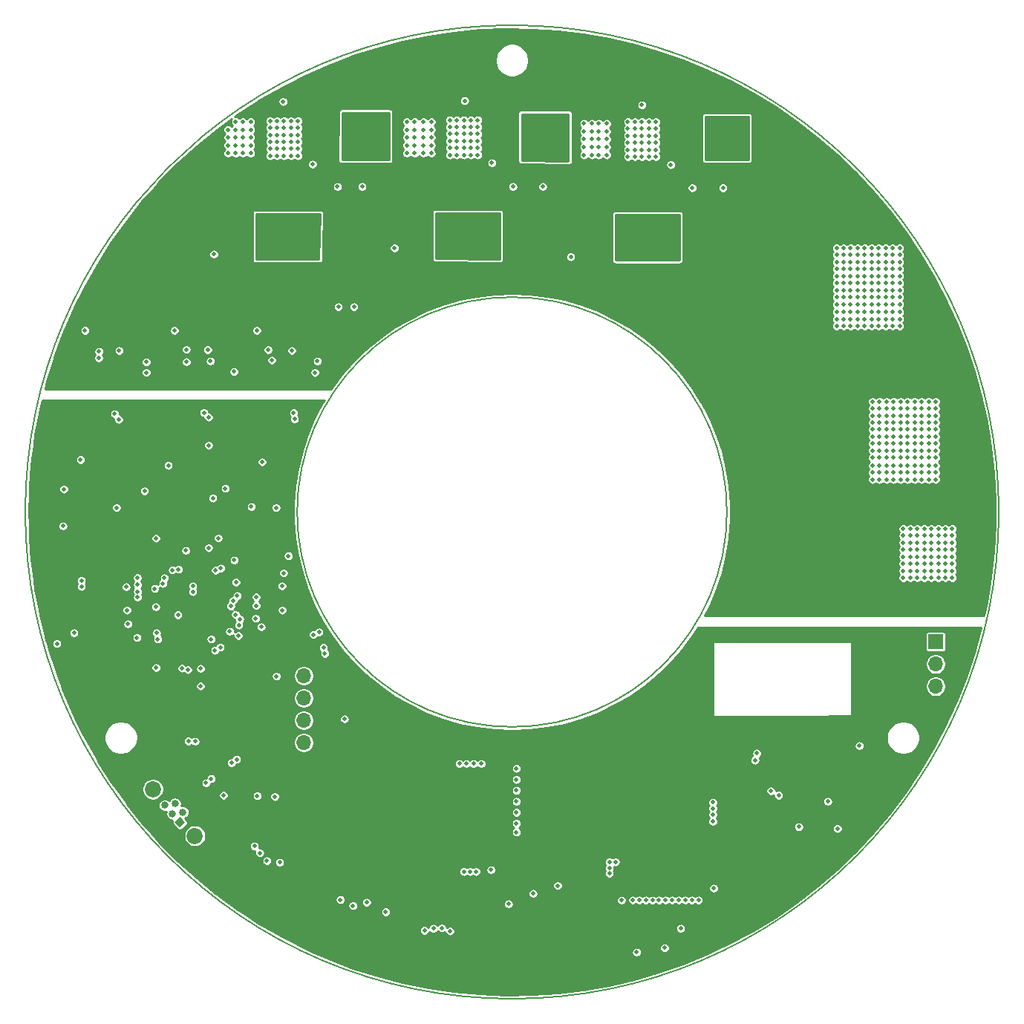
<source format=gbr>
%TF.GenerationSoftware,KiCad,Pcbnew,5.1.6+dfsg1-1*%
%TF.CreationDate,2021-01-25T10:09:04+01:00*%
%TF.ProjectId,gesc,67657363-2e6b-4696-9361-645f70636258,rev?*%
%TF.SameCoordinates,Original*%
%TF.FileFunction,Copper,L4,Bot*%
%TF.FilePolarity,Positive*%
%FSLAX46Y46*%
G04 Gerber Fmt 4.6, Leading zero omitted, Abs format (unit mm)*
G04 Created by KiCad (PCBNEW 5.1.6+dfsg1-1) date 2021-01-25 10:09:04*
%MOMM*%
%LPD*%
G01*
G04 APERTURE LIST*
%TA.AperFunction,Profile*%
%ADD10C,0.200000*%
%TD*%
%TA.AperFunction,ComponentPad*%
%ADD11R,1.700000X1.700000*%
%TD*%
%TA.AperFunction,ComponentPad*%
%ADD12O,1.700000X1.700000*%
%TD*%
%TA.AperFunction,ComponentPad*%
%ADD13C,1.850000*%
%TD*%
%TA.AperFunction,ComponentPad*%
%ADD14C,0.840000*%
%TD*%
%TA.AperFunction,ComponentPad*%
%ADD15C,0.100000*%
%TD*%
%TA.AperFunction,ViaPad*%
%ADD16C,0.500000*%
%TD*%
%TA.AperFunction,Conductor*%
%ADD17C,0.254000*%
%TD*%
G04 APERTURE END LIST*
D10*
X155499800Y-99999800D02*
G75*
G03*
X155499800Y-99999800I-55500000J0D01*
G01*
X124500000Y-100000000D02*
G75*
G03*
X124500000Y-100000000I-24500000J0D01*
G01*
D11*
X148299800Y-114799800D03*
D12*
X148299800Y-117339800D03*
X148299800Y-119879800D03*
X76249800Y-126284800D03*
X76249800Y-123744800D03*
X76249800Y-121204800D03*
X76249800Y-118664800D03*
D11*
X76249800Y-116124800D03*
D13*
X59051280Y-131604760D03*
X63835564Y-136918246D03*
D14*
X60410060Y-133442623D03*
X61588140Y-133256537D03*
X61279930Y-134408712D03*
X62458010Y-134222625D03*
%TA.AperFunction,ComponentPad*%
D15*
G36*
X62742956Y-135405886D02*
G01*
X62118714Y-135967956D01*
X61556644Y-135343714D01*
X62180886Y-134781644D01*
X62742956Y-135405886D01*
G37*
%TD.AperFunction*%
D16*
X74489800Y-104999800D03*
X99599800Y-144689800D03*
X62799800Y-104399800D03*
X96499800Y-128699800D03*
X95599800Y-128699800D03*
X94799800Y-128699800D03*
X93999800Y-128699800D03*
X117399800Y-149699778D03*
X110299800Y-66799800D03*
X110299800Y-65899800D03*
X111099800Y-65899800D03*
X110299800Y-68599800D03*
X111099800Y-68599800D03*
X111099800Y-66799800D03*
X110299800Y-67699800D03*
X111099800Y-67699800D03*
X89899800Y-67599800D03*
X89899800Y-66699800D03*
X89899800Y-68499800D03*
X90699800Y-67599800D03*
X90699800Y-65799800D03*
X89899800Y-65799800D03*
X90699800Y-68499800D03*
X90699800Y-66699800D03*
X70199800Y-68399800D03*
X70199800Y-67499800D03*
X70199800Y-65699800D03*
X70199800Y-66599800D03*
X131399800Y-102099800D03*
X132199800Y-102099800D03*
X132999800Y-102099800D03*
X133799800Y-102099800D03*
X134599800Y-102099800D03*
X135399800Y-102099800D03*
X136199800Y-102099800D03*
X136999800Y-102099800D03*
X131399800Y-102899800D03*
X132199800Y-102899800D03*
X132999800Y-102899800D03*
X133799800Y-102899800D03*
X134599800Y-102899800D03*
X135399800Y-102899800D03*
X136199800Y-102899800D03*
X136999800Y-102899800D03*
X131399800Y-103699800D03*
X132199800Y-103699800D03*
X132999800Y-103699800D03*
X133799800Y-103699800D03*
X134599800Y-103699800D03*
X135399800Y-103699800D03*
X136199800Y-103699800D03*
X136999800Y-103699800D03*
X131399800Y-104499800D03*
X132199800Y-104499800D03*
X132999800Y-104499800D03*
X133799800Y-104499800D03*
X134599800Y-104499800D03*
X135399800Y-104499800D03*
X136199800Y-104499800D03*
X136999800Y-104499800D03*
X131399800Y-105299800D03*
X132199800Y-105299800D03*
X132999800Y-105299800D03*
X133799800Y-105299800D03*
X134599800Y-105299800D03*
X135399800Y-105299800D03*
X136199800Y-105299800D03*
X136999800Y-105299800D03*
X131399800Y-106099800D03*
X132199800Y-106099800D03*
X132999800Y-106099800D03*
X133799800Y-106099800D03*
X134599800Y-106099800D03*
X135399800Y-106099800D03*
X136199800Y-106099800D03*
X136999800Y-106099800D03*
X131399800Y-106899800D03*
X132199800Y-106899800D03*
X132999800Y-106899800D03*
X133799800Y-106899800D03*
X134599800Y-106899800D03*
X135399800Y-106899800D03*
X136199800Y-106899800D03*
X136999800Y-106899800D03*
X131399800Y-107699800D03*
X132199800Y-107699800D03*
X132999800Y-107699800D03*
X133799800Y-107699800D03*
X134599800Y-107699800D03*
X135399800Y-107699800D03*
X136199800Y-107699800D03*
X136999800Y-107699800D03*
X131799800Y-87499800D03*
X128599800Y-88299800D03*
X128599800Y-89099800D03*
X132599800Y-89099800D03*
X132599800Y-88299800D03*
X130999800Y-88299800D03*
X130999800Y-87499800D03*
X131799800Y-88299800D03*
X130199800Y-89099800D03*
X130199800Y-88299800D03*
X129399800Y-89099800D03*
X132599800Y-87499800D03*
X130999800Y-89099800D03*
X129399800Y-87499800D03*
X129399800Y-88299800D03*
X130199800Y-87499800D03*
X128599800Y-87499800D03*
X131799800Y-89099800D03*
X130199800Y-89899800D03*
X131799800Y-91499800D03*
X130999800Y-89899800D03*
X130199800Y-90699800D03*
X129399800Y-91499800D03*
X132599800Y-89899800D03*
X128599800Y-91499800D03*
X131799800Y-89899800D03*
X128599800Y-90699800D03*
X132599800Y-90699800D03*
X132599800Y-91499800D03*
X129399800Y-89899800D03*
X130199800Y-91499800D03*
X128599800Y-89899800D03*
X129399800Y-90699800D03*
X131799800Y-90699800D03*
X130999800Y-90699800D03*
X130999800Y-91499800D03*
X69449800Y-68399800D03*
X69449800Y-67499800D03*
X69449800Y-65699800D03*
X69449800Y-66599800D03*
X68699800Y-68399800D03*
X68699800Y-67499800D03*
X68699800Y-65699800D03*
X68699800Y-66599800D03*
X67949800Y-67499800D03*
X67949800Y-65699800D03*
X67949800Y-68399800D03*
X67949800Y-66599800D03*
X70199800Y-69149800D03*
X68699800Y-69149800D03*
X69449800Y-69149800D03*
X67949800Y-69149800D03*
X89899800Y-69299800D03*
X90699800Y-69299800D03*
X88299800Y-67599800D03*
X88299800Y-66699800D03*
X88299800Y-68499800D03*
X89099800Y-67599800D03*
X89099800Y-65799800D03*
X88299800Y-65799800D03*
X89099800Y-68499800D03*
X89099800Y-66699800D03*
X88299800Y-69299800D03*
X89099800Y-69299800D03*
X108699800Y-66799800D03*
X108699800Y-65899800D03*
X109499800Y-65899800D03*
X108699800Y-68599800D03*
X109499800Y-68599800D03*
X109499800Y-66799800D03*
X108699800Y-67699800D03*
X109499800Y-67699800D03*
X110299800Y-69399800D03*
X111099800Y-69399800D03*
X108699800Y-69399800D03*
X109499800Y-69399800D03*
X50199800Y-84099800D03*
X131799800Y-92299800D03*
X132599800Y-93899800D03*
X132599800Y-93099800D03*
X130999800Y-93099800D03*
X130999800Y-92299800D03*
X131799800Y-93099800D03*
X130199800Y-93899800D03*
X130199800Y-93099800D03*
X129399800Y-93899800D03*
X132599800Y-92299800D03*
X130999800Y-93899800D03*
X130199800Y-92299800D03*
X131799800Y-93899800D03*
X128599800Y-93099800D03*
X128599800Y-93899800D03*
X129399800Y-92299800D03*
X129399800Y-93099800D03*
X128599800Y-92299800D03*
X130199800Y-94699800D03*
X131799800Y-96299800D03*
X130999800Y-94699800D03*
X130199800Y-95499800D03*
X129399800Y-96299800D03*
X132599800Y-94699800D03*
X128599800Y-96299800D03*
X131799800Y-94699800D03*
X128599800Y-95499800D03*
X132599800Y-95499800D03*
X132599800Y-96299800D03*
X129399800Y-94699800D03*
X130199800Y-96299800D03*
X128599800Y-94699800D03*
X129399800Y-95499800D03*
X131799800Y-95499800D03*
X130999800Y-95499800D03*
X130999800Y-96299800D03*
X134099800Y-87499800D03*
X134899800Y-89099800D03*
X134899800Y-88299800D03*
X133299800Y-88299800D03*
X133299800Y-87499800D03*
X134099800Y-88299800D03*
X133299800Y-89099800D03*
X134099800Y-89099800D03*
X134099800Y-91499800D03*
X133299800Y-89899800D03*
X134899800Y-89899800D03*
X134099800Y-89899800D03*
X134899800Y-90699800D03*
X134899800Y-91499800D03*
X134099800Y-90699800D03*
X133299800Y-90699800D03*
X133299800Y-91499800D03*
X134099800Y-93899800D03*
X134099800Y-94699800D03*
X133299800Y-93099800D03*
X133299800Y-92299800D03*
X134099800Y-95499800D03*
X134899800Y-93099800D03*
X134899800Y-96299800D03*
X134099800Y-96299800D03*
X134099800Y-93099800D03*
X133299800Y-93899800D03*
X133299800Y-96299800D03*
X134899800Y-94699800D03*
X133299800Y-94699800D03*
X133299800Y-95499800D03*
X134899800Y-95499800D03*
X134899800Y-92299800D03*
X134899800Y-93899800D03*
X134099800Y-92299800D03*
X135699800Y-89899800D03*
X135699800Y-95499800D03*
X135699800Y-93099800D03*
X135699800Y-91499800D03*
X135699800Y-92299800D03*
X135699800Y-93899800D03*
X135699800Y-90699800D03*
X135699800Y-96299800D03*
X135699800Y-94699800D03*
X135699800Y-88299800D03*
X135699800Y-89099800D03*
X135699800Y-87499800D03*
X134899800Y-87499800D03*
X122899800Y-133099800D03*
X122899800Y-133799800D03*
X122899800Y-134499800D03*
X122899800Y-135299800D03*
X95899800Y-140999800D03*
X95199800Y-140999800D03*
X94499800Y-140999800D03*
X124499800Y-77899800D03*
X128499800Y-77899800D03*
X128499800Y-78699800D03*
X125299800Y-77099800D03*
X126099800Y-78699800D03*
X124499800Y-77099800D03*
X125299800Y-77899800D03*
X127699800Y-77899800D03*
X126899800Y-77899800D03*
X126899800Y-78699800D03*
X129999800Y-69899800D03*
X130799800Y-71499800D03*
X130799800Y-70699800D03*
X129199800Y-70699800D03*
X129199800Y-69899800D03*
X129999800Y-70699800D03*
X129199800Y-71499800D03*
X129999800Y-71499800D03*
X129999800Y-73899800D03*
X129199800Y-72299800D03*
X130799800Y-72299800D03*
X129999800Y-72299800D03*
X130799800Y-73099800D03*
X130799800Y-73899800D03*
X129999800Y-73099800D03*
X129199800Y-73099800D03*
X129199800Y-73899800D03*
X129999800Y-76299800D03*
X129999800Y-77099800D03*
X129199800Y-75499800D03*
X129199800Y-74699800D03*
X129999800Y-77899800D03*
X130799800Y-75499800D03*
X130799800Y-78699800D03*
X129999800Y-78699800D03*
X129999800Y-75499800D03*
X129199800Y-76299800D03*
X129199800Y-78699800D03*
X130799800Y-77099800D03*
X129199800Y-77099800D03*
X129199800Y-77899800D03*
X130799800Y-77899800D03*
X130799800Y-74699800D03*
X130799800Y-76299800D03*
X129999800Y-74699800D03*
X131599800Y-72299800D03*
X131599800Y-77899800D03*
X131599800Y-75499800D03*
X131599800Y-73899800D03*
X131599800Y-74699800D03*
X131599800Y-76299800D03*
X131599800Y-73099800D03*
X131599800Y-78699800D03*
X131599800Y-77099800D03*
X131599800Y-70699800D03*
X131599800Y-71499800D03*
X131599800Y-69899800D03*
X130799800Y-69899800D03*
X127699800Y-74699800D03*
X128499800Y-76299800D03*
X128499800Y-75499800D03*
X126899800Y-75499800D03*
X126899800Y-74699800D03*
X127699800Y-75499800D03*
X126099800Y-76299800D03*
X126099800Y-75499800D03*
X125299800Y-76299800D03*
X128499800Y-74699800D03*
X126899800Y-76299800D03*
X126099800Y-74699800D03*
X127699800Y-76299800D03*
X124499800Y-75499800D03*
X124499800Y-76299800D03*
X125299800Y-74699800D03*
X125299800Y-75499800D03*
X124499800Y-74699800D03*
X126099800Y-77099800D03*
X127699800Y-78699800D03*
X126899800Y-77099800D03*
X126099800Y-77899800D03*
X125299800Y-78699800D03*
X128499800Y-77099800D03*
X124499800Y-78699800D03*
X127699800Y-77099800D03*
X127699800Y-69899800D03*
X124499800Y-70699800D03*
X124499800Y-71499800D03*
X128499800Y-71499800D03*
X128499800Y-70699800D03*
X126899800Y-70699800D03*
X126899800Y-69899800D03*
X127699800Y-70699800D03*
X126099800Y-71499800D03*
X126099800Y-70699800D03*
X125299800Y-71499800D03*
X128499800Y-69899800D03*
X126899800Y-71499800D03*
X125299800Y-69899800D03*
X125299800Y-70699800D03*
X126099800Y-69899800D03*
X124499800Y-69899800D03*
X127699800Y-71499800D03*
X126099800Y-72299800D03*
X127699800Y-73899800D03*
X126899800Y-72299800D03*
X126099800Y-73099800D03*
X125299800Y-73899800D03*
X128499800Y-72299800D03*
X124499800Y-73899800D03*
X127699800Y-72299800D03*
X124499800Y-73099800D03*
X128499800Y-73099800D03*
X128499800Y-73899800D03*
X125299800Y-72299800D03*
X126099800Y-73899800D03*
X124499800Y-72299800D03*
X125299800Y-73099800D03*
X127699800Y-73099800D03*
X126899800Y-73099800D03*
X126899800Y-73899800D03*
X111099800Y-141199800D03*
X111799800Y-139899800D03*
X111099800Y-139899800D03*
X111099800Y-140599800D03*
X63337307Y-79437307D03*
X53299800Y-76399800D03*
X70899800Y-84999800D03*
X62703131Y-83832452D03*
X61499799Y-84799801D03*
X78899800Y-77899800D03*
X72837300Y-79337300D03*
X85599800Y-145599800D03*
X64469800Y-119849800D03*
X80899800Y-123599800D03*
X50899800Y-107799800D03*
X57299790Y-109069891D03*
X73799800Y-111199800D03*
X59381064Y-110818532D03*
X53874200Y-98374200D03*
X63599800Y-102999800D03*
X59779800Y-123219800D03*
X54059800Y-104099800D03*
X54999800Y-116409800D03*
X74699800Y-143429800D03*
X79849800Y-141769800D03*
X82149800Y-142569800D03*
X84409800Y-143389800D03*
X86759800Y-144669800D03*
X84789800Y-148049800D03*
X95939800Y-150359800D03*
X101959800Y-152399800D03*
X81799800Y-131999800D03*
X82549800Y-131999800D03*
X82549800Y-130999800D03*
X81799800Y-130999800D03*
X82549800Y-129999800D03*
X81799800Y-129999800D03*
X82549800Y-128999800D03*
X81799800Y-128999800D03*
X82549800Y-127999800D03*
X81799800Y-127999800D03*
X61799800Y-98299800D03*
X133999800Y-134599800D03*
X73099808Y-98399800D03*
X72974821Y-105824790D03*
X80199800Y-76599800D03*
X47199800Y-93199800D03*
X51265807Y-92006000D03*
X61099800Y-92299800D03*
X55799800Y-91999800D03*
X69074800Y-92124802D03*
X75599800Y-87599800D03*
X75399800Y-132399800D03*
X86299800Y-137399800D03*
X98299800Y-130799800D03*
X135999800Y-128699800D03*
X72924821Y-91399800D03*
X61374790Y-119879800D03*
X68824779Y-120249800D03*
X68824779Y-132399800D03*
X55999790Y-108529800D03*
X50799800Y-94037300D03*
X56099800Y-111199800D03*
X60799800Y-94693600D03*
X61899800Y-111724810D03*
X56199800Y-112769800D03*
X71499800Y-94299800D03*
X68479901Y-111703522D03*
X73129300Y-118729300D03*
X81974800Y-76599800D03*
X59417749Y-117749800D03*
X83419800Y-144499800D03*
X70762709Y-112118819D03*
X81859800Y-144879800D03*
X68957924Y-112214903D03*
X80409800Y-144199800D03*
X68845267Y-112905790D03*
X92929800Y-147789800D03*
X77990525Y-113693056D03*
X66731598Y-115416343D03*
X91989800Y-147429800D03*
X78506066Y-115443534D03*
X62369809Y-117819798D03*
X91029800Y-147479800D03*
X78654518Y-116127624D03*
X63050918Y-117981372D03*
X90019800Y-147709800D03*
X66126821Y-115768852D03*
X77349800Y-113974991D03*
X70629800Y-138099800D03*
X60358786Y-107519531D03*
X71239800Y-138879800D03*
X60199800Y-108149800D03*
X72049802Y-139769800D03*
X59265918Y-108723441D03*
X68324779Y-105499800D03*
X73949800Y-106949800D03*
X68524779Y-107999800D03*
X73770212Y-108439388D03*
X127699800Y-128299800D03*
X63089800Y-126119800D03*
X63599800Y-108449787D03*
X63869800Y-126159800D03*
X63599800Y-109099800D03*
X73509800Y-139949800D03*
X64489800Y-117849800D03*
X52899800Y-81699800D03*
X57299800Y-107499800D03*
X68206723Y-110084064D03*
X62864800Y-81464800D03*
X68656805Y-109547927D03*
X70824790Y-109698896D03*
X72199800Y-81499800D03*
X81199800Y-59149800D03*
X82799800Y-57549800D03*
X81199800Y-58349800D03*
X84399800Y-55149800D03*
X84399800Y-56749800D03*
X84399800Y-58349800D03*
X81199800Y-57549800D03*
X82799800Y-56749800D03*
X81199800Y-55949800D03*
X81999800Y-57549800D03*
X81999800Y-56749800D03*
X81999800Y-58349800D03*
X82799800Y-55149800D03*
X84399800Y-57549800D03*
X82799800Y-59149800D03*
X81199800Y-56749800D03*
X81999800Y-59149800D03*
X83599800Y-59149800D03*
X81999800Y-55149800D03*
X83599800Y-55949800D03*
X83599800Y-55149800D03*
X81999800Y-55949800D03*
X82799800Y-55949800D03*
X83599800Y-57549800D03*
X84399800Y-59149800D03*
X82799800Y-58349800D03*
X83599800Y-56749800D03*
X81199800Y-55149800D03*
X83599800Y-58349800D03*
X84399800Y-55949800D03*
X85249800Y-55149800D03*
X85249800Y-59149800D03*
X85249800Y-55949800D03*
X85249800Y-57549800D03*
X85249800Y-56749800D03*
X85249800Y-58349800D03*
X55149798Y-89449802D03*
X82899800Y-62899800D03*
X105699800Y-56749800D03*
X104899800Y-58349800D03*
X104899800Y-57549800D03*
X101699800Y-59149800D03*
X101699800Y-56749800D03*
X105699800Y-59149800D03*
X101699800Y-57549800D03*
X104099800Y-56749800D03*
X104099800Y-59149800D03*
X102499800Y-56749800D03*
X104099800Y-55949800D03*
X104899800Y-55149800D03*
X103299800Y-55149800D03*
X103299800Y-55949800D03*
X101699800Y-58349800D03*
X104099800Y-58349800D03*
X102499800Y-59149800D03*
X104099800Y-57549800D03*
X101699800Y-55149800D03*
X105699800Y-55949800D03*
X104899800Y-59149800D03*
X104899800Y-55949800D03*
X103299800Y-57549800D03*
X102499800Y-57549800D03*
X102499800Y-58349800D03*
X102499800Y-55149800D03*
X104899800Y-56749800D03*
X104099800Y-55149800D03*
X105699800Y-57549800D03*
X103299800Y-58349800D03*
X102499800Y-55949800D03*
X105699800Y-58349800D03*
X101699800Y-55949800D03*
X103299800Y-56749800D03*
X103299800Y-59149800D03*
X105699800Y-55149800D03*
X103499800Y-62899800D03*
X65399800Y-89199800D03*
X66189800Y-106648331D03*
X67999800Y-128599800D03*
X130399800Y-132299800D03*
X68599800Y-128199800D03*
X66799800Y-106399800D03*
X129499800Y-131799800D03*
X65399810Y-104083186D03*
X65399800Y-92399800D03*
X124899800Y-55499800D03*
X123299800Y-57899800D03*
X126499800Y-57899800D03*
X122499800Y-58699800D03*
X125699800Y-55499800D03*
X126499800Y-55499800D03*
X123299800Y-59499800D03*
X124099800Y-59499800D03*
X124899800Y-59499800D03*
X125699800Y-59499800D03*
X126499800Y-59499800D03*
X122499800Y-57099800D03*
X123299800Y-57099800D03*
X124099800Y-57099800D03*
X124899800Y-57099800D03*
X122499800Y-57899800D03*
X124099800Y-57899800D03*
X124899800Y-57899800D03*
X125699800Y-57899800D03*
X122499800Y-56299800D03*
X126499800Y-58699800D03*
X122499800Y-59499800D03*
X123299800Y-58699800D03*
X124099800Y-58699800D03*
X124899800Y-58699800D03*
X125699800Y-58699800D03*
X125699800Y-56299800D03*
X126499800Y-56299800D03*
X123299800Y-55499800D03*
X122499800Y-55499800D03*
X123299800Y-56299800D03*
X124099800Y-56299800D03*
X124899800Y-56299800D03*
X124099800Y-55499800D03*
X125699800Y-57099800D03*
X126499800Y-57099800D03*
X75199800Y-89399800D03*
X124049800Y-63049800D03*
X146999800Y-101899800D03*
X147799800Y-107499800D03*
X148599800Y-107499800D03*
X149399800Y-107499800D03*
X150199800Y-107499800D03*
X147799800Y-102699800D03*
X146199800Y-105099800D03*
X145399800Y-101899800D03*
X147799800Y-101899800D03*
X144599800Y-101899800D03*
X148599800Y-101899800D03*
X149399800Y-105099800D03*
X150199800Y-105099800D03*
X144599800Y-105899800D03*
X145399800Y-105899800D03*
X148599800Y-102699800D03*
X149399800Y-102699800D03*
X146199800Y-106699800D03*
X146999800Y-106699800D03*
X147799800Y-106699800D03*
X148599800Y-106699800D03*
X149399800Y-106699800D03*
X145399800Y-104299800D03*
X146199800Y-104299800D03*
X146999800Y-104299800D03*
X147799800Y-104299800D03*
X145399800Y-105099800D03*
X146999800Y-105099800D03*
X147799800Y-105099800D03*
X148599800Y-105099800D03*
X144599800Y-103499800D03*
X145399800Y-103499800D03*
X144599800Y-102699800D03*
X149399800Y-105899800D03*
X150199800Y-105899800D03*
X144599800Y-106699800D03*
X145399800Y-106699800D03*
X150199800Y-106699800D03*
X144599800Y-107499800D03*
X145399800Y-107499800D03*
X146199800Y-107499800D03*
X146999800Y-107499800D03*
X146199800Y-105899800D03*
X146999800Y-105899800D03*
X147799800Y-105899800D03*
X148599800Y-105899800D03*
X148599800Y-103499800D03*
X149399800Y-103499800D03*
X150199800Y-103499800D03*
X144599800Y-104299800D03*
X146199800Y-102699800D03*
X145399800Y-102699800D03*
X149399800Y-101899800D03*
X146199800Y-103499800D03*
X146999800Y-103499800D03*
X147799800Y-103499800D03*
X146999800Y-102699800D03*
X146199800Y-101899800D03*
X148599800Y-104299800D03*
X149399800Y-104299800D03*
X150199800Y-104299800D03*
X144599800Y-105099800D03*
X150199800Y-101899800D03*
X150199800Y-102699800D03*
X118999800Y-144249800D03*
X118249800Y-144249800D03*
X117499800Y-144249800D03*
X113749800Y-144249800D03*
X114499800Y-144249800D03*
X115249800Y-144249800D03*
X115999800Y-144249800D03*
X116749800Y-144249800D03*
X121249800Y-144249800D03*
X120499800Y-144249800D03*
X119749800Y-144249800D03*
X135999800Y-132999800D03*
X109899800Y-55699800D03*
X109899800Y-56599800D03*
X109899800Y-58399800D03*
X110799800Y-58399800D03*
X110799800Y-55699800D03*
X110799800Y-59299800D03*
X109899800Y-57499800D03*
X110799800Y-57499800D03*
X110799800Y-56599800D03*
X109899800Y-59299800D03*
X90799800Y-59099800D03*
X89899800Y-56399800D03*
X89899800Y-59099800D03*
X89899800Y-55499800D03*
X90799800Y-57299800D03*
X90799800Y-56399800D03*
X89899800Y-57299800D03*
X89899800Y-58199800D03*
X90799800Y-55499800D03*
X90799800Y-58199800D03*
X69299800Y-56399800D03*
X69299800Y-55499800D03*
X69299800Y-59099800D03*
X70199800Y-58199800D03*
X70199800Y-59099800D03*
X70199800Y-57299800D03*
X69299800Y-57299800D03*
X70199800Y-55499800D03*
X69299800Y-58199800D03*
X70199800Y-56399800D03*
X113199800Y-56299800D03*
X113999800Y-59499800D03*
X115599800Y-57899800D03*
X116399800Y-58699800D03*
X113999800Y-55499800D03*
X114799800Y-58699800D03*
X115599800Y-57099800D03*
X114799800Y-55499800D03*
X115599800Y-56299800D03*
X113199800Y-55499800D03*
X113199800Y-57099800D03*
X114799800Y-56299800D03*
X115599800Y-59499800D03*
X116399800Y-55499800D03*
X114799800Y-57099800D03*
X113999800Y-58699800D03*
X113999800Y-57899800D03*
X116399800Y-59499800D03*
X116399800Y-56299800D03*
X115599800Y-58699800D03*
X113999800Y-56299800D03*
X113199800Y-57899800D03*
X114799800Y-57899800D03*
X115599800Y-55499800D03*
X116399800Y-57899800D03*
X114799800Y-59499800D03*
X113199800Y-59499800D03*
X116399800Y-57099800D03*
X113199800Y-58699800D03*
X113999800Y-57099800D03*
X94499800Y-55299800D03*
X92899800Y-56099800D03*
X93699800Y-55299800D03*
X92899800Y-56899800D03*
X94499800Y-56899800D03*
X96099800Y-55299800D03*
X92899800Y-59299800D03*
X96099800Y-59299800D03*
X96099800Y-57699800D03*
X92899800Y-57699800D03*
X93699800Y-59299800D03*
X95299800Y-56099800D03*
X95299800Y-58499800D03*
X96099800Y-56899800D03*
X95299800Y-56899800D03*
X93699800Y-56899800D03*
X95299800Y-57699800D03*
X93699800Y-57699800D03*
X94499800Y-58499800D03*
X94499800Y-57699800D03*
X95299800Y-59299800D03*
X93699800Y-56099800D03*
X94499800Y-56099800D03*
X92899800Y-58499800D03*
X96099800Y-56099800D03*
X93699800Y-58499800D03*
X95299800Y-55299800D03*
X94499800Y-59299800D03*
X96099800Y-58499800D03*
X92899800Y-55299800D03*
X74799800Y-59399800D03*
X72399800Y-56199800D03*
X73199800Y-55399800D03*
X73199800Y-57799800D03*
X75599800Y-56999800D03*
X73199800Y-56999800D03*
X75599800Y-58599800D03*
X72399800Y-58599800D03*
X75599800Y-55399800D03*
X72399800Y-57799800D03*
X73999800Y-59399800D03*
X74799800Y-57799800D03*
X75599800Y-59399800D03*
X73199800Y-58599800D03*
X72399800Y-55399800D03*
X73999800Y-57799800D03*
X72399800Y-56999800D03*
X73999800Y-55399800D03*
X74799800Y-58599800D03*
X73199800Y-59399800D03*
X74799800Y-56199800D03*
X73999800Y-58599800D03*
X73999800Y-56199800D03*
X73199800Y-56199800D03*
X74799800Y-55399800D03*
X74799800Y-56999800D03*
X75599800Y-57799800D03*
X75599800Y-56199800D03*
X73999800Y-56999800D03*
X72399800Y-59399800D03*
X144299800Y-91399800D03*
X144299800Y-89799800D03*
X145099800Y-89799800D03*
X141899800Y-90599800D03*
X143499800Y-91399800D03*
X145099800Y-91399800D03*
X141899800Y-89799800D03*
X141099800Y-90599800D03*
X145099800Y-90599800D03*
X143499800Y-90599800D03*
X143499800Y-89799800D03*
X144299800Y-90599800D03*
X142699800Y-91399800D03*
X141099800Y-89799800D03*
X141899800Y-91399800D03*
X141099800Y-91399800D03*
X142699800Y-90599800D03*
X142699800Y-89799800D03*
X142699800Y-93799800D03*
X145099800Y-92999800D03*
X141899800Y-93799800D03*
X144299800Y-92199800D03*
X141099800Y-92199800D03*
X141899800Y-92199800D03*
X144299800Y-92999800D03*
X143499800Y-92999800D03*
X141899800Y-92999800D03*
X143499800Y-93799800D03*
X142699800Y-92999800D03*
X141099800Y-92999800D03*
X143499800Y-92199800D03*
X145099800Y-92199800D03*
X141099800Y-93799800D03*
X144299800Y-93799800D03*
X142699800Y-92199800D03*
X145099800Y-93799800D03*
X144299800Y-95499800D03*
X141899800Y-96299800D03*
X141899800Y-95499800D03*
X141899800Y-94699800D03*
X141099800Y-94699800D03*
X141099800Y-96299800D03*
X144299800Y-96299800D03*
X143499800Y-96299800D03*
X145099800Y-95499800D03*
X143499800Y-94699800D03*
X141099800Y-95499800D03*
X145099800Y-94699800D03*
X142699800Y-94699800D03*
X145099800Y-96299800D03*
X143499800Y-95499800D03*
X142699800Y-95499800D03*
X144299800Y-94699800D03*
X142699800Y-96299800D03*
X141099800Y-88199800D03*
X143499800Y-88999800D03*
X141899800Y-88199800D03*
X144299800Y-88999800D03*
X144299800Y-88199800D03*
X141899800Y-88999800D03*
X142699800Y-88199800D03*
X143499800Y-88199800D03*
X141099800Y-88999800D03*
X142699800Y-88999800D03*
X145099800Y-88999800D03*
X145099800Y-88199800D03*
X142699800Y-87399800D03*
X141899800Y-87399800D03*
X141099800Y-87399800D03*
X144299800Y-87399800D03*
X145099800Y-87399800D03*
X143499800Y-87399800D03*
X147499800Y-94699800D03*
X146699800Y-90599800D03*
X147499800Y-93799800D03*
X148299800Y-92999800D03*
X147499800Y-96299800D03*
X148299800Y-92199800D03*
X148299800Y-91399800D03*
X146699800Y-96299800D03*
X147499800Y-90599800D03*
X147499800Y-87399800D03*
X148299800Y-87399800D03*
X147499800Y-89799800D03*
X146699800Y-88999800D03*
X145899800Y-88199800D03*
X145899800Y-94699800D03*
X146699800Y-95499800D03*
X145899800Y-89799800D03*
X146699800Y-89799800D03*
X146699800Y-93799800D03*
X146699800Y-92999800D03*
X145899800Y-92999800D03*
X147499800Y-95499800D03*
X148299800Y-95499800D03*
X147499800Y-92199800D03*
X148299800Y-93799800D03*
X146699800Y-91399800D03*
X146699800Y-94699800D03*
X148299800Y-96299800D03*
X147499800Y-92999800D03*
X145899800Y-95499800D03*
X145899800Y-93799800D03*
X145899800Y-96299800D03*
X145899800Y-90599800D03*
X146699800Y-92199800D03*
X148299800Y-94699800D03*
X148299800Y-90599800D03*
X145899800Y-92199800D03*
X145899800Y-91399800D03*
X145899800Y-87399800D03*
X148299800Y-89799800D03*
X147499800Y-88999800D03*
X147499800Y-88199800D03*
X147499800Y-91399800D03*
X145899800Y-88999800D03*
X148299800Y-88999800D03*
X148299800Y-88199800D03*
X146699800Y-87399800D03*
X146699800Y-88199800D03*
X137799800Y-69899800D03*
X144199800Y-76299800D03*
X136999800Y-72299800D03*
X141799800Y-72299800D03*
X140199800Y-77199800D03*
X139399800Y-73099800D03*
X142599800Y-78799800D03*
X140199800Y-76299800D03*
X137799800Y-72299800D03*
X140999800Y-75499800D03*
X143399800Y-72299800D03*
X140199800Y-78799800D03*
X140999800Y-74699800D03*
X140999800Y-73899800D03*
X136999800Y-78799800D03*
X139399800Y-78799800D03*
X140199800Y-73099800D03*
X143399800Y-70699800D03*
X140199800Y-69899800D03*
X142599800Y-71499800D03*
X140999800Y-69899800D03*
X142599800Y-74699800D03*
X144199800Y-72299800D03*
X143399800Y-77199800D03*
X141799800Y-76299800D03*
X144199800Y-77199800D03*
X143399800Y-74699800D03*
X140199800Y-72299800D03*
X139399800Y-71499800D03*
X143399800Y-71499800D03*
X137799800Y-73099800D03*
X141799800Y-73099800D03*
X143399800Y-73099800D03*
X143399800Y-77999800D03*
X141799800Y-78799800D03*
X143399800Y-76299800D03*
X142599800Y-72299800D03*
X142599800Y-77999800D03*
X141799800Y-71499800D03*
X141799800Y-74699800D03*
X138599800Y-70699800D03*
X142599800Y-73899800D03*
X144199800Y-78799800D03*
X138599800Y-77199800D03*
X139399800Y-77999800D03*
X138599800Y-72299800D03*
X136999800Y-77999800D03*
X139399800Y-72299800D03*
X136999800Y-75499800D03*
X139399800Y-76299800D03*
X137799800Y-74699800D03*
X144199800Y-73899800D03*
X139399800Y-75499800D03*
X138599800Y-75499800D03*
X140199800Y-77999800D03*
X140999800Y-77999800D03*
X136999800Y-77199800D03*
X136999800Y-73899800D03*
X140199800Y-74699800D03*
X140999800Y-76299800D03*
X137799800Y-76299800D03*
X139399800Y-73899800D03*
X137799800Y-77199800D03*
X139399800Y-77199800D03*
X136999800Y-76299800D03*
X137799800Y-77999800D03*
X140999800Y-78799800D03*
X137799800Y-78799800D03*
X140199800Y-75499800D03*
X138599800Y-77999800D03*
X138599800Y-76299800D03*
X136999800Y-74699800D03*
X137799800Y-70699800D03*
X137799800Y-75499800D03*
X138599800Y-78799800D03*
X136999800Y-73099800D03*
X138599800Y-73099800D03*
X139399800Y-74699800D03*
X137799800Y-73899800D03*
X140999800Y-77199800D03*
X140999800Y-73099800D03*
X141799800Y-69899800D03*
X138599800Y-74699800D03*
X144199800Y-74699800D03*
X138599800Y-73899800D03*
X141799800Y-70699800D03*
X136999800Y-70699800D03*
X144199800Y-75499800D03*
X138599800Y-69899800D03*
X142599800Y-77199800D03*
X144199800Y-69899800D03*
X140999800Y-72299800D03*
X143399800Y-75499800D03*
X144199800Y-77999800D03*
X142599800Y-75499800D03*
X140199800Y-71499800D03*
X143399800Y-78799800D03*
X142599800Y-76299800D03*
X143399800Y-73899800D03*
X136999800Y-71499800D03*
X140199800Y-70699800D03*
X140199800Y-73899800D03*
X143399800Y-69899800D03*
X138599800Y-71499800D03*
X137799800Y-71499800D03*
X141799800Y-73899800D03*
X140999800Y-71499800D03*
X142599800Y-73099800D03*
X140999800Y-70699800D03*
X142599800Y-70699800D03*
X141799800Y-77999800D03*
X144199800Y-73099800D03*
X142599800Y-69899800D03*
X141799800Y-77199800D03*
X139399800Y-69899800D03*
X136999800Y-69899800D03*
X139399800Y-70699800D03*
X144199800Y-70699800D03*
X144199800Y-71499800D03*
X141799800Y-75499800D03*
X108199800Y-55699800D03*
X108199800Y-56599800D03*
X108199800Y-58399800D03*
X109099800Y-58399800D03*
X109099800Y-55699800D03*
X109099800Y-59299800D03*
X108199800Y-57499800D03*
X109099800Y-57499800D03*
X109099800Y-56599800D03*
X108199800Y-59299800D03*
X88899800Y-59099800D03*
X87999800Y-56399800D03*
X87999800Y-59099800D03*
X87999800Y-55499800D03*
X88899800Y-57299800D03*
X88899800Y-56399800D03*
X87999800Y-57299800D03*
X87999800Y-58199800D03*
X88899800Y-55499800D03*
X88899800Y-58199800D03*
X67599800Y-56399800D03*
X67599800Y-59099800D03*
X68499800Y-58199800D03*
X68499800Y-59099800D03*
X68499800Y-57299800D03*
X67599800Y-57299800D03*
X68499800Y-55499800D03*
X67599800Y-58199800D03*
X68499800Y-56399800D03*
X139599800Y-126649800D03*
X48099788Y-114999812D03*
X115099800Y-69099800D03*
X116699800Y-66699800D03*
X115099800Y-69899800D03*
X117499800Y-69099800D03*
X114299800Y-66699800D03*
X115899800Y-69099800D03*
X117499800Y-68299800D03*
X116699800Y-67499800D03*
X116699800Y-68299800D03*
X115899800Y-66699800D03*
X115099800Y-70699800D03*
X117499800Y-70699800D03*
X117499800Y-69899800D03*
X115099800Y-67499800D03*
X114299800Y-69899800D03*
X116699800Y-69899800D03*
X114299800Y-70699800D03*
X115899800Y-69899800D03*
X115899800Y-70699800D03*
X114299800Y-67499800D03*
X115899800Y-67499800D03*
X117499800Y-67499800D03*
X114299800Y-69099800D03*
X116699800Y-70699800D03*
X114299800Y-68299800D03*
X115899800Y-68299800D03*
X115099800Y-66699800D03*
X117499800Y-66699800D03*
X115099800Y-68299800D03*
X116699800Y-69099800D03*
X67302780Y-97305696D03*
X118099800Y-60399800D03*
X77799804Y-82799800D03*
X75099800Y-88699800D03*
X120549800Y-63049800D03*
X95399800Y-67299800D03*
X96199800Y-69699800D03*
X96199800Y-68099800D03*
X96999800Y-70499800D03*
X94599800Y-70499800D03*
X96999800Y-66499800D03*
X96999800Y-69699800D03*
X96999800Y-68899800D03*
X95399800Y-70499800D03*
X96199800Y-68899800D03*
X96999800Y-68099800D03*
X95399800Y-68099800D03*
X93799800Y-66499800D03*
X95399800Y-66499800D03*
X94599800Y-67299800D03*
X94599800Y-69699800D03*
X94599800Y-66499800D03*
X93799800Y-69699800D03*
X96199800Y-70499800D03*
X93799800Y-68099800D03*
X96199800Y-67299800D03*
X96199800Y-66499800D03*
X93799800Y-67299800D03*
X93799800Y-70499800D03*
X94599800Y-68099800D03*
X95399800Y-69699800D03*
X93799800Y-68899800D03*
X94599800Y-68899800D03*
X96999800Y-67299800D03*
X95399800Y-68899800D03*
X58099804Y-97599800D03*
X97699800Y-60199800D03*
X100099800Y-62899800D03*
X64860956Y-88676283D03*
X65599800Y-82799802D03*
X76499800Y-68199800D03*
X73299800Y-68199800D03*
X73299800Y-67399800D03*
X76499800Y-69799800D03*
X73299800Y-69799800D03*
X76499800Y-68999800D03*
X74899800Y-70599800D03*
X75699800Y-69799800D03*
X74099800Y-68999800D03*
X75699800Y-67399800D03*
X76499800Y-70599800D03*
X74899800Y-67399800D03*
X73299800Y-70599800D03*
X74899800Y-66599800D03*
X74099800Y-70599800D03*
X75699800Y-68199800D03*
X74099800Y-66599800D03*
X74899800Y-69799800D03*
X74899800Y-68999800D03*
X75699800Y-68999800D03*
X74899800Y-68199800D03*
X74099800Y-69799800D03*
X75699800Y-66599800D03*
X76499800Y-67399800D03*
X75699800Y-70599800D03*
X74099800Y-67399800D03*
X73299800Y-68999800D03*
X73299800Y-66599800D03*
X76499800Y-66599800D03*
X74099800Y-68199800D03*
X48899800Y-97399800D03*
X58299800Y-82899800D03*
X77249809Y-60349809D03*
X80099800Y-62899800D03*
X54699164Y-88799588D03*
X54899796Y-99499800D03*
X70269800Y-99399800D03*
X73099800Y-99499800D03*
X65879799Y-98414816D03*
X70824790Y-110674790D03*
X94599800Y-53099800D03*
X65299800Y-81499800D03*
X100499800Y-136499800D03*
X100499800Y-135499800D03*
X100499800Y-134249800D03*
X100499800Y-132999800D03*
X100499800Y-131749800D03*
X100499800Y-130499800D03*
X100499800Y-129249800D03*
X137099800Y-136099800D03*
X114199800Y-150199802D03*
X67099800Y-132299800D03*
X102399796Y-143499800D03*
X61499800Y-79299812D03*
X51299798Y-79299800D03*
X70899800Y-79299810D03*
X122999800Y-142899800D03*
X97599800Y-140799800D03*
X58299804Y-84099800D03*
X65999800Y-70599800D03*
X73899800Y-53199800D03*
X55199800Y-81599800D03*
X106699844Y-70899800D03*
X77528513Y-84104800D03*
X114799800Y-53599800D03*
X74899800Y-81599800D03*
X65689800Y-114484800D03*
X59599800Y-114484800D03*
X66499780Y-102974924D03*
X59399800Y-102999800D03*
X57239800Y-114319800D03*
X48799800Y-101599806D03*
X59469804Y-113779804D03*
X50049800Y-113779800D03*
X86599800Y-69899800D03*
X68299804Y-83999800D03*
X67799800Y-113624802D03*
X62870398Y-82879454D03*
X68799800Y-114099802D03*
X52863916Y-82435682D03*
X57299789Y-108299800D03*
X67924810Y-110724800D03*
X71399830Y-113099800D03*
X72599796Y-82699804D03*
X50899800Y-108499800D03*
X57299790Y-109719904D03*
X127899800Y-127499800D03*
X70949800Y-132349800D03*
X65099800Y-130899800D03*
X61272940Y-106609041D03*
X65699800Y-130399800D03*
X72949800Y-132449800D03*
X61967944Y-106525452D03*
X119219800Y-147479800D03*
X112474800Y-144274800D03*
X132699800Y-135899800D03*
X105199802Y-142599798D03*
D17*
G36*
X85972800Y-59822800D02*
G01*
X80627939Y-59822800D01*
X80675671Y-54476800D01*
X85972800Y-54476800D01*
X85972800Y-59822800D01*
G37*
X85972800Y-59822800D02*
X80627939Y-59822800D01*
X80675671Y-54476800D01*
X85972800Y-54476800D01*
X85972800Y-59822800D01*
G36*
X106422800Y-59971651D02*
G01*
X101126800Y-59923939D01*
X101126800Y-54626800D01*
X106422800Y-54626800D01*
X106422800Y-59971651D01*
G37*
X106422800Y-59971651D02*
X101126800Y-59923939D01*
X101126800Y-54626800D01*
X106422800Y-54626800D01*
X106422800Y-59971651D01*
G36*
X126922800Y-59822800D02*
G01*
X122076800Y-59822800D01*
X122076800Y-54926800D01*
X126922800Y-54926800D01*
X126922800Y-59822800D01*
G37*
X126922800Y-59822800D02*
X122076800Y-59822800D01*
X122076800Y-54926800D01*
X126922800Y-54926800D01*
X126922800Y-59822800D01*
G36*
X77975130Y-71172800D02*
G01*
X70826800Y-71172800D01*
X70826800Y-66026800D01*
X78070427Y-66026800D01*
X77975130Y-71172800D01*
G37*
X77975130Y-71172800D02*
X70826800Y-71172800D01*
X70826800Y-66026800D01*
X78070427Y-66026800D01*
X77975130Y-71172800D01*
G36*
X98572800Y-71171095D02*
G01*
X91326800Y-71074482D01*
X91326800Y-65926800D01*
X98572800Y-65926800D01*
X98572800Y-71171095D01*
G37*
X98572800Y-71171095D02*
X91326800Y-71074482D01*
X91326800Y-65926800D01*
X98572800Y-65926800D01*
X98572800Y-71171095D01*
G36*
X119072800Y-71272800D02*
G01*
X111826800Y-71272800D01*
X111826800Y-66126800D01*
X119072800Y-66126800D01*
X119072800Y-71272800D01*
G37*
X119072800Y-71272800D02*
X111826800Y-71272800D01*
X111826800Y-66126800D01*
X119072800Y-66126800D01*
X119072800Y-71272800D01*
G36*
X78395264Y-87526500D02*
G01*
X77461622Y-89305407D01*
X76674150Y-91153672D01*
X76037955Y-93059309D01*
X75557163Y-95009959D01*
X75234892Y-96992971D01*
X75073232Y-98995486D01*
X75073232Y-101004514D01*
X75234892Y-103007029D01*
X75557163Y-104990041D01*
X76037955Y-106940691D01*
X76674150Y-108846328D01*
X77461622Y-110694593D01*
X78395264Y-112473500D01*
X79469021Y-114171511D01*
X80675930Y-115777615D01*
X82008163Y-117281394D01*
X83457079Y-118673098D01*
X85013283Y-119943699D01*
X86666681Y-121084957D01*
X88406551Y-122089471D01*
X90221609Y-122950727D01*
X92100084Y-123663139D01*
X94029792Y-124222086D01*
X95998220Y-124623943D01*
X97992601Y-124866105D01*
X100000000Y-124947000D01*
X102007399Y-124866105D01*
X104001780Y-124623943D01*
X105970208Y-124222086D01*
X107899916Y-123663139D01*
X109778391Y-122950727D01*
X111593449Y-122089471D01*
X113333319Y-121084957D01*
X114986717Y-119943699D01*
X116542921Y-118673098D01*
X117991837Y-117281394D01*
X119324070Y-115777615D01*
X119983705Y-114899800D01*
X122872800Y-114899800D01*
X122872800Y-123199800D01*
X122875240Y-123224576D01*
X122882467Y-123248401D01*
X122894203Y-123270357D01*
X122909997Y-123289603D01*
X122929243Y-123305397D01*
X122951199Y-123317133D01*
X122975024Y-123324360D01*
X122999800Y-123326800D01*
X133499800Y-123326800D01*
X133502290Y-123326776D01*
X138602290Y-123226776D01*
X138624576Y-123224360D01*
X138648401Y-123217133D01*
X138670357Y-123205397D01*
X138689603Y-123189603D01*
X138705397Y-123170357D01*
X138717133Y-123148401D01*
X138724360Y-123124576D01*
X138726800Y-123099800D01*
X138726800Y-119763876D01*
X147122800Y-119763876D01*
X147122800Y-119995724D01*
X147168031Y-120223118D01*
X147256756Y-120437319D01*
X147385564Y-120630094D01*
X147549506Y-120794036D01*
X147742281Y-120922844D01*
X147956482Y-121011569D01*
X148183876Y-121056800D01*
X148415724Y-121056800D01*
X148643118Y-121011569D01*
X148857319Y-120922844D01*
X149050094Y-120794036D01*
X149214036Y-120630094D01*
X149342844Y-120437319D01*
X149431569Y-120223118D01*
X149476800Y-119995724D01*
X149476800Y-119763876D01*
X149431569Y-119536482D01*
X149342844Y-119322281D01*
X149214036Y-119129506D01*
X149050094Y-118965564D01*
X148857319Y-118836756D01*
X148643118Y-118748031D01*
X148415724Y-118702800D01*
X148183876Y-118702800D01*
X147956482Y-118748031D01*
X147742281Y-118836756D01*
X147549506Y-118965564D01*
X147385564Y-119129506D01*
X147256756Y-119322281D01*
X147168031Y-119536482D01*
X147122800Y-119763876D01*
X138726800Y-119763876D01*
X138726800Y-117223876D01*
X147122800Y-117223876D01*
X147122800Y-117455724D01*
X147168031Y-117683118D01*
X147256756Y-117897319D01*
X147385564Y-118090094D01*
X147549506Y-118254036D01*
X147742281Y-118382844D01*
X147956482Y-118471569D01*
X148183876Y-118516800D01*
X148415724Y-118516800D01*
X148643118Y-118471569D01*
X148857319Y-118382844D01*
X149050094Y-118254036D01*
X149214036Y-118090094D01*
X149342844Y-117897319D01*
X149431569Y-117683118D01*
X149476800Y-117455724D01*
X149476800Y-117223876D01*
X149431569Y-116996482D01*
X149342844Y-116782281D01*
X149214036Y-116589506D01*
X149050094Y-116425564D01*
X148857319Y-116296756D01*
X148643118Y-116208031D01*
X148415724Y-116162800D01*
X148183876Y-116162800D01*
X147956482Y-116208031D01*
X147742281Y-116296756D01*
X147549506Y-116425564D01*
X147385564Y-116589506D01*
X147256756Y-116782281D01*
X147168031Y-116996482D01*
X147122800Y-117223876D01*
X138726800Y-117223876D01*
X138726800Y-114899800D01*
X138724360Y-114875024D01*
X138717133Y-114851199D01*
X138705397Y-114829243D01*
X138689603Y-114809997D01*
X138670357Y-114794203D01*
X138648401Y-114782467D01*
X138624576Y-114775240D01*
X138599800Y-114772800D01*
X122999800Y-114772800D01*
X122975024Y-114775240D01*
X122951199Y-114782467D01*
X122929243Y-114794203D01*
X122909997Y-114809997D01*
X122894203Y-114829243D01*
X122882467Y-114851199D01*
X122875240Y-114875024D01*
X122872800Y-114899800D01*
X119983705Y-114899800D01*
X120530979Y-114171511D01*
X120671180Y-113949800D01*
X147121218Y-113949800D01*
X147121218Y-115649800D01*
X147127532Y-115713903D01*
X147146230Y-115775543D01*
X147176594Y-115832350D01*
X147217457Y-115882143D01*
X147267250Y-115923006D01*
X147324057Y-115953370D01*
X147385697Y-115972068D01*
X147449800Y-115978382D01*
X149149800Y-115978382D01*
X149213903Y-115972068D01*
X149275543Y-115953370D01*
X149332350Y-115923006D01*
X149382143Y-115882143D01*
X149423006Y-115832350D01*
X149453370Y-115775543D01*
X149472068Y-115713903D01*
X149478382Y-115649800D01*
X149478382Y-113949800D01*
X149472068Y-113885697D01*
X149453370Y-113824057D01*
X149423006Y-113767250D01*
X149382143Y-113717457D01*
X149332350Y-113676594D01*
X149275543Y-113646230D01*
X149213903Y-113627532D01*
X149149800Y-113621218D01*
X147449800Y-113621218D01*
X147385697Y-113627532D01*
X147324057Y-113646230D01*
X147267250Y-113676594D01*
X147217457Y-113717457D01*
X147176594Y-113767250D01*
X147146230Y-113824057D01*
X147127532Y-113885697D01*
X147121218Y-113949800D01*
X120671180Y-113949800D01*
X121191614Y-113126800D01*
X153484006Y-113126800D01*
X153472479Y-113179632D01*
X152687942Y-116030864D01*
X151751492Y-118835875D01*
X150665828Y-121586577D01*
X149434081Y-124275039D01*
X148059802Y-126893508D01*
X146546954Y-129434436D01*
X144899898Y-131890497D01*
X143123383Y-134254608D01*
X141222532Y-136519954D01*
X139202826Y-138680003D01*
X137070087Y-140728527D01*
X134830464Y-142659619D01*
X132490416Y-144467712D01*
X130056689Y-146147593D01*
X127536300Y-147694417D01*
X124936516Y-149103726D01*
X122264834Y-150371455D01*
X119528955Y-151493950D01*
X116736769Y-152467973D01*
X113896326Y-153290718D01*
X111015815Y-153959811D01*
X108103543Y-154473323D01*
X105167905Y-154829774D01*
X102217366Y-155028136D01*
X99260434Y-155067837D01*
X96305633Y-154948762D01*
X93361483Y-154671256D01*
X90436474Y-154236117D01*
X87539038Y-153644602D01*
X84677530Y-152898414D01*
X81860199Y-151999706D01*
X79095170Y-150951069D01*
X77266960Y-150142972D01*
X113622800Y-150142972D01*
X113622800Y-150256632D01*
X113644974Y-150368107D01*
X113688469Y-150473114D01*
X113751615Y-150567618D01*
X113831984Y-150647987D01*
X113926488Y-150711133D01*
X114031495Y-150754628D01*
X114142970Y-150776802D01*
X114256630Y-150776802D01*
X114368105Y-150754628D01*
X114473112Y-150711133D01*
X114567616Y-150647987D01*
X114647985Y-150567618D01*
X114711131Y-150473114D01*
X114754626Y-150368107D01*
X114776800Y-150256632D01*
X114776800Y-150142972D01*
X114754626Y-150031497D01*
X114711131Y-149926490D01*
X114647985Y-149831986D01*
X114567616Y-149751617D01*
X114473112Y-149688471D01*
X114368105Y-149644976D01*
X114357910Y-149642948D01*
X116822800Y-149642948D01*
X116822800Y-149756608D01*
X116844974Y-149868083D01*
X116888469Y-149973090D01*
X116951615Y-150067594D01*
X117031984Y-150147963D01*
X117126488Y-150211109D01*
X117231495Y-150254604D01*
X117342970Y-150276778D01*
X117456630Y-150276778D01*
X117568105Y-150254604D01*
X117673112Y-150211109D01*
X117767616Y-150147963D01*
X117847985Y-150067594D01*
X117911131Y-149973090D01*
X117954626Y-149868083D01*
X117976800Y-149756608D01*
X117976800Y-149642948D01*
X117954626Y-149531473D01*
X117911131Y-149426466D01*
X117847985Y-149331962D01*
X117767616Y-149251593D01*
X117673112Y-149188447D01*
X117568105Y-149144952D01*
X117456630Y-149122778D01*
X117342970Y-149122778D01*
X117231495Y-149144952D01*
X117126488Y-149188447D01*
X117031984Y-149251593D01*
X116951615Y-149331962D01*
X116888469Y-149426466D01*
X116844974Y-149531473D01*
X116822800Y-149642948D01*
X114357910Y-149642948D01*
X114256630Y-149622802D01*
X114142970Y-149622802D01*
X114031495Y-149644976D01*
X113926488Y-149688471D01*
X113831984Y-149751617D01*
X113751615Y-149831986D01*
X113688469Y-149926490D01*
X113644974Y-150031497D01*
X113622800Y-150142972D01*
X77266960Y-150142972D01*
X76390415Y-149755526D01*
X73753731Y-148416524D01*
X72431216Y-147652970D01*
X89442800Y-147652970D01*
X89442800Y-147766630D01*
X89464974Y-147878105D01*
X89508469Y-147983112D01*
X89571615Y-148077616D01*
X89651984Y-148157985D01*
X89746488Y-148221131D01*
X89851495Y-148264626D01*
X89962970Y-148286800D01*
X90076630Y-148286800D01*
X90188105Y-148264626D01*
X90293112Y-148221131D01*
X90387616Y-148157985D01*
X90467985Y-148077616D01*
X90531131Y-147983112D01*
X90574626Y-147878105D01*
X90580903Y-147846550D01*
X90581615Y-147847616D01*
X90661984Y-147927985D01*
X90756488Y-147991131D01*
X90861495Y-148034626D01*
X90972970Y-148056800D01*
X91086630Y-148056800D01*
X91198105Y-148034626D01*
X91303112Y-147991131D01*
X91397616Y-147927985D01*
X91477985Y-147847616D01*
X91526505Y-147775002D01*
X91541615Y-147797616D01*
X91621984Y-147877985D01*
X91716488Y-147941131D01*
X91821495Y-147984626D01*
X91932970Y-148006800D01*
X92046630Y-148006800D01*
X92158105Y-147984626D01*
X92263112Y-147941131D01*
X92357616Y-147877985D01*
X92358801Y-147876800D01*
X92374974Y-147958105D01*
X92418469Y-148063112D01*
X92481615Y-148157616D01*
X92561984Y-148237985D01*
X92656488Y-148301131D01*
X92761495Y-148344626D01*
X92872970Y-148366800D01*
X92986630Y-148366800D01*
X93098105Y-148344626D01*
X93203112Y-148301131D01*
X93297616Y-148237985D01*
X93377985Y-148157616D01*
X93441131Y-148063112D01*
X93484626Y-147958105D01*
X93506800Y-147846630D01*
X93506800Y-147732970D01*
X93484626Y-147621495D01*
X93441131Y-147516488D01*
X93378644Y-147422970D01*
X118642800Y-147422970D01*
X118642800Y-147536630D01*
X118664974Y-147648105D01*
X118708469Y-147753112D01*
X118771615Y-147847616D01*
X118851984Y-147927985D01*
X118946488Y-147991131D01*
X119051495Y-148034626D01*
X119162970Y-148056800D01*
X119276630Y-148056800D01*
X119388105Y-148034626D01*
X119493112Y-147991131D01*
X119587616Y-147927985D01*
X119667985Y-147847616D01*
X119731131Y-147753112D01*
X119774626Y-147648105D01*
X119796800Y-147536630D01*
X119796800Y-147422970D01*
X119774626Y-147311495D01*
X119731131Y-147206488D01*
X119667985Y-147111984D01*
X119587616Y-147031615D01*
X119493112Y-146968469D01*
X119388105Y-146924974D01*
X119276630Y-146902800D01*
X119162970Y-146902800D01*
X119051495Y-146924974D01*
X118946488Y-146968469D01*
X118851984Y-147031615D01*
X118771615Y-147111984D01*
X118708469Y-147206488D01*
X118664974Y-147311495D01*
X118642800Y-147422970D01*
X93378644Y-147422970D01*
X93377985Y-147421984D01*
X93297616Y-147341615D01*
X93203112Y-147278469D01*
X93098105Y-147234974D01*
X92986630Y-147212800D01*
X92872970Y-147212800D01*
X92761495Y-147234974D01*
X92656488Y-147278469D01*
X92561984Y-147341615D01*
X92560799Y-147342800D01*
X92544626Y-147261495D01*
X92501131Y-147156488D01*
X92437985Y-147061984D01*
X92357616Y-146981615D01*
X92263112Y-146918469D01*
X92158105Y-146874974D01*
X92046630Y-146852800D01*
X91932970Y-146852800D01*
X91821495Y-146874974D01*
X91716488Y-146918469D01*
X91621984Y-146981615D01*
X91541615Y-147061984D01*
X91493095Y-147134598D01*
X91477985Y-147111984D01*
X91397616Y-147031615D01*
X91303112Y-146968469D01*
X91198105Y-146924974D01*
X91086630Y-146902800D01*
X90972970Y-146902800D01*
X90861495Y-146924974D01*
X90756488Y-146968469D01*
X90661984Y-147031615D01*
X90581615Y-147111984D01*
X90518469Y-147206488D01*
X90474974Y-147311495D01*
X90468697Y-147343050D01*
X90467985Y-147341984D01*
X90387616Y-147261615D01*
X90293112Y-147198469D01*
X90188105Y-147154974D01*
X90076630Y-147132800D01*
X89962970Y-147132800D01*
X89851495Y-147154974D01*
X89746488Y-147198469D01*
X89651984Y-147261615D01*
X89571615Y-147341984D01*
X89508469Y-147436488D01*
X89464974Y-147541495D01*
X89442800Y-147652970D01*
X72431216Y-147652970D01*
X71192721Y-146937925D01*
X69050981Y-145542970D01*
X85022800Y-145542970D01*
X85022800Y-145656630D01*
X85044974Y-145768105D01*
X85088469Y-145873112D01*
X85151615Y-145967616D01*
X85231984Y-146047985D01*
X85326488Y-146111131D01*
X85431495Y-146154626D01*
X85542970Y-146176800D01*
X85656630Y-146176800D01*
X85768105Y-146154626D01*
X85873112Y-146111131D01*
X85967616Y-146047985D01*
X86047985Y-145967616D01*
X86111131Y-145873112D01*
X86154626Y-145768105D01*
X86176800Y-145656630D01*
X86176800Y-145542970D01*
X86154626Y-145431495D01*
X86111131Y-145326488D01*
X86047985Y-145231984D01*
X85967616Y-145151615D01*
X85873112Y-145088469D01*
X85768105Y-145044974D01*
X85656630Y-145022800D01*
X85542970Y-145022800D01*
X85431495Y-145044974D01*
X85326488Y-145088469D01*
X85231984Y-145151615D01*
X85151615Y-145231984D01*
X85088469Y-145326488D01*
X85044974Y-145431495D01*
X85022800Y-145542970D01*
X69050981Y-145542970D01*
X68714770Y-145323990D01*
X68029055Y-144822970D01*
X81282800Y-144822970D01*
X81282800Y-144936630D01*
X81304974Y-145048105D01*
X81348469Y-145153112D01*
X81411615Y-145247616D01*
X81491984Y-145327985D01*
X81586488Y-145391131D01*
X81691495Y-145434626D01*
X81802970Y-145456800D01*
X81916630Y-145456800D01*
X82028105Y-145434626D01*
X82133112Y-145391131D01*
X82227616Y-145327985D01*
X82307985Y-145247616D01*
X82371131Y-145153112D01*
X82414626Y-145048105D01*
X82436800Y-144936630D01*
X82436800Y-144822970D01*
X82414626Y-144711495D01*
X82371131Y-144606488D01*
X82307985Y-144511984D01*
X82238971Y-144442970D01*
X82842800Y-144442970D01*
X82842800Y-144556630D01*
X82864974Y-144668105D01*
X82908469Y-144773112D01*
X82971615Y-144867616D01*
X83051984Y-144947985D01*
X83146488Y-145011131D01*
X83251495Y-145054626D01*
X83362970Y-145076800D01*
X83476630Y-145076800D01*
X83588105Y-145054626D01*
X83693112Y-145011131D01*
X83787616Y-144947985D01*
X83867985Y-144867616D01*
X83931131Y-144773112D01*
X83974626Y-144668105D01*
X83981614Y-144632970D01*
X99022800Y-144632970D01*
X99022800Y-144746630D01*
X99044974Y-144858105D01*
X99088469Y-144963112D01*
X99151615Y-145057616D01*
X99231984Y-145137985D01*
X99326488Y-145201131D01*
X99431495Y-145244626D01*
X99542970Y-145266800D01*
X99656630Y-145266800D01*
X99768105Y-145244626D01*
X99873112Y-145201131D01*
X99967616Y-145137985D01*
X100047985Y-145057616D01*
X100111131Y-144963112D01*
X100154626Y-144858105D01*
X100176800Y-144746630D01*
X100176800Y-144632970D01*
X100154626Y-144521495D01*
X100111131Y-144416488D01*
X100047985Y-144321984D01*
X99967616Y-144241615D01*
X99932230Y-144217970D01*
X111897800Y-144217970D01*
X111897800Y-144331630D01*
X111919974Y-144443105D01*
X111963469Y-144548112D01*
X112026615Y-144642616D01*
X112106984Y-144722985D01*
X112201488Y-144786131D01*
X112306495Y-144829626D01*
X112417970Y-144851800D01*
X112531630Y-144851800D01*
X112643105Y-144829626D01*
X112748112Y-144786131D01*
X112842616Y-144722985D01*
X112922985Y-144642616D01*
X112986131Y-144548112D01*
X113029626Y-144443105D01*
X113051800Y-144331630D01*
X113051800Y-144217970D01*
X113046828Y-144192970D01*
X113172800Y-144192970D01*
X113172800Y-144306630D01*
X113194974Y-144418105D01*
X113238469Y-144523112D01*
X113301615Y-144617616D01*
X113381984Y-144697985D01*
X113476488Y-144761131D01*
X113581495Y-144804626D01*
X113692970Y-144826800D01*
X113806630Y-144826800D01*
X113918105Y-144804626D01*
X114023112Y-144761131D01*
X114117616Y-144697985D01*
X114124800Y-144690801D01*
X114131984Y-144697985D01*
X114226488Y-144761131D01*
X114331495Y-144804626D01*
X114442970Y-144826800D01*
X114556630Y-144826800D01*
X114668105Y-144804626D01*
X114773112Y-144761131D01*
X114867616Y-144697985D01*
X114874800Y-144690801D01*
X114881984Y-144697985D01*
X114976488Y-144761131D01*
X115081495Y-144804626D01*
X115192970Y-144826800D01*
X115306630Y-144826800D01*
X115418105Y-144804626D01*
X115523112Y-144761131D01*
X115617616Y-144697985D01*
X115624800Y-144690801D01*
X115631984Y-144697985D01*
X115726488Y-144761131D01*
X115831495Y-144804626D01*
X115942970Y-144826800D01*
X116056630Y-144826800D01*
X116168105Y-144804626D01*
X116273112Y-144761131D01*
X116367616Y-144697985D01*
X116374800Y-144690801D01*
X116381984Y-144697985D01*
X116476488Y-144761131D01*
X116581495Y-144804626D01*
X116692970Y-144826800D01*
X116806630Y-144826800D01*
X116918105Y-144804626D01*
X117023112Y-144761131D01*
X117117616Y-144697985D01*
X117124800Y-144690801D01*
X117131984Y-144697985D01*
X117226488Y-144761131D01*
X117331495Y-144804626D01*
X117442970Y-144826800D01*
X117556630Y-144826800D01*
X117668105Y-144804626D01*
X117773112Y-144761131D01*
X117867616Y-144697985D01*
X117874800Y-144690801D01*
X117881984Y-144697985D01*
X117976488Y-144761131D01*
X118081495Y-144804626D01*
X118192970Y-144826800D01*
X118306630Y-144826800D01*
X118418105Y-144804626D01*
X118523112Y-144761131D01*
X118617616Y-144697985D01*
X118624800Y-144690801D01*
X118631984Y-144697985D01*
X118726488Y-144761131D01*
X118831495Y-144804626D01*
X118942970Y-144826800D01*
X119056630Y-144826800D01*
X119168105Y-144804626D01*
X119273112Y-144761131D01*
X119367616Y-144697985D01*
X119374800Y-144690801D01*
X119381984Y-144697985D01*
X119476488Y-144761131D01*
X119581495Y-144804626D01*
X119692970Y-144826800D01*
X119806630Y-144826800D01*
X119918105Y-144804626D01*
X120023112Y-144761131D01*
X120117616Y-144697985D01*
X120124800Y-144690801D01*
X120131984Y-144697985D01*
X120226488Y-144761131D01*
X120331495Y-144804626D01*
X120442970Y-144826800D01*
X120556630Y-144826800D01*
X120668105Y-144804626D01*
X120773112Y-144761131D01*
X120867616Y-144697985D01*
X120874800Y-144690801D01*
X120881984Y-144697985D01*
X120976488Y-144761131D01*
X121081495Y-144804626D01*
X121192970Y-144826800D01*
X121306630Y-144826800D01*
X121418105Y-144804626D01*
X121523112Y-144761131D01*
X121617616Y-144697985D01*
X121697985Y-144617616D01*
X121761131Y-144523112D01*
X121804626Y-144418105D01*
X121826800Y-144306630D01*
X121826800Y-144192970D01*
X121804626Y-144081495D01*
X121761131Y-143976488D01*
X121697985Y-143881984D01*
X121617616Y-143801615D01*
X121523112Y-143738469D01*
X121418105Y-143694974D01*
X121306630Y-143672800D01*
X121192970Y-143672800D01*
X121081495Y-143694974D01*
X120976488Y-143738469D01*
X120881984Y-143801615D01*
X120874800Y-143808799D01*
X120867616Y-143801615D01*
X120773112Y-143738469D01*
X120668105Y-143694974D01*
X120556630Y-143672800D01*
X120442970Y-143672800D01*
X120331495Y-143694974D01*
X120226488Y-143738469D01*
X120131984Y-143801615D01*
X120124800Y-143808799D01*
X120117616Y-143801615D01*
X120023112Y-143738469D01*
X119918105Y-143694974D01*
X119806630Y-143672800D01*
X119692970Y-143672800D01*
X119581495Y-143694974D01*
X119476488Y-143738469D01*
X119381984Y-143801615D01*
X119374800Y-143808799D01*
X119367616Y-143801615D01*
X119273112Y-143738469D01*
X119168105Y-143694974D01*
X119056630Y-143672800D01*
X118942970Y-143672800D01*
X118831495Y-143694974D01*
X118726488Y-143738469D01*
X118631984Y-143801615D01*
X118624800Y-143808799D01*
X118617616Y-143801615D01*
X118523112Y-143738469D01*
X118418105Y-143694974D01*
X118306630Y-143672800D01*
X118192970Y-143672800D01*
X118081495Y-143694974D01*
X117976488Y-143738469D01*
X117881984Y-143801615D01*
X117874800Y-143808799D01*
X117867616Y-143801615D01*
X117773112Y-143738469D01*
X117668105Y-143694974D01*
X117556630Y-143672800D01*
X117442970Y-143672800D01*
X117331495Y-143694974D01*
X117226488Y-143738469D01*
X117131984Y-143801615D01*
X117124800Y-143808799D01*
X117117616Y-143801615D01*
X117023112Y-143738469D01*
X116918105Y-143694974D01*
X116806630Y-143672800D01*
X116692970Y-143672800D01*
X116581495Y-143694974D01*
X116476488Y-143738469D01*
X116381984Y-143801615D01*
X116374800Y-143808799D01*
X116367616Y-143801615D01*
X116273112Y-143738469D01*
X116168105Y-143694974D01*
X116056630Y-143672800D01*
X115942970Y-143672800D01*
X115831495Y-143694974D01*
X115726488Y-143738469D01*
X115631984Y-143801615D01*
X115624800Y-143808799D01*
X115617616Y-143801615D01*
X115523112Y-143738469D01*
X115418105Y-143694974D01*
X115306630Y-143672800D01*
X115192970Y-143672800D01*
X115081495Y-143694974D01*
X114976488Y-143738469D01*
X114881984Y-143801615D01*
X114874800Y-143808799D01*
X114867616Y-143801615D01*
X114773112Y-143738469D01*
X114668105Y-143694974D01*
X114556630Y-143672800D01*
X114442970Y-143672800D01*
X114331495Y-143694974D01*
X114226488Y-143738469D01*
X114131984Y-143801615D01*
X114124800Y-143808799D01*
X114117616Y-143801615D01*
X114023112Y-143738469D01*
X113918105Y-143694974D01*
X113806630Y-143672800D01*
X113692970Y-143672800D01*
X113581495Y-143694974D01*
X113476488Y-143738469D01*
X113381984Y-143801615D01*
X113301615Y-143881984D01*
X113238469Y-143976488D01*
X113194974Y-144081495D01*
X113172800Y-144192970D01*
X113046828Y-144192970D01*
X113029626Y-144106495D01*
X112986131Y-144001488D01*
X112922985Y-143906984D01*
X112842616Y-143826615D01*
X112748112Y-143763469D01*
X112643105Y-143719974D01*
X112531630Y-143697800D01*
X112417970Y-143697800D01*
X112306495Y-143719974D01*
X112201488Y-143763469D01*
X112106984Y-143826615D01*
X112026615Y-143906984D01*
X111963469Y-144001488D01*
X111919974Y-144106495D01*
X111897800Y-144217970D01*
X99932230Y-144217970D01*
X99873112Y-144178469D01*
X99768105Y-144134974D01*
X99656630Y-144112800D01*
X99542970Y-144112800D01*
X99431495Y-144134974D01*
X99326488Y-144178469D01*
X99231984Y-144241615D01*
X99151615Y-144321984D01*
X99088469Y-144416488D01*
X99044974Y-144521495D01*
X99022800Y-144632970D01*
X83981614Y-144632970D01*
X83996800Y-144556630D01*
X83996800Y-144442970D01*
X83974626Y-144331495D01*
X83931131Y-144226488D01*
X83867985Y-144131984D01*
X83787616Y-144051615D01*
X83693112Y-143988469D01*
X83588105Y-143944974D01*
X83476630Y-143922800D01*
X83362970Y-143922800D01*
X83251495Y-143944974D01*
X83146488Y-143988469D01*
X83051984Y-144051615D01*
X82971615Y-144131984D01*
X82908469Y-144226488D01*
X82864974Y-144331495D01*
X82842800Y-144442970D01*
X82238971Y-144442970D01*
X82227616Y-144431615D01*
X82133112Y-144368469D01*
X82028105Y-144324974D01*
X81916630Y-144302800D01*
X81802970Y-144302800D01*
X81691495Y-144324974D01*
X81586488Y-144368469D01*
X81491984Y-144431615D01*
X81411615Y-144511984D01*
X81348469Y-144606488D01*
X81304974Y-144711495D01*
X81282800Y-144822970D01*
X68029055Y-144822970D01*
X67098381Y-144142970D01*
X79832800Y-144142970D01*
X79832800Y-144256630D01*
X79854974Y-144368105D01*
X79898469Y-144473112D01*
X79961615Y-144567616D01*
X80041984Y-144647985D01*
X80136488Y-144711131D01*
X80241495Y-144754626D01*
X80352970Y-144776800D01*
X80466630Y-144776800D01*
X80578105Y-144754626D01*
X80683112Y-144711131D01*
X80777616Y-144647985D01*
X80857985Y-144567616D01*
X80921131Y-144473112D01*
X80964626Y-144368105D01*
X80986800Y-144256630D01*
X80986800Y-144142970D01*
X80964626Y-144031495D01*
X80921131Y-143926488D01*
X80857985Y-143831984D01*
X80777616Y-143751615D01*
X80683112Y-143688469D01*
X80578105Y-143644974D01*
X80466630Y-143622800D01*
X80352970Y-143622800D01*
X80241495Y-143644974D01*
X80136488Y-143688469D01*
X80041984Y-143751615D01*
X79961615Y-143831984D01*
X79898469Y-143926488D01*
X79854974Y-144031495D01*
X79832800Y-144142970D01*
X67098381Y-144142970D01*
X66327022Y-143579375D01*
X66159957Y-143442970D01*
X101822796Y-143442970D01*
X101822796Y-143556630D01*
X101844970Y-143668105D01*
X101888465Y-143773112D01*
X101951611Y-143867616D01*
X102031980Y-143947985D01*
X102126484Y-144011131D01*
X102231491Y-144054626D01*
X102342966Y-144076800D01*
X102456626Y-144076800D01*
X102568101Y-144054626D01*
X102673108Y-144011131D01*
X102767612Y-143947985D01*
X102847981Y-143867616D01*
X102911127Y-143773112D01*
X102954622Y-143668105D01*
X102976796Y-143556630D01*
X102976796Y-143442970D01*
X102954622Y-143331495D01*
X102911127Y-143226488D01*
X102847981Y-143131984D01*
X102767612Y-143051615D01*
X102673108Y-142988469D01*
X102568101Y-142944974D01*
X102456626Y-142922800D01*
X102342966Y-142922800D01*
X102231491Y-142944974D01*
X102126484Y-142988469D01*
X102031980Y-143051615D01*
X101951611Y-143131984D01*
X101888465Y-143226488D01*
X101844970Y-143331495D01*
X101822796Y-143442970D01*
X66159957Y-143442970D01*
X65057655Y-142542968D01*
X104622802Y-142542968D01*
X104622802Y-142656628D01*
X104644976Y-142768103D01*
X104688471Y-142873110D01*
X104751617Y-142967614D01*
X104831986Y-143047983D01*
X104926490Y-143111129D01*
X105031497Y-143154624D01*
X105142972Y-143176798D01*
X105256632Y-143176798D01*
X105368107Y-143154624D01*
X105473114Y-143111129D01*
X105567618Y-143047983D01*
X105647987Y-142967614D01*
X105711133Y-142873110D01*
X105723617Y-142842970D01*
X122422800Y-142842970D01*
X122422800Y-142956630D01*
X122444974Y-143068105D01*
X122488469Y-143173112D01*
X122551615Y-143267616D01*
X122631984Y-143347985D01*
X122726488Y-143411131D01*
X122831495Y-143454626D01*
X122942970Y-143476800D01*
X123056630Y-143476800D01*
X123168105Y-143454626D01*
X123273112Y-143411131D01*
X123367616Y-143347985D01*
X123447985Y-143267616D01*
X123511131Y-143173112D01*
X123554626Y-143068105D01*
X123576800Y-142956630D01*
X123576800Y-142842970D01*
X123554626Y-142731495D01*
X123511131Y-142626488D01*
X123447985Y-142531984D01*
X123367616Y-142451615D01*
X123273112Y-142388469D01*
X123168105Y-142344974D01*
X123056630Y-142322800D01*
X122942970Y-142322800D01*
X122831495Y-142344974D01*
X122726488Y-142388469D01*
X122631984Y-142451615D01*
X122551615Y-142531984D01*
X122488469Y-142626488D01*
X122444974Y-142731495D01*
X122422800Y-142842970D01*
X105723617Y-142842970D01*
X105754628Y-142768103D01*
X105776802Y-142656628D01*
X105776802Y-142542968D01*
X105754628Y-142431493D01*
X105711133Y-142326486D01*
X105647987Y-142231982D01*
X105567618Y-142151613D01*
X105473114Y-142088467D01*
X105368107Y-142044972D01*
X105256632Y-142022798D01*
X105142972Y-142022798D01*
X105031497Y-142044972D01*
X104926490Y-142088467D01*
X104831986Y-142151613D01*
X104751617Y-142231982D01*
X104688471Y-142326486D01*
X104644976Y-142431493D01*
X104622802Y-142542968D01*
X65057655Y-142542968D01*
X64036361Y-141709108D01*
X63194614Y-140942970D01*
X93922800Y-140942970D01*
X93922800Y-141056630D01*
X93944974Y-141168105D01*
X93988469Y-141273112D01*
X94051615Y-141367616D01*
X94131984Y-141447985D01*
X94226488Y-141511131D01*
X94331495Y-141554626D01*
X94442970Y-141576800D01*
X94556630Y-141576800D01*
X94668105Y-141554626D01*
X94773112Y-141511131D01*
X94849800Y-141459889D01*
X94926488Y-141511131D01*
X95031495Y-141554626D01*
X95142970Y-141576800D01*
X95256630Y-141576800D01*
X95368105Y-141554626D01*
X95473112Y-141511131D01*
X95549800Y-141459889D01*
X95626488Y-141511131D01*
X95731495Y-141554626D01*
X95842970Y-141576800D01*
X95956630Y-141576800D01*
X96068105Y-141554626D01*
X96173112Y-141511131D01*
X96267616Y-141447985D01*
X96347985Y-141367616D01*
X96411131Y-141273112D01*
X96454626Y-141168105D01*
X96476800Y-141056630D01*
X96476800Y-140942970D01*
X96454626Y-140831495D01*
X96417959Y-140742970D01*
X97022800Y-140742970D01*
X97022800Y-140856630D01*
X97044974Y-140968105D01*
X97088469Y-141073112D01*
X97151615Y-141167616D01*
X97231984Y-141247985D01*
X97326488Y-141311131D01*
X97431495Y-141354626D01*
X97542970Y-141376800D01*
X97656630Y-141376800D01*
X97768105Y-141354626D01*
X97873112Y-141311131D01*
X97967616Y-141247985D01*
X98047985Y-141167616D01*
X98111131Y-141073112D01*
X98154626Y-140968105D01*
X98176800Y-140856630D01*
X98176800Y-140742970D01*
X98154626Y-140631495D01*
X98111131Y-140526488D01*
X98047985Y-140431984D01*
X97967616Y-140351615D01*
X97873112Y-140288469D01*
X97768105Y-140244974D01*
X97656630Y-140222800D01*
X97542970Y-140222800D01*
X97431495Y-140244974D01*
X97326488Y-140288469D01*
X97231984Y-140351615D01*
X97151615Y-140431984D01*
X97088469Y-140526488D01*
X97044974Y-140631495D01*
X97022800Y-140742970D01*
X96417959Y-140742970D01*
X96411131Y-140726488D01*
X96347985Y-140631984D01*
X96267616Y-140551615D01*
X96173112Y-140488469D01*
X96068105Y-140444974D01*
X95956630Y-140422800D01*
X95842970Y-140422800D01*
X95731495Y-140444974D01*
X95626488Y-140488469D01*
X95549800Y-140539711D01*
X95473112Y-140488469D01*
X95368105Y-140444974D01*
X95256630Y-140422800D01*
X95142970Y-140422800D01*
X95031495Y-140444974D01*
X94926488Y-140488469D01*
X94849800Y-140539711D01*
X94773112Y-140488469D01*
X94668105Y-140444974D01*
X94556630Y-140422800D01*
X94442970Y-140422800D01*
X94331495Y-140444974D01*
X94226488Y-140488469D01*
X94131984Y-140551615D01*
X94051615Y-140631984D01*
X93988469Y-140726488D01*
X93944974Y-140831495D01*
X93922800Y-140942970D01*
X63194614Y-140942970D01*
X61849392Y-139718582D01*
X61843855Y-139712970D01*
X71472802Y-139712970D01*
X71472802Y-139826630D01*
X71494976Y-139938105D01*
X71538471Y-140043112D01*
X71601617Y-140137616D01*
X71681986Y-140217985D01*
X71776490Y-140281131D01*
X71881497Y-140324626D01*
X71992972Y-140346800D01*
X72106632Y-140346800D01*
X72218107Y-140324626D01*
X72323114Y-140281131D01*
X72417618Y-140217985D01*
X72497987Y-140137616D01*
X72561133Y-140043112D01*
X72604628Y-139938105D01*
X72613606Y-139892970D01*
X72932800Y-139892970D01*
X72932800Y-140006630D01*
X72954974Y-140118105D01*
X72998469Y-140223112D01*
X73061615Y-140317616D01*
X73141984Y-140397985D01*
X73236488Y-140461131D01*
X73341495Y-140504626D01*
X73452970Y-140526800D01*
X73566630Y-140526800D01*
X73678105Y-140504626D01*
X73783112Y-140461131D01*
X73877616Y-140397985D01*
X73957985Y-140317616D01*
X74021131Y-140223112D01*
X74064626Y-140118105D01*
X74086800Y-140006630D01*
X74086800Y-139892970D01*
X74076855Y-139842970D01*
X110522800Y-139842970D01*
X110522800Y-139956630D01*
X110544974Y-140068105D01*
X110588469Y-140173112D01*
X110639711Y-140249800D01*
X110588469Y-140326488D01*
X110544974Y-140431495D01*
X110522800Y-140542970D01*
X110522800Y-140656630D01*
X110544974Y-140768105D01*
X110588469Y-140873112D01*
X110606301Y-140899800D01*
X110588469Y-140926488D01*
X110544974Y-141031495D01*
X110522800Y-141142970D01*
X110522800Y-141256630D01*
X110544974Y-141368105D01*
X110588469Y-141473112D01*
X110651615Y-141567616D01*
X110731984Y-141647985D01*
X110826488Y-141711131D01*
X110931495Y-141754626D01*
X111042970Y-141776800D01*
X111156630Y-141776800D01*
X111268105Y-141754626D01*
X111373112Y-141711131D01*
X111467616Y-141647985D01*
X111547985Y-141567616D01*
X111611131Y-141473112D01*
X111654626Y-141368105D01*
X111676800Y-141256630D01*
X111676800Y-141142970D01*
X111654626Y-141031495D01*
X111611131Y-140926488D01*
X111593299Y-140899800D01*
X111611131Y-140873112D01*
X111654626Y-140768105D01*
X111676800Y-140656630D01*
X111676800Y-140542970D01*
X111660370Y-140460370D01*
X111742970Y-140476800D01*
X111856630Y-140476800D01*
X111968105Y-140454626D01*
X112073112Y-140411131D01*
X112167616Y-140347985D01*
X112247985Y-140267616D01*
X112311131Y-140173112D01*
X112354626Y-140068105D01*
X112376800Y-139956630D01*
X112376800Y-139842970D01*
X112354626Y-139731495D01*
X112311131Y-139626488D01*
X112247985Y-139531984D01*
X112167616Y-139451615D01*
X112073112Y-139388469D01*
X111968105Y-139344974D01*
X111856630Y-139322800D01*
X111742970Y-139322800D01*
X111631495Y-139344974D01*
X111526488Y-139388469D01*
X111449800Y-139439711D01*
X111373112Y-139388469D01*
X111268105Y-139344974D01*
X111156630Y-139322800D01*
X111042970Y-139322800D01*
X110931495Y-139344974D01*
X110826488Y-139388469D01*
X110731984Y-139451615D01*
X110651615Y-139531984D01*
X110588469Y-139626488D01*
X110544974Y-139731495D01*
X110522800Y-139842970D01*
X74076855Y-139842970D01*
X74064626Y-139781495D01*
X74021131Y-139676488D01*
X73957985Y-139581984D01*
X73877616Y-139501615D01*
X73783112Y-139438469D01*
X73678105Y-139394974D01*
X73566630Y-139372800D01*
X73452970Y-139372800D01*
X73341495Y-139394974D01*
X73236488Y-139438469D01*
X73141984Y-139501615D01*
X73061615Y-139581984D01*
X72998469Y-139676488D01*
X72954974Y-139781495D01*
X72932800Y-139892970D01*
X72613606Y-139892970D01*
X72626802Y-139826630D01*
X72626802Y-139712970D01*
X72604628Y-139601495D01*
X72561133Y-139496488D01*
X72497987Y-139401984D01*
X72417618Y-139321615D01*
X72323114Y-139258469D01*
X72218107Y-139214974D01*
X72106632Y-139192800D01*
X71992972Y-139192800D01*
X71881497Y-139214974D01*
X71776490Y-139258469D01*
X71681986Y-139321615D01*
X71601617Y-139401984D01*
X71538471Y-139496488D01*
X71494976Y-139601495D01*
X71472802Y-139712970D01*
X61843855Y-139712970D01*
X59772420Y-137613537D01*
X59047202Y-136794935D01*
X62583564Y-136794935D01*
X62583564Y-137041557D01*
X62631678Y-137283441D01*
X62726056Y-137511290D01*
X62863072Y-137716350D01*
X63037460Y-137890738D01*
X63242520Y-138027754D01*
X63470369Y-138122132D01*
X63712253Y-138170246D01*
X63958875Y-138170246D01*
X64200759Y-138122132D01*
X64391873Y-138042970D01*
X70052800Y-138042970D01*
X70052800Y-138156630D01*
X70074974Y-138268105D01*
X70118469Y-138373112D01*
X70181615Y-138467616D01*
X70261984Y-138547985D01*
X70356488Y-138611131D01*
X70461495Y-138654626D01*
X70572970Y-138676800D01*
X70686630Y-138676800D01*
X70700487Y-138674044D01*
X70684974Y-138711495D01*
X70662800Y-138822970D01*
X70662800Y-138936630D01*
X70684974Y-139048105D01*
X70728469Y-139153112D01*
X70791615Y-139247616D01*
X70871984Y-139327985D01*
X70966488Y-139391131D01*
X71071495Y-139434626D01*
X71182970Y-139456800D01*
X71296630Y-139456800D01*
X71408105Y-139434626D01*
X71513112Y-139391131D01*
X71607616Y-139327985D01*
X71687985Y-139247616D01*
X71751131Y-139153112D01*
X71794626Y-139048105D01*
X71816800Y-138936630D01*
X71816800Y-138822970D01*
X71794626Y-138711495D01*
X71751131Y-138606488D01*
X71687985Y-138511984D01*
X71607616Y-138431615D01*
X71513112Y-138368469D01*
X71408105Y-138324974D01*
X71296630Y-138302800D01*
X71182970Y-138302800D01*
X71169113Y-138305556D01*
X71184626Y-138268105D01*
X71206800Y-138156630D01*
X71206800Y-138042970D01*
X71184626Y-137931495D01*
X71141131Y-137826488D01*
X71077985Y-137731984D01*
X70997616Y-137651615D01*
X70903112Y-137588469D01*
X70798105Y-137544974D01*
X70686630Y-137522800D01*
X70572970Y-137522800D01*
X70461495Y-137544974D01*
X70356488Y-137588469D01*
X70261984Y-137651615D01*
X70181615Y-137731984D01*
X70118469Y-137826488D01*
X70074974Y-137931495D01*
X70052800Y-138042970D01*
X64391873Y-138042970D01*
X64428608Y-138027754D01*
X64633668Y-137890738D01*
X64808056Y-137716350D01*
X64945072Y-137511290D01*
X65039450Y-137283441D01*
X65087564Y-137041557D01*
X65087564Y-136794935D01*
X65039450Y-136553051D01*
X64945072Y-136325202D01*
X64808056Y-136120142D01*
X64633668Y-135945754D01*
X64428608Y-135808738D01*
X64200759Y-135714360D01*
X63958875Y-135666246D01*
X63712253Y-135666246D01*
X63470369Y-135714360D01*
X63242520Y-135808738D01*
X63037460Y-135945754D01*
X62863072Y-136120142D01*
X62726056Y-136325202D01*
X62631678Y-136553051D01*
X62583564Y-136794935D01*
X59047202Y-136794935D01*
X57811434Y-135400042D01*
X56198136Y-133369050D01*
X59663060Y-133369050D01*
X59663060Y-133516196D01*
X59691767Y-133660515D01*
X59748078Y-133796460D01*
X59829828Y-133918807D01*
X59933876Y-134022855D01*
X60056223Y-134104605D01*
X60192168Y-134160916D01*
X60336487Y-134189623D01*
X60483633Y-134189623D01*
X60569181Y-134172606D01*
X60561637Y-134190820D01*
X60532930Y-134335139D01*
X60532930Y-134482285D01*
X60561637Y-134626604D01*
X60617948Y-134762549D01*
X60699698Y-134884896D01*
X60803746Y-134988944D01*
X60926093Y-135070694D01*
X61062038Y-135127005D01*
X61206357Y-135155712D01*
X61288175Y-135155712D01*
X61260071Y-135202256D01*
X61238172Y-135262832D01*
X61228512Y-135326517D01*
X61231462Y-135390863D01*
X61246909Y-135453397D01*
X61274259Y-135511716D01*
X61312460Y-135563578D01*
X61874530Y-136187820D01*
X61922115Y-136231234D01*
X61977256Y-136264529D01*
X62037832Y-136286428D01*
X62101517Y-136296088D01*
X62165863Y-136293138D01*
X62228397Y-136277691D01*
X62286716Y-136250341D01*
X62338578Y-136212140D01*
X62962820Y-135650070D01*
X63006234Y-135602485D01*
X63039529Y-135547344D01*
X63061428Y-135486768D01*
X63068071Y-135442970D01*
X99922800Y-135442970D01*
X99922800Y-135556630D01*
X99944974Y-135668105D01*
X99988469Y-135773112D01*
X100051615Y-135867616D01*
X100131984Y-135947985D01*
X100209530Y-135999800D01*
X100131984Y-136051615D01*
X100051615Y-136131984D01*
X99988469Y-136226488D01*
X99944974Y-136331495D01*
X99922800Y-136442970D01*
X99922800Y-136556630D01*
X99944974Y-136668105D01*
X99988469Y-136773112D01*
X100051615Y-136867616D01*
X100131984Y-136947985D01*
X100226488Y-137011131D01*
X100331495Y-137054626D01*
X100442970Y-137076800D01*
X100556630Y-137076800D01*
X100668105Y-137054626D01*
X100773112Y-137011131D01*
X100867616Y-136947985D01*
X100947985Y-136867616D01*
X101011131Y-136773112D01*
X101054626Y-136668105D01*
X101076800Y-136556630D01*
X101076800Y-136442970D01*
X101054626Y-136331495D01*
X101011131Y-136226488D01*
X100947985Y-136131984D01*
X100867616Y-136051615D01*
X100790070Y-135999800D01*
X100867616Y-135947985D01*
X100947985Y-135867616D01*
X101011131Y-135773112D01*
X101054626Y-135668105D01*
X101076800Y-135556630D01*
X101076800Y-135442970D01*
X101054626Y-135331495D01*
X101011131Y-135226488D01*
X100947985Y-135131984D01*
X100867616Y-135051615D01*
X100773112Y-134988469D01*
X100668105Y-134944974D01*
X100556630Y-134922800D01*
X100442970Y-134922800D01*
X100331495Y-134944974D01*
X100226488Y-134988469D01*
X100131984Y-135051615D01*
X100051615Y-135131984D01*
X99988469Y-135226488D01*
X99944974Y-135331495D01*
X99922800Y-135442970D01*
X63068071Y-135442970D01*
X63071088Y-135423083D01*
X63068138Y-135358737D01*
X63052691Y-135296203D01*
X63025341Y-135237884D01*
X62987140Y-135186022D01*
X62741851Y-134913601D01*
X62811847Y-134884607D01*
X62934194Y-134802857D01*
X63038242Y-134698809D01*
X63119992Y-134576462D01*
X63176303Y-134440517D01*
X63205010Y-134296198D01*
X63205010Y-134192970D01*
X99922800Y-134192970D01*
X99922800Y-134306630D01*
X99944974Y-134418105D01*
X99988469Y-134523112D01*
X100051615Y-134617616D01*
X100131984Y-134697985D01*
X100226488Y-134761131D01*
X100331495Y-134804626D01*
X100442970Y-134826800D01*
X100556630Y-134826800D01*
X100668105Y-134804626D01*
X100773112Y-134761131D01*
X100867616Y-134697985D01*
X100947985Y-134617616D01*
X101011131Y-134523112D01*
X101054626Y-134418105D01*
X101076800Y-134306630D01*
X101076800Y-134192970D01*
X101054626Y-134081495D01*
X101011131Y-133976488D01*
X100947985Y-133881984D01*
X100867616Y-133801615D01*
X100773112Y-133738469D01*
X100668105Y-133694974D01*
X100556630Y-133672800D01*
X100442970Y-133672800D01*
X100331495Y-133694974D01*
X100226488Y-133738469D01*
X100131984Y-133801615D01*
X100051615Y-133881984D01*
X99988469Y-133976488D01*
X99944974Y-134081495D01*
X99922800Y-134192970D01*
X63205010Y-134192970D01*
X63205010Y-134149052D01*
X63176303Y-134004733D01*
X63119992Y-133868788D01*
X63038242Y-133746441D01*
X62934194Y-133642393D01*
X62811847Y-133560643D01*
X62675902Y-133504332D01*
X62531583Y-133475625D01*
X62384437Y-133475625D01*
X62298889Y-133492642D01*
X62306433Y-133474429D01*
X62335140Y-133330110D01*
X62335140Y-133182964D01*
X62306433Y-133038645D01*
X62250122Y-132902700D01*
X62168372Y-132780353D01*
X62064324Y-132676305D01*
X61941977Y-132594555D01*
X61806032Y-132538244D01*
X61661713Y-132509537D01*
X61514567Y-132509537D01*
X61370248Y-132538244D01*
X61234303Y-132594555D01*
X61111956Y-132676305D01*
X61007908Y-132780353D01*
X60926316Y-132902463D01*
X60886244Y-132862391D01*
X60763897Y-132780641D01*
X60627952Y-132724330D01*
X60483633Y-132695623D01*
X60336487Y-132695623D01*
X60192168Y-132724330D01*
X60056223Y-132780641D01*
X59933876Y-132862391D01*
X59829828Y-132966439D01*
X59748078Y-133088786D01*
X59691767Y-133224731D01*
X59663060Y-133369050D01*
X56198136Y-133369050D01*
X55972089Y-133084479D01*
X54833523Y-131481449D01*
X57799280Y-131481449D01*
X57799280Y-131728071D01*
X57847394Y-131969955D01*
X57941772Y-132197804D01*
X58078788Y-132402864D01*
X58253176Y-132577252D01*
X58458236Y-132714268D01*
X58686085Y-132808646D01*
X58927969Y-132856760D01*
X59174591Y-132856760D01*
X59416475Y-132808646D01*
X59644324Y-132714268D01*
X59849384Y-132577252D01*
X60023772Y-132402864D01*
X60130609Y-132242970D01*
X66522800Y-132242970D01*
X66522800Y-132356630D01*
X66544974Y-132468105D01*
X66588469Y-132573112D01*
X66651615Y-132667616D01*
X66731984Y-132747985D01*
X66826488Y-132811131D01*
X66931495Y-132854626D01*
X67042970Y-132876800D01*
X67156630Y-132876800D01*
X67268105Y-132854626D01*
X67373112Y-132811131D01*
X67467616Y-132747985D01*
X67547985Y-132667616D01*
X67611131Y-132573112D01*
X67654626Y-132468105D01*
X67676800Y-132356630D01*
X67676800Y-132292970D01*
X70372800Y-132292970D01*
X70372800Y-132406630D01*
X70394974Y-132518105D01*
X70438469Y-132623112D01*
X70501615Y-132717616D01*
X70581984Y-132797985D01*
X70676488Y-132861131D01*
X70781495Y-132904626D01*
X70892970Y-132926800D01*
X71006630Y-132926800D01*
X71118105Y-132904626D01*
X71223112Y-132861131D01*
X71317616Y-132797985D01*
X71397985Y-132717616D01*
X71461131Y-132623112D01*
X71504626Y-132518105D01*
X71526800Y-132406630D01*
X71526800Y-132392970D01*
X72372800Y-132392970D01*
X72372800Y-132506630D01*
X72394974Y-132618105D01*
X72438469Y-132723112D01*
X72501615Y-132817616D01*
X72581984Y-132897985D01*
X72676488Y-132961131D01*
X72781495Y-133004626D01*
X72892970Y-133026800D01*
X73006630Y-133026800D01*
X73118105Y-133004626D01*
X73223112Y-132961131D01*
X73250291Y-132942970D01*
X99922800Y-132942970D01*
X99922800Y-133056630D01*
X99944974Y-133168105D01*
X99988469Y-133273112D01*
X100051615Y-133367616D01*
X100131984Y-133447985D01*
X100226488Y-133511131D01*
X100331495Y-133554626D01*
X100442970Y-133576800D01*
X100556630Y-133576800D01*
X100668105Y-133554626D01*
X100773112Y-133511131D01*
X100867616Y-133447985D01*
X100947985Y-133367616D01*
X101011131Y-133273112D01*
X101054626Y-133168105D01*
X101076800Y-133056630D01*
X101076800Y-133042970D01*
X122322800Y-133042970D01*
X122322800Y-133156630D01*
X122344974Y-133268105D01*
X122388469Y-133373112D01*
X122439711Y-133449800D01*
X122388469Y-133526488D01*
X122344974Y-133631495D01*
X122322800Y-133742970D01*
X122322800Y-133856630D01*
X122344974Y-133968105D01*
X122388469Y-134073112D01*
X122439711Y-134149800D01*
X122388469Y-134226488D01*
X122344974Y-134331495D01*
X122322800Y-134442970D01*
X122322800Y-134556630D01*
X122344974Y-134668105D01*
X122388469Y-134773112D01*
X122451615Y-134867616D01*
X122483799Y-134899800D01*
X122451615Y-134931984D01*
X122388469Y-135026488D01*
X122344974Y-135131495D01*
X122322800Y-135242970D01*
X122322800Y-135356630D01*
X122344974Y-135468105D01*
X122388469Y-135573112D01*
X122451615Y-135667616D01*
X122531984Y-135747985D01*
X122626488Y-135811131D01*
X122731495Y-135854626D01*
X122842970Y-135876800D01*
X122956630Y-135876800D01*
X123068105Y-135854626D01*
X123096245Y-135842970D01*
X132122800Y-135842970D01*
X132122800Y-135956630D01*
X132144974Y-136068105D01*
X132188469Y-136173112D01*
X132251615Y-136267616D01*
X132331984Y-136347985D01*
X132426488Y-136411131D01*
X132531495Y-136454626D01*
X132642970Y-136476800D01*
X132756630Y-136476800D01*
X132868105Y-136454626D01*
X132973112Y-136411131D01*
X133067616Y-136347985D01*
X133147985Y-136267616D01*
X133211131Y-136173112D01*
X133254626Y-136068105D01*
X133259625Y-136042970D01*
X136522800Y-136042970D01*
X136522800Y-136156630D01*
X136544974Y-136268105D01*
X136588469Y-136373112D01*
X136651615Y-136467616D01*
X136731984Y-136547985D01*
X136826488Y-136611131D01*
X136931495Y-136654626D01*
X137042970Y-136676800D01*
X137156630Y-136676800D01*
X137268105Y-136654626D01*
X137373112Y-136611131D01*
X137467616Y-136547985D01*
X137547985Y-136467616D01*
X137611131Y-136373112D01*
X137654626Y-136268105D01*
X137676800Y-136156630D01*
X137676800Y-136042970D01*
X137654626Y-135931495D01*
X137611131Y-135826488D01*
X137547985Y-135731984D01*
X137467616Y-135651615D01*
X137373112Y-135588469D01*
X137268105Y-135544974D01*
X137156630Y-135522800D01*
X137042970Y-135522800D01*
X136931495Y-135544974D01*
X136826488Y-135588469D01*
X136731984Y-135651615D01*
X136651615Y-135731984D01*
X136588469Y-135826488D01*
X136544974Y-135931495D01*
X136522800Y-136042970D01*
X133259625Y-136042970D01*
X133276800Y-135956630D01*
X133276800Y-135842970D01*
X133254626Y-135731495D01*
X133211131Y-135626488D01*
X133147985Y-135531984D01*
X133067616Y-135451615D01*
X132973112Y-135388469D01*
X132868105Y-135344974D01*
X132756630Y-135322800D01*
X132642970Y-135322800D01*
X132531495Y-135344974D01*
X132426488Y-135388469D01*
X132331984Y-135451615D01*
X132251615Y-135531984D01*
X132188469Y-135626488D01*
X132144974Y-135731495D01*
X132122800Y-135842970D01*
X123096245Y-135842970D01*
X123173112Y-135811131D01*
X123267616Y-135747985D01*
X123347985Y-135667616D01*
X123411131Y-135573112D01*
X123454626Y-135468105D01*
X123476800Y-135356630D01*
X123476800Y-135242970D01*
X123454626Y-135131495D01*
X123411131Y-135026488D01*
X123347985Y-134931984D01*
X123315801Y-134899800D01*
X123347985Y-134867616D01*
X123411131Y-134773112D01*
X123454626Y-134668105D01*
X123476800Y-134556630D01*
X123476800Y-134442970D01*
X123454626Y-134331495D01*
X123411131Y-134226488D01*
X123359889Y-134149800D01*
X123411131Y-134073112D01*
X123454626Y-133968105D01*
X123476800Y-133856630D01*
X123476800Y-133742970D01*
X123454626Y-133631495D01*
X123411131Y-133526488D01*
X123359889Y-133449800D01*
X123411131Y-133373112D01*
X123454626Y-133268105D01*
X123476800Y-133156630D01*
X123476800Y-133042970D01*
X123456909Y-132942970D01*
X135422800Y-132942970D01*
X135422800Y-133056630D01*
X135444974Y-133168105D01*
X135488469Y-133273112D01*
X135551615Y-133367616D01*
X135631984Y-133447985D01*
X135726488Y-133511131D01*
X135831495Y-133554626D01*
X135942970Y-133576800D01*
X136056630Y-133576800D01*
X136168105Y-133554626D01*
X136273112Y-133511131D01*
X136367616Y-133447985D01*
X136447985Y-133367616D01*
X136511131Y-133273112D01*
X136554626Y-133168105D01*
X136576800Y-133056630D01*
X136576800Y-132942970D01*
X136554626Y-132831495D01*
X136511131Y-132726488D01*
X136447985Y-132631984D01*
X136367616Y-132551615D01*
X136273112Y-132488469D01*
X136168105Y-132444974D01*
X136056630Y-132422800D01*
X135942970Y-132422800D01*
X135831495Y-132444974D01*
X135726488Y-132488469D01*
X135631984Y-132551615D01*
X135551615Y-132631984D01*
X135488469Y-132726488D01*
X135444974Y-132831495D01*
X135422800Y-132942970D01*
X123456909Y-132942970D01*
X123454626Y-132931495D01*
X123411131Y-132826488D01*
X123347985Y-132731984D01*
X123267616Y-132651615D01*
X123173112Y-132588469D01*
X123068105Y-132544974D01*
X122956630Y-132522800D01*
X122842970Y-132522800D01*
X122731495Y-132544974D01*
X122626488Y-132588469D01*
X122531984Y-132651615D01*
X122451615Y-132731984D01*
X122388469Y-132826488D01*
X122344974Y-132931495D01*
X122322800Y-133042970D01*
X101076800Y-133042970D01*
X101076800Y-132942970D01*
X101054626Y-132831495D01*
X101011131Y-132726488D01*
X100947985Y-132631984D01*
X100867616Y-132551615D01*
X100773112Y-132488469D01*
X100668105Y-132444974D01*
X100556630Y-132422800D01*
X100442970Y-132422800D01*
X100331495Y-132444974D01*
X100226488Y-132488469D01*
X100131984Y-132551615D01*
X100051615Y-132631984D01*
X99988469Y-132726488D01*
X99944974Y-132831495D01*
X99922800Y-132942970D01*
X73250291Y-132942970D01*
X73317616Y-132897985D01*
X73397985Y-132817616D01*
X73461131Y-132723112D01*
X73504626Y-132618105D01*
X73526800Y-132506630D01*
X73526800Y-132392970D01*
X73504626Y-132281495D01*
X73461131Y-132176488D01*
X73397985Y-132081984D01*
X73317616Y-132001615D01*
X73223112Y-131938469D01*
X73118105Y-131894974D01*
X73006630Y-131872800D01*
X72892970Y-131872800D01*
X72781495Y-131894974D01*
X72676488Y-131938469D01*
X72581984Y-132001615D01*
X72501615Y-132081984D01*
X72438469Y-132176488D01*
X72394974Y-132281495D01*
X72372800Y-132392970D01*
X71526800Y-132392970D01*
X71526800Y-132292970D01*
X71504626Y-132181495D01*
X71461131Y-132076488D01*
X71397985Y-131981984D01*
X71317616Y-131901615D01*
X71223112Y-131838469D01*
X71118105Y-131794974D01*
X71006630Y-131772800D01*
X70892970Y-131772800D01*
X70781495Y-131794974D01*
X70676488Y-131838469D01*
X70581984Y-131901615D01*
X70501615Y-131981984D01*
X70438469Y-132076488D01*
X70394974Y-132181495D01*
X70372800Y-132292970D01*
X67676800Y-132292970D01*
X67676800Y-132242970D01*
X67654626Y-132131495D01*
X67611131Y-132026488D01*
X67547985Y-131931984D01*
X67467616Y-131851615D01*
X67373112Y-131788469D01*
X67268105Y-131744974D01*
X67156630Y-131722800D01*
X67042970Y-131722800D01*
X66931495Y-131744974D01*
X66826488Y-131788469D01*
X66731984Y-131851615D01*
X66651615Y-131931984D01*
X66588469Y-132026488D01*
X66544974Y-132131495D01*
X66522800Y-132242970D01*
X60130609Y-132242970D01*
X60160788Y-132197804D01*
X60255166Y-131969955D01*
X60303280Y-131728071D01*
X60303280Y-131692970D01*
X99922800Y-131692970D01*
X99922800Y-131806630D01*
X99944974Y-131918105D01*
X99988469Y-132023112D01*
X100051615Y-132117616D01*
X100131984Y-132197985D01*
X100226488Y-132261131D01*
X100331495Y-132304626D01*
X100442970Y-132326800D01*
X100556630Y-132326800D01*
X100668105Y-132304626D01*
X100773112Y-132261131D01*
X100867616Y-132197985D01*
X100947985Y-132117616D01*
X101011131Y-132023112D01*
X101054626Y-131918105D01*
X101076800Y-131806630D01*
X101076800Y-131742970D01*
X128922800Y-131742970D01*
X128922800Y-131856630D01*
X128944974Y-131968105D01*
X128988469Y-132073112D01*
X129051615Y-132167616D01*
X129131984Y-132247985D01*
X129226488Y-132311131D01*
X129331495Y-132354626D01*
X129442970Y-132376800D01*
X129556630Y-132376800D01*
X129668105Y-132354626D01*
X129773112Y-132311131D01*
X129822800Y-132277930D01*
X129822800Y-132356630D01*
X129844974Y-132468105D01*
X129888469Y-132573112D01*
X129951615Y-132667616D01*
X130031984Y-132747985D01*
X130126488Y-132811131D01*
X130231495Y-132854626D01*
X130342970Y-132876800D01*
X130456630Y-132876800D01*
X130568105Y-132854626D01*
X130673112Y-132811131D01*
X130767616Y-132747985D01*
X130847985Y-132667616D01*
X130911131Y-132573112D01*
X130954626Y-132468105D01*
X130976800Y-132356630D01*
X130976800Y-132242970D01*
X130954626Y-132131495D01*
X130911131Y-132026488D01*
X130847985Y-131931984D01*
X130767616Y-131851615D01*
X130673112Y-131788469D01*
X130568105Y-131744974D01*
X130456630Y-131722800D01*
X130342970Y-131722800D01*
X130231495Y-131744974D01*
X130126488Y-131788469D01*
X130076800Y-131821670D01*
X130076800Y-131742970D01*
X130054626Y-131631495D01*
X130011131Y-131526488D01*
X129947985Y-131431984D01*
X129867616Y-131351615D01*
X129773112Y-131288469D01*
X129668105Y-131244974D01*
X129556630Y-131222800D01*
X129442970Y-131222800D01*
X129331495Y-131244974D01*
X129226488Y-131288469D01*
X129131984Y-131351615D01*
X129051615Y-131431984D01*
X128988469Y-131526488D01*
X128944974Y-131631495D01*
X128922800Y-131742970D01*
X101076800Y-131742970D01*
X101076800Y-131692970D01*
X101054626Y-131581495D01*
X101011131Y-131476488D01*
X100947985Y-131381984D01*
X100867616Y-131301615D01*
X100773112Y-131238469D01*
X100668105Y-131194974D01*
X100556630Y-131172800D01*
X100442970Y-131172800D01*
X100331495Y-131194974D01*
X100226488Y-131238469D01*
X100131984Y-131301615D01*
X100051615Y-131381984D01*
X99988469Y-131476488D01*
X99944974Y-131581495D01*
X99922800Y-131692970D01*
X60303280Y-131692970D01*
X60303280Y-131481449D01*
X60255166Y-131239565D01*
X60160788Y-131011716D01*
X60048037Y-130842970D01*
X64522800Y-130842970D01*
X64522800Y-130956630D01*
X64544974Y-131068105D01*
X64588469Y-131173112D01*
X64651615Y-131267616D01*
X64731984Y-131347985D01*
X64826488Y-131411131D01*
X64931495Y-131454626D01*
X65042970Y-131476800D01*
X65156630Y-131476800D01*
X65268105Y-131454626D01*
X65373112Y-131411131D01*
X65467616Y-131347985D01*
X65547985Y-131267616D01*
X65611131Y-131173112D01*
X65654626Y-131068105D01*
X65672788Y-130976800D01*
X65756630Y-130976800D01*
X65868105Y-130954626D01*
X65973112Y-130911131D01*
X66067616Y-130847985D01*
X66147985Y-130767616D01*
X66211131Y-130673112D01*
X66254626Y-130568105D01*
X66276800Y-130456630D01*
X66276800Y-130442970D01*
X99922800Y-130442970D01*
X99922800Y-130556630D01*
X99944974Y-130668105D01*
X99988469Y-130773112D01*
X100051615Y-130867616D01*
X100131984Y-130947985D01*
X100226488Y-131011131D01*
X100331495Y-131054626D01*
X100442970Y-131076800D01*
X100556630Y-131076800D01*
X100668105Y-131054626D01*
X100773112Y-131011131D01*
X100867616Y-130947985D01*
X100947985Y-130867616D01*
X101011131Y-130773112D01*
X101054626Y-130668105D01*
X101076800Y-130556630D01*
X101076800Y-130442970D01*
X101054626Y-130331495D01*
X101011131Y-130226488D01*
X100947985Y-130131984D01*
X100867616Y-130051615D01*
X100773112Y-129988469D01*
X100668105Y-129944974D01*
X100556630Y-129922800D01*
X100442970Y-129922800D01*
X100331495Y-129944974D01*
X100226488Y-129988469D01*
X100131984Y-130051615D01*
X100051615Y-130131984D01*
X99988469Y-130226488D01*
X99944974Y-130331495D01*
X99922800Y-130442970D01*
X66276800Y-130442970D01*
X66276800Y-130342970D01*
X66254626Y-130231495D01*
X66211131Y-130126488D01*
X66147985Y-130031984D01*
X66067616Y-129951615D01*
X65973112Y-129888469D01*
X65868105Y-129844974D01*
X65756630Y-129822800D01*
X65642970Y-129822800D01*
X65531495Y-129844974D01*
X65426488Y-129888469D01*
X65331984Y-129951615D01*
X65251615Y-130031984D01*
X65188469Y-130126488D01*
X65144974Y-130231495D01*
X65126812Y-130322800D01*
X65042970Y-130322800D01*
X64931495Y-130344974D01*
X64826488Y-130388469D01*
X64731984Y-130451615D01*
X64651615Y-130531984D01*
X64588469Y-130626488D01*
X64544974Y-130731495D01*
X64522800Y-130842970D01*
X60048037Y-130842970D01*
X60023772Y-130806656D01*
X59849384Y-130632268D01*
X59644324Y-130495252D01*
X59416475Y-130400874D01*
X59174591Y-130352760D01*
X58927969Y-130352760D01*
X58686085Y-130400874D01*
X58458236Y-130495252D01*
X58253176Y-130632268D01*
X58078788Y-130806656D01*
X57941772Y-131011716D01*
X57847394Y-131239565D01*
X57799280Y-131481449D01*
X54833523Y-131481449D01*
X54259686Y-130673524D01*
X52912406Y-128542970D01*
X67422800Y-128542970D01*
X67422800Y-128656630D01*
X67444974Y-128768105D01*
X67488469Y-128873112D01*
X67551615Y-128967616D01*
X67631984Y-129047985D01*
X67726488Y-129111131D01*
X67831495Y-129154626D01*
X67942970Y-129176800D01*
X68056630Y-129176800D01*
X68168105Y-129154626D01*
X68273112Y-129111131D01*
X68367616Y-129047985D01*
X68447985Y-128967616D01*
X68511131Y-128873112D01*
X68551024Y-128776800D01*
X68656630Y-128776800D01*
X68768105Y-128754626D01*
X68873112Y-128711131D01*
X68967616Y-128647985D01*
X68972631Y-128642970D01*
X93422800Y-128642970D01*
X93422800Y-128756630D01*
X93444974Y-128868105D01*
X93488469Y-128973112D01*
X93551615Y-129067616D01*
X93631984Y-129147985D01*
X93726488Y-129211131D01*
X93831495Y-129254626D01*
X93942970Y-129276800D01*
X94056630Y-129276800D01*
X94168105Y-129254626D01*
X94273112Y-129211131D01*
X94367616Y-129147985D01*
X94399800Y-129115801D01*
X94431984Y-129147985D01*
X94526488Y-129211131D01*
X94631495Y-129254626D01*
X94742970Y-129276800D01*
X94856630Y-129276800D01*
X94968105Y-129254626D01*
X95073112Y-129211131D01*
X95167616Y-129147985D01*
X95199800Y-129115801D01*
X95231984Y-129147985D01*
X95326488Y-129211131D01*
X95431495Y-129254626D01*
X95542970Y-129276800D01*
X95656630Y-129276800D01*
X95768105Y-129254626D01*
X95873112Y-129211131D01*
X95967616Y-129147985D01*
X96047985Y-129067616D01*
X96049800Y-129064900D01*
X96051615Y-129067616D01*
X96131984Y-129147985D01*
X96226488Y-129211131D01*
X96331495Y-129254626D01*
X96442970Y-129276800D01*
X96556630Y-129276800D01*
X96668105Y-129254626D01*
X96773112Y-129211131D01*
X96800291Y-129192970D01*
X99922800Y-129192970D01*
X99922800Y-129306630D01*
X99944974Y-129418105D01*
X99988469Y-129523112D01*
X100051615Y-129617616D01*
X100131984Y-129697985D01*
X100226488Y-129761131D01*
X100331495Y-129804626D01*
X100442970Y-129826800D01*
X100556630Y-129826800D01*
X100668105Y-129804626D01*
X100773112Y-129761131D01*
X100867616Y-129697985D01*
X100947985Y-129617616D01*
X101011131Y-129523112D01*
X101054626Y-129418105D01*
X101076800Y-129306630D01*
X101076800Y-129192970D01*
X101054626Y-129081495D01*
X101011131Y-128976488D01*
X100947985Y-128881984D01*
X100867616Y-128801615D01*
X100773112Y-128738469D01*
X100668105Y-128694974D01*
X100556630Y-128672800D01*
X100442970Y-128672800D01*
X100331495Y-128694974D01*
X100226488Y-128738469D01*
X100131984Y-128801615D01*
X100051615Y-128881984D01*
X99988469Y-128976488D01*
X99944974Y-129081495D01*
X99922800Y-129192970D01*
X96800291Y-129192970D01*
X96867616Y-129147985D01*
X96947985Y-129067616D01*
X97011131Y-128973112D01*
X97054626Y-128868105D01*
X97076800Y-128756630D01*
X97076800Y-128642970D01*
X97054626Y-128531495D01*
X97011131Y-128426488D01*
X96947985Y-128331984D01*
X96867616Y-128251615D01*
X96854678Y-128242970D01*
X127122800Y-128242970D01*
X127122800Y-128356630D01*
X127144974Y-128468105D01*
X127188469Y-128573112D01*
X127251615Y-128667616D01*
X127331984Y-128747985D01*
X127426488Y-128811131D01*
X127531495Y-128854626D01*
X127642970Y-128876800D01*
X127756630Y-128876800D01*
X127868105Y-128854626D01*
X127973112Y-128811131D01*
X128067616Y-128747985D01*
X128147985Y-128667616D01*
X128211131Y-128573112D01*
X128254626Y-128468105D01*
X128276800Y-128356630D01*
X128276800Y-128242970D01*
X128254626Y-128131495D01*
X128211131Y-128026488D01*
X128192302Y-127998309D01*
X128267616Y-127947985D01*
X128347985Y-127867616D01*
X128411131Y-127773112D01*
X128454626Y-127668105D01*
X128476800Y-127556630D01*
X128476800Y-127442970D01*
X128454626Y-127331495D01*
X128411131Y-127226488D01*
X128347985Y-127131984D01*
X128267616Y-127051615D01*
X128173112Y-126988469D01*
X128068105Y-126944974D01*
X127956630Y-126922800D01*
X127842970Y-126922800D01*
X127731495Y-126944974D01*
X127626488Y-126988469D01*
X127531984Y-127051615D01*
X127451615Y-127131984D01*
X127388469Y-127226488D01*
X127344974Y-127331495D01*
X127322800Y-127442970D01*
X127322800Y-127556630D01*
X127344974Y-127668105D01*
X127388469Y-127773112D01*
X127407298Y-127801291D01*
X127331984Y-127851615D01*
X127251615Y-127931984D01*
X127188469Y-128026488D01*
X127144974Y-128131495D01*
X127122800Y-128242970D01*
X96854678Y-128242970D01*
X96773112Y-128188469D01*
X96668105Y-128144974D01*
X96556630Y-128122800D01*
X96442970Y-128122800D01*
X96331495Y-128144974D01*
X96226488Y-128188469D01*
X96131984Y-128251615D01*
X96051615Y-128331984D01*
X96049800Y-128334700D01*
X96047985Y-128331984D01*
X95967616Y-128251615D01*
X95873112Y-128188469D01*
X95768105Y-128144974D01*
X95656630Y-128122800D01*
X95542970Y-128122800D01*
X95431495Y-128144974D01*
X95326488Y-128188469D01*
X95231984Y-128251615D01*
X95199800Y-128283799D01*
X95167616Y-128251615D01*
X95073112Y-128188469D01*
X94968105Y-128144974D01*
X94856630Y-128122800D01*
X94742970Y-128122800D01*
X94631495Y-128144974D01*
X94526488Y-128188469D01*
X94431984Y-128251615D01*
X94399800Y-128283799D01*
X94367616Y-128251615D01*
X94273112Y-128188469D01*
X94168105Y-128144974D01*
X94056630Y-128122800D01*
X93942970Y-128122800D01*
X93831495Y-128144974D01*
X93726488Y-128188469D01*
X93631984Y-128251615D01*
X93551615Y-128331984D01*
X93488469Y-128426488D01*
X93444974Y-128531495D01*
X93422800Y-128642970D01*
X68972631Y-128642970D01*
X69047985Y-128567616D01*
X69111131Y-128473112D01*
X69154626Y-128368105D01*
X69176800Y-128256630D01*
X69176800Y-128142970D01*
X69154626Y-128031495D01*
X69111131Y-127926488D01*
X69047985Y-127831984D01*
X68967616Y-127751615D01*
X68873112Y-127688469D01*
X68768105Y-127644974D01*
X68656630Y-127622800D01*
X68542970Y-127622800D01*
X68431495Y-127644974D01*
X68326488Y-127688469D01*
X68231984Y-127751615D01*
X68151615Y-127831984D01*
X68088469Y-127926488D01*
X68048576Y-128022800D01*
X67942970Y-128022800D01*
X67831495Y-128044974D01*
X67726488Y-128088469D01*
X67631984Y-128151615D01*
X67551615Y-128231984D01*
X67488469Y-128326488D01*
X67444974Y-128431495D01*
X67422800Y-128542970D01*
X52912406Y-128542970D01*
X52679164Y-128174128D01*
X51235080Y-125593499D01*
X51218732Y-125560207D01*
X53472692Y-125560207D01*
X53472692Y-125939793D01*
X53546745Y-126312085D01*
X53692007Y-126662777D01*
X53902893Y-126978391D01*
X54171301Y-127246799D01*
X54486915Y-127457685D01*
X54837607Y-127602947D01*
X55209899Y-127677000D01*
X55589485Y-127677000D01*
X55961777Y-127602947D01*
X56312469Y-127457685D01*
X56628083Y-127246799D01*
X56896491Y-126978391D01*
X57107377Y-126662777D01*
X57252639Y-126312085D01*
X57302190Y-126062970D01*
X62512800Y-126062970D01*
X62512800Y-126176630D01*
X62534974Y-126288105D01*
X62578469Y-126393112D01*
X62641615Y-126487616D01*
X62721984Y-126567985D01*
X62816488Y-126631131D01*
X62921495Y-126674626D01*
X63032970Y-126696800D01*
X63146630Y-126696800D01*
X63258105Y-126674626D01*
X63363112Y-126631131D01*
X63457616Y-126567985D01*
X63459800Y-126565801D01*
X63501984Y-126607985D01*
X63596488Y-126671131D01*
X63701495Y-126714626D01*
X63812970Y-126736800D01*
X63926630Y-126736800D01*
X64038105Y-126714626D01*
X64143112Y-126671131D01*
X64237616Y-126607985D01*
X64317985Y-126527616D01*
X64381131Y-126433112D01*
X64424626Y-126328105D01*
X64446800Y-126216630D01*
X64446800Y-126168876D01*
X75072800Y-126168876D01*
X75072800Y-126400724D01*
X75118031Y-126628118D01*
X75206756Y-126842319D01*
X75335564Y-127035094D01*
X75499506Y-127199036D01*
X75692281Y-127327844D01*
X75906482Y-127416569D01*
X76133876Y-127461800D01*
X76365724Y-127461800D01*
X76593118Y-127416569D01*
X76807319Y-127327844D01*
X77000094Y-127199036D01*
X77164036Y-127035094D01*
X77292844Y-126842319D01*
X77381569Y-126628118D01*
X77388560Y-126592970D01*
X139022800Y-126592970D01*
X139022800Y-126706630D01*
X139044974Y-126818105D01*
X139088469Y-126923112D01*
X139151615Y-127017616D01*
X139231984Y-127097985D01*
X139326488Y-127161131D01*
X139431495Y-127204626D01*
X139542970Y-127226800D01*
X139656630Y-127226800D01*
X139768105Y-127204626D01*
X139873112Y-127161131D01*
X139967616Y-127097985D01*
X140047985Y-127017616D01*
X140111131Y-126923112D01*
X140154626Y-126818105D01*
X140176800Y-126706630D01*
X140176800Y-126592970D01*
X140154626Y-126481495D01*
X140111131Y-126376488D01*
X140047985Y-126281984D01*
X139967616Y-126201615D01*
X139873112Y-126138469D01*
X139768105Y-126094974D01*
X139656630Y-126072800D01*
X139542970Y-126072800D01*
X139431495Y-126094974D01*
X139326488Y-126138469D01*
X139231984Y-126201615D01*
X139151615Y-126281984D01*
X139088469Y-126376488D01*
X139044974Y-126481495D01*
X139022800Y-126592970D01*
X77388560Y-126592970D01*
X77426800Y-126400724D01*
X77426800Y-126168876D01*
X77381569Y-125941482D01*
X77292844Y-125727281D01*
X77181209Y-125560207D01*
X142673308Y-125560207D01*
X142673308Y-125939793D01*
X142747361Y-126312085D01*
X142892623Y-126662777D01*
X143103509Y-126978391D01*
X143371917Y-127246799D01*
X143687531Y-127457685D01*
X144038223Y-127602947D01*
X144410515Y-127677000D01*
X144790101Y-127677000D01*
X145162393Y-127602947D01*
X145513085Y-127457685D01*
X145828699Y-127246799D01*
X146097107Y-126978391D01*
X146307993Y-126662777D01*
X146453255Y-126312085D01*
X146527308Y-125939793D01*
X146527308Y-125560207D01*
X146453255Y-125187915D01*
X146307993Y-124837223D01*
X146097107Y-124521609D01*
X145828699Y-124253201D01*
X145513085Y-124042315D01*
X145162393Y-123897053D01*
X144790101Y-123823000D01*
X144410515Y-123823000D01*
X144038223Y-123897053D01*
X143687531Y-124042315D01*
X143371917Y-124253201D01*
X143103509Y-124521609D01*
X142892623Y-124837223D01*
X142747361Y-125187915D01*
X142673308Y-125560207D01*
X77181209Y-125560207D01*
X77164036Y-125534506D01*
X77000094Y-125370564D01*
X76807319Y-125241756D01*
X76593118Y-125153031D01*
X76365724Y-125107800D01*
X76133876Y-125107800D01*
X75906482Y-125153031D01*
X75692281Y-125241756D01*
X75499506Y-125370564D01*
X75335564Y-125534506D01*
X75206756Y-125727281D01*
X75118031Y-125941482D01*
X75072800Y-126168876D01*
X64446800Y-126168876D01*
X64446800Y-126102970D01*
X64424626Y-125991495D01*
X64381131Y-125886488D01*
X64317985Y-125791984D01*
X64237616Y-125711615D01*
X64143112Y-125648469D01*
X64038105Y-125604974D01*
X63926630Y-125582800D01*
X63812970Y-125582800D01*
X63701495Y-125604974D01*
X63596488Y-125648469D01*
X63501984Y-125711615D01*
X63499800Y-125713799D01*
X63457616Y-125671615D01*
X63363112Y-125608469D01*
X63258105Y-125564974D01*
X63146630Y-125542800D01*
X63032970Y-125542800D01*
X62921495Y-125564974D01*
X62816488Y-125608469D01*
X62721984Y-125671615D01*
X62641615Y-125751984D01*
X62578469Y-125846488D01*
X62534974Y-125951495D01*
X62512800Y-126062970D01*
X57302190Y-126062970D01*
X57326692Y-125939793D01*
X57326692Y-125560207D01*
X57252639Y-125187915D01*
X57107377Y-124837223D01*
X56896491Y-124521609D01*
X56628083Y-124253201D01*
X56312469Y-124042315D01*
X55961777Y-123897053D01*
X55589485Y-123823000D01*
X55209899Y-123823000D01*
X54837607Y-123897053D01*
X54486915Y-124042315D01*
X54171301Y-124253201D01*
X53902893Y-124521609D01*
X53692007Y-124837223D01*
X53546745Y-125187915D01*
X53472692Y-125560207D01*
X51218732Y-125560207D01*
X50270331Y-123628876D01*
X75072800Y-123628876D01*
X75072800Y-123860724D01*
X75118031Y-124088118D01*
X75206756Y-124302319D01*
X75335564Y-124495094D01*
X75499506Y-124659036D01*
X75692281Y-124787844D01*
X75906482Y-124876569D01*
X76133876Y-124921800D01*
X76365724Y-124921800D01*
X76593118Y-124876569D01*
X76807319Y-124787844D01*
X77000094Y-124659036D01*
X77164036Y-124495094D01*
X77292844Y-124302319D01*
X77381569Y-124088118D01*
X77426800Y-123860724D01*
X77426800Y-123628876D01*
X77409713Y-123542970D01*
X80322800Y-123542970D01*
X80322800Y-123656630D01*
X80344974Y-123768105D01*
X80388469Y-123873112D01*
X80451615Y-123967616D01*
X80531984Y-124047985D01*
X80626488Y-124111131D01*
X80731495Y-124154626D01*
X80842970Y-124176800D01*
X80956630Y-124176800D01*
X81068105Y-124154626D01*
X81173112Y-124111131D01*
X81267616Y-124047985D01*
X81347985Y-123967616D01*
X81411131Y-123873112D01*
X81454626Y-123768105D01*
X81476800Y-123656630D01*
X81476800Y-123542970D01*
X81454626Y-123431495D01*
X81411131Y-123326488D01*
X81347985Y-123231984D01*
X81267616Y-123151615D01*
X81173112Y-123088469D01*
X81068105Y-123044974D01*
X80956630Y-123022800D01*
X80842970Y-123022800D01*
X80731495Y-123044974D01*
X80626488Y-123088469D01*
X80531984Y-123151615D01*
X80451615Y-123231984D01*
X80388469Y-123326488D01*
X80344974Y-123431495D01*
X80322800Y-123542970D01*
X77409713Y-123542970D01*
X77381569Y-123401482D01*
X77292844Y-123187281D01*
X77164036Y-122994506D01*
X77000094Y-122830564D01*
X76807319Y-122701756D01*
X76593118Y-122613031D01*
X76365724Y-122567800D01*
X76133876Y-122567800D01*
X75906482Y-122613031D01*
X75692281Y-122701756D01*
X75499506Y-122830564D01*
X75335564Y-122994506D01*
X75206756Y-123187281D01*
X75118031Y-123401482D01*
X75072800Y-123628876D01*
X50270331Y-123628876D01*
X49931597Y-122939077D01*
X49143301Y-121088876D01*
X75072800Y-121088876D01*
X75072800Y-121320724D01*
X75118031Y-121548118D01*
X75206756Y-121762319D01*
X75335564Y-121955094D01*
X75499506Y-122119036D01*
X75692281Y-122247844D01*
X75906482Y-122336569D01*
X76133876Y-122381800D01*
X76365724Y-122381800D01*
X76593118Y-122336569D01*
X76807319Y-122247844D01*
X77000094Y-122119036D01*
X77164036Y-121955094D01*
X77292844Y-121762319D01*
X77381569Y-121548118D01*
X77426800Y-121320724D01*
X77426800Y-121088876D01*
X77381569Y-120861482D01*
X77292844Y-120647281D01*
X77164036Y-120454506D01*
X77000094Y-120290564D01*
X76807319Y-120161756D01*
X76593118Y-120073031D01*
X76365724Y-120027800D01*
X76133876Y-120027800D01*
X75906482Y-120073031D01*
X75692281Y-120161756D01*
X75499506Y-120290564D01*
X75335564Y-120454506D01*
X75206756Y-120647281D01*
X75118031Y-120861482D01*
X75072800Y-121088876D01*
X49143301Y-121088876D01*
X48772474Y-120218515D01*
X48617589Y-119792970D01*
X63892800Y-119792970D01*
X63892800Y-119906630D01*
X63914974Y-120018105D01*
X63958469Y-120123112D01*
X64021615Y-120217616D01*
X64101984Y-120297985D01*
X64196488Y-120361131D01*
X64301495Y-120404626D01*
X64412970Y-120426800D01*
X64526630Y-120426800D01*
X64638105Y-120404626D01*
X64743112Y-120361131D01*
X64837616Y-120297985D01*
X64917985Y-120217616D01*
X64981131Y-120123112D01*
X65024626Y-120018105D01*
X65046800Y-119906630D01*
X65046800Y-119792970D01*
X65024626Y-119681495D01*
X64981131Y-119576488D01*
X64917985Y-119481984D01*
X64837616Y-119401615D01*
X64743112Y-119338469D01*
X64638105Y-119294974D01*
X64526630Y-119272800D01*
X64412970Y-119272800D01*
X64301495Y-119294974D01*
X64196488Y-119338469D01*
X64101984Y-119401615D01*
X64021615Y-119481984D01*
X63958469Y-119576488D01*
X63914974Y-119681495D01*
X63892800Y-119792970D01*
X48617589Y-119792970D01*
X48209761Y-118672470D01*
X72552300Y-118672470D01*
X72552300Y-118786130D01*
X72574474Y-118897605D01*
X72617969Y-119002612D01*
X72681115Y-119097116D01*
X72761484Y-119177485D01*
X72855988Y-119240631D01*
X72960995Y-119284126D01*
X73072470Y-119306300D01*
X73186130Y-119306300D01*
X73297605Y-119284126D01*
X73402612Y-119240631D01*
X73497116Y-119177485D01*
X73577485Y-119097116D01*
X73640631Y-119002612D01*
X73684126Y-118897605D01*
X73706300Y-118786130D01*
X73706300Y-118672470D01*
X73684126Y-118560995D01*
X73679107Y-118548876D01*
X75072800Y-118548876D01*
X75072800Y-118780724D01*
X75118031Y-119008118D01*
X75206756Y-119222319D01*
X75335564Y-119415094D01*
X75499506Y-119579036D01*
X75692281Y-119707844D01*
X75906482Y-119796569D01*
X76133876Y-119841800D01*
X76365724Y-119841800D01*
X76593118Y-119796569D01*
X76807319Y-119707844D01*
X77000094Y-119579036D01*
X77164036Y-119415094D01*
X77292844Y-119222319D01*
X77381569Y-119008118D01*
X77426800Y-118780724D01*
X77426800Y-118548876D01*
X77381569Y-118321482D01*
X77292844Y-118107281D01*
X77164036Y-117914506D01*
X77000094Y-117750564D01*
X76807319Y-117621756D01*
X76593118Y-117533031D01*
X76365724Y-117487800D01*
X76133876Y-117487800D01*
X75906482Y-117533031D01*
X75692281Y-117621756D01*
X75499506Y-117750564D01*
X75335564Y-117914506D01*
X75206756Y-118107281D01*
X75118031Y-118321482D01*
X75072800Y-118548876D01*
X73679107Y-118548876D01*
X73640631Y-118455988D01*
X73577485Y-118361484D01*
X73497116Y-118281115D01*
X73402612Y-118217969D01*
X73297605Y-118174474D01*
X73186130Y-118152300D01*
X73072470Y-118152300D01*
X72960995Y-118174474D01*
X72855988Y-118217969D01*
X72761484Y-118281115D01*
X72681115Y-118361484D01*
X72617969Y-118455988D01*
X72574474Y-118560995D01*
X72552300Y-118672470D01*
X48209761Y-118672470D01*
X47853252Y-117692970D01*
X58840749Y-117692970D01*
X58840749Y-117806630D01*
X58862923Y-117918105D01*
X58906418Y-118023112D01*
X58969564Y-118117616D01*
X59049933Y-118197985D01*
X59144437Y-118261131D01*
X59249444Y-118304626D01*
X59360919Y-118326800D01*
X59474579Y-118326800D01*
X59586054Y-118304626D01*
X59691061Y-118261131D01*
X59785565Y-118197985D01*
X59865934Y-118117616D01*
X59929080Y-118023112D01*
X59972575Y-117918105D01*
X59994749Y-117806630D01*
X59994749Y-117762968D01*
X61792809Y-117762968D01*
X61792809Y-117876628D01*
X61814983Y-117988103D01*
X61858478Y-118093110D01*
X61921624Y-118187614D01*
X62001993Y-118267983D01*
X62096497Y-118331129D01*
X62201504Y-118374624D01*
X62312979Y-118396798D01*
X62426639Y-118396798D01*
X62538114Y-118374624D01*
X62602037Y-118348146D01*
X62602733Y-118349188D01*
X62683102Y-118429557D01*
X62777606Y-118492703D01*
X62882613Y-118536198D01*
X62994088Y-118558372D01*
X63107748Y-118558372D01*
X63219223Y-118536198D01*
X63324230Y-118492703D01*
X63418734Y-118429557D01*
X63499103Y-118349188D01*
X63562249Y-118254684D01*
X63605744Y-118149677D01*
X63627918Y-118038202D01*
X63627918Y-117924542D01*
X63605744Y-117813067D01*
X63597420Y-117792970D01*
X63912800Y-117792970D01*
X63912800Y-117906630D01*
X63934974Y-118018105D01*
X63978469Y-118123112D01*
X64041615Y-118217616D01*
X64121984Y-118297985D01*
X64216488Y-118361131D01*
X64321495Y-118404626D01*
X64432970Y-118426800D01*
X64546630Y-118426800D01*
X64658105Y-118404626D01*
X64763112Y-118361131D01*
X64857616Y-118297985D01*
X64937985Y-118217616D01*
X65001131Y-118123112D01*
X65044626Y-118018105D01*
X65066800Y-117906630D01*
X65066800Y-117792970D01*
X65044626Y-117681495D01*
X65001131Y-117576488D01*
X64937985Y-117481984D01*
X64857616Y-117401615D01*
X64763112Y-117338469D01*
X64658105Y-117294974D01*
X64546630Y-117272800D01*
X64432970Y-117272800D01*
X64321495Y-117294974D01*
X64216488Y-117338469D01*
X64121984Y-117401615D01*
X64041615Y-117481984D01*
X63978469Y-117576488D01*
X63934974Y-117681495D01*
X63912800Y-117792970D01*
X63597420Y-117792970D01*
X63562249Y-117708060D01*
X63499103Y-117613556D01*
X63418734Y-117533187D01*
X63324230Y-117470041D01*
X63219223Y-117426546D01*
X63107748Y-117404372D01*
X62994088Y-117404372D01*
X62882613Y-117426546D01*
X62818690Y-117453024D01*
X62817994Y-117451982D01*
X62737625Y-117371613D01*
X62643121Y-117308467D01*
X62538114Y-117264972D01*
X62426639Y-117242798D01*
X62312979Y-117242798D01*
X62201504Y-117264972D01*
X62096497Y-117308467D01*
X62001993Y-117371613D01*
X61921624Y-117451982D01*
X61858478Y-117546486D01*
X61814983Y-117651493D01*
X61792809Y-117762968D01*
X59994749Y-117762968D01*
X59994749Y-117692970D01*
X59972575Y-117581495D01*
X59929080Y-117476488D01*
X59865934Y-117381984D01*
X59785565Y-117301615D01*
X59691061Y-117238469D01*
X59586054Y-117194974D01*
X59474579Y-117172800D01*
X59360919Y-117172800D01*
X59249444Y-117194974D01*
X59144437Y-117238469D01*
X59049933Y-117301615D01*
X58969564Y-117381984D01*
X58906418Y-117476488D01*
X58862923Y-117581495D01*
X58840749Y-117692970D01*
X47853252Y-117692970D01*
X47761053Y-117439656D01*
X47235398Y-115712022D01*
X65549821Y-115712022D01*
X65549821Y-115825682D01*
X65571995Y-115937157D01*
X65615490Y-116042164D01*
X65678636Y-116136668D01*
X65759005Y-116217037D01*
X65853509Y-116280183D01*
X65958516Y-116323678D01*
X66069991Y-116345852D01*
X66183651Y-116345852D01*
X66295126Y-116323678D01*
X66400133Y-116280183D01*
X66494637Y-116217037D01*
X66575006Y-116136668D01*
X66638152Y-116042164D01*
X66659622Y-115990330D01*
X66674768Y-115993343D01*
X66788428Y-115993343D01*
X66899903Y-115971169D01*
X67004910Y-115927674D01*
X67099414Y-115864528D01*
X67179783Y-115784159D01*
X67242929Y-115689655D01*
X67286424Y-115584648D01*
X67308598Y-115473173D01*
X67308598Y-115386704D01*
X77929066Y-115386704D01*
X77929066Y-115500364D01*
X77951240Y-115611839D01*
X77994735Y-115716846D01*
X78057881Y-115811350D01*
X78130785Y-115884254D01*
X78099692Y-115959319D01*
X78077518Y-116070794D01*
X78077518Y-116184454D01*
X78099692Y-116295929D01*
X78143187Y-116400936D01*
X78206333Y-116495440D01*
X78286702Y-116575809D01*
X78381206Y-116638955D01*
X78486213Y-116682450D01*
X78597688Y-116704624D01*
X78711348Y-116704624D01*
X78822823Y-116682450D01*
X78927830Y-116638955D01*
X79022334Y-116575809D01*
X79102703Y-116495440D01*
X79165849Y-116400936D01*
X79209344Y-116295929D01*
X79231518Y-116184454D01*
X79231518Y-116070794D01*
X79209344Y-115959319D01*
X79165849Y-115854312D01*
X79102703Y-115759808D01*
X79029799Y-115686904D01*
X79060892Y-115611839D01*
X79083066Y-115500364D01*
X79083066Y-115386704D01*
X79060892Y-115275229D01*
X79017397Y-115170222D01*
X78954251Y-115075718D01*
X78873882Y-114995349D01*
X78779378Y-114932203D01*
X78674371Y-114888708D01*
X78562896Y-114866534D01*
X78449236Y-114866534D01*
X78337761Y-114888708D01*
X78232754Y-114932203D01*
X78138250Y-114995349D01*
X78057881Y-115075718D01*
X77994735Y-115170222D01*
X77951240Y-115275229D01*
X77929066Y-115386704D01*
X67308598Y-115386704D01*
X67308598Y-115359513D01*
X67286424Y-115248038D01*
X67242929Y-115143031D01*
X67179783Y-115048527D01*
X67099414Y-114968158D01*
X67004910Y-114905012D01*
X66899903Y-114861517D01*
X66788428Y-114839343D01*
X66674768Y-114839343D01*
X66563293Y-114861517D01*
X66458286Y-114905012D01*
X66363782Y-114968158D01*
X66283413Y-115048527D01*
X66220267Y-115143031D01*
X66198797Y-115194865D01*
X66183651Y-115191852D01*
X66069991Y-115191852D01*
X65958516Y-115214026D01*
X65853509Y-115257521D01*
X65759005Y-115320667D01*
X65678636Y-115401036D01*
X65615490Y-115495540D01*
X65571995Y-115600547D01*
X65549821Y-115712022D01*
X47235398Y-115712022D01*
X47001407Y-114942982D01*
X47522788Y-114942982D01*
X47522788Y-115056642D01*
X47544962Y-115168117D01*
X47588457Y-115273124D01*
X47651603Y-115367628D01*
X47731972Y-115447997D01*
X47826476Y-115511143D01*
X47931483Y-115554638D01*
X48042958Y-115576812D01*
X48156618Y-115576812D01*
X48268093Y-115554638D01*
X48373100Y-115511143D01*
X48467604Y-115447997D01*
X48547973Y-115367628D01*
X48611119Y-115273124D01*
X48654614Y-115168117D01*
X48676788Y-115056642D01*
X48676788Y-114942982D01*
X48654614Y-114831507D01*
X48611119Y-114726500D01*
X48547973Y-114631996D01*
X48467604Y-114551627D01*
X48373100Y-114488481D01*
X48268093Y-114444986D01*
X48156618Y-114422812D01*
X48042958Y-114422812D01*
X47931483Y-114444986D01*
X47826476Y-114488481D01*
X47731972Y-114551627D01*
X47651603Y-114631996D01*
X47588457Y-114726500D01*
X47544962Y-114831507D01*
X47522788Y-114942982D01*
X47001407Y-114942982D01*
X46900249Y-114610515D01*
X46681489Y-113722970D01*
X49472800Y-113722970D01*
X49472800Y-113836630D01*
X49494974Y-113948105D01*
X49538469Y-114053112D01*
X49601615Y-114147616D01*
X49681984Y-114227985D01*
X49776488Y-114291131D01*
X49881495Y-114334626D01*
X49992970Y-114356800D01*
X50106630Y-114356800D01*
X50218105Y-114334626D01*
X50323112Y-114291131D01*
X50365257Y-114262970D01*
X56662800Y-114262970D01*
X56662800Y-114376630D01*
X56684974Y-114488105D01*
X56728469Y-114593112D01*
X56791615Y-114687616D01*
X56871984Y-114767985D01*
X56966488Y-114831131D01*
X57071495Y-114874626D01*
X57182970Y-114896800D01*
X57296630Y-114896800D01*
X57408105Y-114874626D01*
X57513112Y-114831131D01*
X57607616Y-114767985D01*
X57687985Y-114687616D01*
X57751131Y-114593112D01*
X57794626Y-114488105D01*
X57816800Y-114376630D01*
X57816800Y-114262970D01*
X57794626Y-114151495D01*
X57751131Y-114046488D01*
X57687985Y-113951984D01*
X57607616Y-113871615D01*
X57513112Y-113808469D01*
X57408105Y-113764974D01*
X57296630Y-113742800D01*
X57182970Y-113742800D01*
X57071495Y-113764974D01*
X56966488Y-113808469D01*
X56871984Y-113871615D01*
X56791615Y-113951984D01*
X56728469Y-114046488D01*
X56684974Y-114151495D01*
X56662800Y-114262970D01*
X50365257Y-114262970D01*
X50417616Y-114227985D01*
X50497985Y-114147616D01*
X50561131Y-114053112D01*
X50604626Y-113948105D01*
X50626800Y-113836630D01*
X50626800Y-113722974D01*
X58892804Y-113722974D01*
X58892804Y-113836634D01*
X58914978Y-113948109D01*
X58958473Y-114053116D01*
X59021619Y-114147620D01*
X59087596Y-114213597D01*
X59044974Y-114316495D01*
X59022800Y-114427970D01*
X59022800Y-114541630D01*
X59044974Y-114653105D01*
X59088469Y-114758112D01*
X59151615Y-114852616D01*
X59231984Y-114932985D01*
X59326488Y-114996131D01*
X59431495Y-115039626D01*
X59542970Y-115061800D01*
X59656630Y-115061800D01*
X59768105Y-115039626D01*
X59873112Y-114996131D01*
X59967616Y-114932985D01*
X60047985Y-114852616D01*
X60111131Y-114758112D01*
X60154626Y-114653105D01*
X60176800Y-114541630D01*
X60176800Y-114427970D01*
X65112800Y-114427970D01*
X65112800Y-114541630D01*
X65134974Y-114653105D01*
X65178469Y-114758112D01*
X65241615Y-114852616D01*
X65321984Y-114932985D01*
X65416488Y-114996131D01*
X65521495Y-115039626D01*
X65632970Y-115061800D01*
X65746630Y-115061800D01*
X65858105Y-115039626D01*
X65963112Y-114996131D01*
X66057616Y-114932985D01*
X66137985Y-114852616D01*
X66201131Y-114758112D01*
X66244626Y-114653105D01*
X66266800Y-114541630D01*
X66266800Y-114427970D01*
X66244626Y-114316495D01*
X66201131Y-114211488D01*
X66137985Y-114116984D01*
X66057616Y-114036615D01*
X65963112Y-113973469D01*
X65858105Y-113929974D01*
X65746630Y-113907800D01*
X65632970Y-113907800D01*
X65521495Y-113929974D01*
X65416488Y-113973469D01*
X65321984Y-114036615D01*
X65241615Y-114116984D01*
X65178469Y-114211488D01*
X65134974Y-114316495D01*
X65112800Y-114427970D01*
X60176800Y-114427970D01*
X60154626Y-114316495D01*
X60111131Y-114211488D01*
X60047985Y-114116984D01*
X59982008Y-114051007D01*
X60024630Y-113948109D01*
X60046804Y-113836634D01*
X60046804Y-113722974D01*
X60024630Y-113611499D01*
X60006601Y-113567972D01*
X67222800Y-113567972D01*
X67222800Y-113681632D01*
X67244974Y-113793107D01*
X67288469Y-113898114D01*
X67351615Y-113992618D01*
X67431984Y-114072987D01*
X67526488Y-114136133D01*
X67631495Y-114179628D01*
X67742970Y-114201802D01*
X67856630Y-114201802D01*
X67968105Y-114179628D01*
X68073112Y-114136133D01*
X68167616Y-114072987D01*
X68229050Y-114011553D01*
X68222800Y-114042972D01*
X68222800Y-114156632D01*
X68244974Y-114268107D01*
X68288469Y-114373114D01*
X68351615Y-114467618D01*
X68431984Y-114547987D01*
X68526488Y-114611133D01*
X68631495Y-114654628D01*
X68742970Y-114676802D01*
X68856630Y-114676802D01*
X68968105Y-114654628D01*
X69073112Y-114611133D01*
X69167616Y-114547987D01*
X69247985Y-114467618D01*
X69311131Y-114373114D01*
X69354626Y-114268107D01*
X69376800Y-114156632D01*
X69376800Y-114042972D01*
X69354626Y-113931497D01*
X69349103Y-113918161D01*
X76772800Y-113918161D01*
X76772800Y-114031821D01*
X76794974Y-114143296D01*
X76838469Y-114248303D01*
X76901615Y-114342807D01*
X76981984Y-114423176D01*
X77076488Y-114486322D01*
X77181495Y-114529817D01*
X77292970Y-114551991D01*
X77406630Y-114551991D01*
X77518105Y-114529817D01*
X77623112Y-114486322D01*
X77717616Y-114423176D01*
X77797985Y-114342807D01*
X77856814Y-114254763D01*
X77933695Y-114270056D01*
X78047355Y-114270056D01*
X78158830Y-114247882D01*
X78263837Y-114204387D01*
X78358341Y-114141241D01*
X78438710Y-114060872D01*
X78501856Y-113966368D01*
X78545351Y-113861361D01*
X78567525Y-113749886D01*
X78567525Y-113636226D01*
X78545351Y-113524751D01*
X78501856Y-113419744D01*
X78438710Y-113325240D01*
X78358341Y-113244871D01*
X78263837Y-113181725D01*
X78158830Y-113138230D01*
X78047355Y-113116056D01*
X77933695Y-113116056D01*
X77822220Y-113138230D01*
X77717213Y-113181725D01*
X77622709Y-113244871D01*
X77542340Y-113325240D01*
X77483511Y-113413284D01*
X77406630Y-113397991D01*
X77292970Y-113397991D01*
X77181495Y-113420165D01*
X77076488Y-113463660D01*
X76981984Y-113526806D01*
X76901615Y-113607175D01*
X76838469Y-113701679D01*
X76794974Y-113806686D01*
X76772800Y-113918161D01*
X69349103Y-113918161D01*
X69311131Y-113826490D01*
X69247985Y-113731986D01*
X69167616Y-113651617D01*
X69073112Y-113588471D01*
X68968105Y-113544976D01*
X68856630Y-113522802D01*
X68742970Y-113522802D01*
X68631495Y-113544976D01*
X68526488Y-113588471D01*
X68431984Y-113651617D01*
X68370550Y-113713051D01*
X68376800Y-113681632D01*
X68376800Y-113567972D01*
X68354626Y-113456497D01*
X68311131Y-113351490D01*
X68247985Y-113256986D01*
X68167616Y-113176617D01*
X68073112Y-113113471D01*
X67968105Y-113069976D01*
X67856630Y-113047802D01*
X67742970Y-113047802D01*
X67631495Y-113069976D01*
X67526488Y-113113471D01*
X67431984Y-113176617D01*
X67351615Y-113256986D01*
X67288469Y-113351490D01*
X67244974Y-113456497D01*
X67222800Y-113567972D01*
X60006601Y-113567972D01*
X59981135Y-113506492D01*
X59917989Y-113411988D01*
X59837620Y-113331619D01*
X59743116Y-113268473D01*
X59638109Y-113224978D01*
X59526634Y-113202804D01*
X59412974Y-113202804D01*
X59301499Y-113224978D01*
X59196492Y-113268473D01*
X59101988Y-113331619D01*
X59021619Y-113411988D01*
X58958473Y-113506492D01*
X58914978Y-113611499D01*
X58892804Y-113722974D01*
X50626800Y-113722974D01*
X50626800Y-113722970D01*
X50604626Y-113611495D01*
X50561131Y-113506488D01*
X50497985Y-113411984D01*
X50417616Y-113331615D01*
X50323112Y-113268469D01*
X50218105Y-113224974D01*
X50106630Y-113202800D01*
X49992970Y-113202800D01*
X49881495Y-113224974D01*
X49776488Y-113268469D01*
X49681984Y-113331615D01*
X49601615Y-113411984D01*
X49538469Y-113506488D01*
X49494974Y-113611495D01*
X49472800Y-113722970D01*
X46681489Y-113722970D01*
X46432547Y-112712970D01*
X55622800Y-112712970D01*
X55622800Y-112826630D01*
X55644974Y-112938105D01*
X55688469Y-113043112D01*
X55751615Y-113137616D01*
X55831984Y-113217985D01*
X55926488Y-113281131D01*
X56031495Y-113324626D01*
X56142970Y-113346800D01*
X56256630Y-113346800D01*
X56368105Y-113324626D01*
X56473112Y-113281131D01*
X56567616Y-113217985D01*
X56647985Y-113137616D01*
X56711131Y-113043112D01*
X56754626Y-112938105D01*
X56776800Y-112826630D01*
X56776800Y-112712970D01*
X56754626Y-112601495D01*
X56711131Y-112496488D01*
X56647985Y-112401984D01*
X56567616Y-112321615D01*
X56473112Y-112258469D01*
X56368105Y-112214974D01*
X56256630Y-112192800D01*
X56142970Y-112192800D01*
X56031495Y-112214974D01*
X55926488Y-112258469D01*
X55831984Y-112321615D01*
X55751615Y-112401984D01*
X55688469Y-112496488D01*
X55644974Y-112601495D01*
X55622800Y-112712970D01*
X46432547Y-112712970D01*
X46192545Y-111739247D01*
X46079131Y-111142970D01*
X55522800Y-111142970D01*
X55522800Y-111256630D01*
X55544974Y-111368105D01*
X55588469Y-111473112D01*
X55651615Y-111567616D01*
X55731984Y-111647985D01*
X55826488Y-111711131D01*
X55931495Y-111754626D01*
X56042970Y-111776800D01*
X56156630Y-111776800D01*
X56268105Y-111754626D01*
X56373112Y-111711131D01*
X56437691Y-111667980D01*
X61322800Y-111667980D01*
X61322800Y-111781640D01*
X61344974Y-111893115D01*
X61388469Y-111998122D01*
X61451615Y-112092626D01*
X61531984Y-112172995D01*
X61626488Y-112236141D01*
X61731495Y-112279636D01*
X61842970Y-112301810D01*
X61956630Y-112301810D01*
X62068105Y-112279636D01*
X62173112Y-112236141D01*
X62267616Y-112172995D01*
X62347985Y-112092626D01*
X62411131Y-111998122D01*
X62454626Y-111893115D01*
X62476800Y-111781640D01*
X62476800Y-111667980D01*
X62454626Y-111556505D01*
X62411131Y-111451498D01*
X62347985Y-111356994D01*
X62267616Y-111276625D01*
X62173112Y-111213479D01*
X62068105Y-111169984D01*
X61956630Y-111147810D01*
X61842970Y-111147810D01*
X61731495Y-111169984D01*
X61626488Y-111213479D01*
X61531984Y-111276625D01*
X61451615Y-111356994D01*
X61388469Y-111451498D01*
X61344974Y-111556505D01*
X61322800Y-111667980D01*
X56437691Y-111667980D01*
X56467616Y-111647985D01*
X56547985Y-111567616D01*
X56611131Y-111473112D01*
X56654626Y-111368105D01*
X56676800Y-111256630D01*
X56676800Y-111142970D01*
X56654626Y-111031495D01*
X56611131Y-110926488D01*
X56547985Y-110831984D01*
X56477703Y-110761702D01*
X58804064Y-110761702D01*
X58804064Y-110875362D01*
X58826238Y-110986837D01*
X58869733Y-111091844D01*
X58932879Y-111186348D01*
X59013248Y-111266717D01*
X59107752Y-111329863D01*
X59212759Y-111373358D01*
X59324234Y-111395532D01*
X59437894Y-111395532D01*
X59549369Y-111373358D01*
X59654376Y-111329863D01*
X59748880Y-111266717D01*
X59829249Y-111186348D01*
X59892395Y-111091844D01*
X59935890Y-110986837D01*
X59958064Y-110875362D01*
X59958064Y-110761702D01*
X59939420Y-110667970D01*
X67347810Y-110667970D01*
X67347810Y-110781630D01*
X67369984Y-110893105D01*
X67413479Y-110998112D01*
X67476625Y-111092616D01*
X67556994Y-111172985D01*
X67651498Y-111236131D01*
X67756505Y-111279626D01*
X67867980Y-111301800D01*
X67981640Y-111301800D01*
X68086475Y-111280947D01*
X68031716Y-111335706D01*
X67968570Y-111430210D01*
X67925075Y-111535217D01*
X67902901Y-111646692D01*
X67902901Y-111760352D01*
X67925075Y-111871827D01*
X67968570Y-111976834D01*
X68031716Y-112071338D01*
X68112085Y-112151707D01*
X68206589Y-112214853D01*
X68311596Y-112258348D01*
X68381008Y-112272155D01*
X68403098Y-112383208D01*
X68446593Y-112488215D01*
X68446692Y-112488364D01*
X68397082Y-112537974D01*
X68333936Y-112632478D01*
X68290441Y-112737485D01*
X68268267Y-112848960D01*
X68268267Y-112962620D01*
X68290441Y-113074095D01*
X68333936Y-113179102D01*
X68397082Y-113273606D01*
X68477451Y-113353975D01*
X68571955Y-113417121D01*
X68676962Y-113460616D01*
X68788437Y-113482790D01*
X68902097Y-113482790D01*
X69013572Y-113460616D01*
X69118579Y-113417121D01*
X69213083Y-113353975D01*
X69293452Y-113273606D01*
X69356598Y-113179102D01*
X69400093Y-113074095D01*
X69406284Y-113042970D01*
X70822830Y-113042970D01*
X70822830Y-113156630D01*
X70845004Y-113268105D01*
X70888499Y-113373112D01*
X70951645Y-113467616D01*
X71032014Y-113547985D01*
X71126518Y-113611131D01*
X71231525Y-113654626D01*
X71343000Y-113676800D01*
X71456660Y-113676800D01*
X71568135Y-113654626D01*
X71673142Y-113611131D01*
X71767646Y-113547985D01*
X71848015Y-113467616D01*
X71911161Y-113373112D01*
X71954656Y-113268105D01*
X71976830Y-113156630D01*
X71976830Y-113042970D01*
X71954656Y-112931495D01*
X71911161Y-112826488D01*
X71848015Y-112731984D01*
X71767646Y-112651615D01*
X71673142Y-112588469D01*
X71568135Y-112544974D01*
X71456660Y-112522800D01*
X71343000Y-112522800D01*
X71231525Y-112544974D01*
X71126518Y-112588469D01*
X71032014Y-112651615D01*
X70951645Y-112731984D01*
X70888499Y-112826488D01*
X70845004Y-112931495D01*
X70822830Y-113042970D01*
X69406284Y-113042970D01*
X69422267Y-112962620D01*
X69422267Y-112848960D01*
X69400093Y-112737485D01*
X69356598Y-112632478D01*
X69356499Y-112632329D01*
X69406109Y-112582719D01*
X69469255Y-112488215D01*
X69512750Y-112383208D01*
X69534924Y-112271733D01*
X69534924Y-112158073D01*
X69515812Y-112061989D01*
X70185709Y-112061989D01*
X70185709Y-112175649D01*
X70207883Y-112287124D01*
X70251378Y-112392131D01*
X70314524Y-112486635D01*
X70394893Y-112567004D01*
X70489397Y-112630150D01*
X70594404Y-112673645D01*
X70705879Y-112695819D01*
X70819539Y-112695819D01*
X70931014Y-112673645D01*
X71036021Y-112630150D01*
X71130525Y-112567004D01*
X71210894Y-112486635D01*
X71274040Y-112392131D01*
X71317535Y-112287124D01*
X71339709Y-112175649D01*
X71339709Y-112061989D01*
X71317535Y-111950514D01*
X71274040Y-111845507D01*
X71210894Y-111751003D01*
X71130525Y-111670634D01*
X71036021Y-111607488D01*
X70931014Y-111563993D01*
X70819539Y-111541819D01*
X70705879Y-111541819D01*
X70594404Y-111563993D01*
X70489397Y-111607488D01*
X70394893Y-111670634D01*
X70314524Y-111751003D01*
X70251378Y-111845507D01*
X70207883Y-111950514D01*
X70185709Y-112061989D01*
X69515812Y-112061989D01*
X69512750Y-112046598D01*
X69469255Y-111941591D01*
X69406109Y-111847087D01*
X69325740Y-111766718D01*
X69231236Y-111703572D01*
X69126229Y-111660077D01*
X69056817Y-111646270D01*
X69034727Y-111535217D01*
X68991232Y-111430210D01*
X68928086Y-111335706D01*
X68847717Y-111255337D01*
X68753213Y-111192191D01*
X68648206Y-111148696D01*
X68536731Y-111126522D01*
X68423071Y-111126522D01*
X68318236Y-111147375D01*
X68372995Y-111092616D01*
X68436141Y-110998112D01*
X68479636Y-110893105D01*
X68501810Y-110781630D01*
X68501810Y-110667970D01*
X68486513Y-110591067D01*
X68574539Y-110532249D01*
X68654908Y-110451880D01*
X68718054Y-110357376D01*
X68761549Y-110252369D01*
X68783723Y-110140894D01*
X68783723Y-110110985D01*
X68825110Y-110102753D01*
X68930117Y-110059258D01*
X69024621Y-109996112D01*
X69104990Y-109915743D01*
X69168136Y-109821239D01*
X69211631Y-109716232D01*
X69226383Y-109642066D01*
X70247790Y-109642066D01*
X70247790Y-109755726D01*
X70269964Y-109867201D01*
X70313459Y-109972208D01*
X70376605Y-110066712D01*
X70456974Y-110147081D01*
X70516482Y-110186843D01*
X70456974Y-110226605D01*
X70376605Y-110306974D01*
X70313459Y-110401478D01*
X70269964Y-110506485D01*
X70247790Y-110617960D01*
X70247790Y-110731620D01*
X70269964Y-110843095D01*
X70313459Y-110948102D01*
X70376605Y-111042606D01*
X70456974Y-111122975D01*
X70551478Y-111186121D01*
X70656485Y-111229616D01*
X70767960Y-111251790D01*
X70881620Y-111251790D01*
X70993095Y-111229616D01*
X71098102Y-111186121D01*
X71162681Y-111142970D01*
X73222800Y-111142970D01*
X73222800Y-111256630D01*
X73244974Y-111368105D01*
X73288469Y-111473112D01*
X73351615Y-111567616D01*
X73431984Y-111647985D01*
X73526488Y-111711131D01*
X73631495Y-111754626D01*
X73742970Y-111776800D01*
X73856630Y-111776800D01*
X73968105Y-111754626D01*
X74073112Y-111711131D01*
X74167616Y-111647985D01*
X74247985Y-111567616D01*
X74311131Y-111473112D01*
X74354626Y-111368105D01*
X74376800Y-111256630D01*
X74376800Y-111142970D01*
X74354626Y-111031495D01*
X74311131Y-110926488D01*
X74247985Y-110831984D01*
X74167616Y-110751615D01*
X74073112Y-110688469D01*
X73968105Y-110644974D01*
X73856630Y-110622800D01*
X73742970Y-110622800D01*
X73631495Y-110644974D01*
X73526488Y-110688469D01*
X73431984Y-110751615D01*
X73351615Y-110831984D01*
X73288469Y-110926488D01*
X73244974Y-111031495D01*
X73222800Y-111142970D01*
X71162681Y-111142970D01*
X71192606Y-111122975D01*
X71272975Y-111042606D01*
X71336121Y-110948102D01*
X71379616Y-110843095D01*
X71401790Y-110731620D01*
X71401790Y-110617960D01*
X71379616Y-110506485D01*
X71336121Y-110401478D01*
X71272975Y-110306974D01*
X71192606Y-110226605D01*
X71133098Y-110186843D01*
X71192606Y-110147081D01*
X71272975Y-110066712D01*
X71336121Y-109972208D01*
X71379616Y-109867201D01*
X71401790Y-109755726D01*
X71401790Y-109642066D01*
X71379616Y-109530591D01*
X71336121Y-109425584D01*
X71272975Y-109331080D01*
X71192606Y-109250711D01*
X71098102Y-109187565D01*
X70993095Y-109144070D01*
X70881620Y-109121896D01*
X70767960Y-109121896D01*
X70656485Y-109144070D01*
X70551478Y-109187565D01*
X70456974Y-109250711D01*
X70376605Y-109331080D01*
X70313459Y-109425584D01*
X70269964Y-109530591D01*
X70247790Y-109642066D01*
X69226383Y-109642066D01*
X69233805Y-109604757D01*
X69233805Y-109491097D01*
X69211631Y-109379622D01*
X69168136Y-109274615D01*
X69104990Y-109180111D01*
X69024621Y-109099742D01*
X68930117Y-109036596D01*
X68825110Y-108993101D01*
X68713635Y-108970927D01*
X68599975Y-108970927D01*
X68488500Y-108993101D01*
X68383493Y-109036596D01*
X68288989Y-109099742D01*
X68208620Y-109180111D01*
X68145474Y-109274615D01*
X68101979Y-109379622D01*
X68079805Y-109491097D01*
X68079805Y-109521006D01*
X68038418Y-109529238D01*
X67933411Y-109572733D01*
X67838907Y-109635879D01*
X67758538Y-109716248D01*
X67695392Y-109810752D01*
X67651897Y-109915759D01*
X67629723Y-110027234D01*
X67629723Y-110140894D01*
X67645020Y-110217797D01*
X67556994Y-110276615D01*
X67476625Y-110356984D01*
X67413479Y-110451488D01*
X67369984Y-110556495D01*
X67347810Y-110667970D01*
X59939420Y-110667970D01*
X59935890Y-110650227D01*
X59892395Y-110545220D01*
X59829249Y-110450716D01*
X59748880Y-110370347D01*
X59654376Y-110307201D01*
X59549369Y-110263706D01*
X59437894Y-110241532D01*
X59324234Y-110241532D01*
X59212759Y-110263706D01*
X59107752Y-110307201D01*
X59013248Y-110370347D01*
X58932879Y-110450716D01*
X58869733Y-110545220D01*
X58826238Y-110650227D01*
X58804064Y-110761702D01*
X56477703Y-110761702D01*
X56467616Y-110751615D01*
X56373112Y-110688469D01*
X56268105Y-110644974D01*
X56156630Y-110622800D01*
X56042970Y-110622800D01*
X55931495Y-110644974D01*
X55826488Y-110688469D01*
X55731984Y-110751615D01*
X55651615Y-110831984D01*
X55588469Y-110926488D01*
X55544974Y-111031495D01*
X55522800Y-111142970D01*
X46079131Y-111142970D01*
X45639981Y-108834130D01*
X45492600Y-107742970D01*
X50322800Y-107742970D01*
X50322800Y-107856630D01*
X50344974Y-107968105D01*
X50388469Y-108073112D01*
X50439711Y-108149800D01*
X50388469Y-108226488D01*
X50344974Y-108331495D01*
X50322800Y-108442970D01*
X50322800Y-108556630D01*
X50344974Y-108668105D01*
X50388469Y-108773112D01*
X50451615Y-108867616D01*
X50531984Y-108947985D01*
X50626488Y-109011131D01*
X50731495Y-109054626D01*
X50842970Y-109076800D01*
X50956630Y-109076800D01*
X51068105Y-109054626D01*
X51173112Y-109011131D01*
X51267616Y-108947985D01*
X51347985Y-108867616D01*
X51411131Y-108773112D01*
X51454626Y-108668105D01*
X51476800Y-108556630D01*
X51476800Y-108472970D01*
X55422790Y-108472970D01*
X55422790Y-108586630D01*
X55444964Y-108698105D01*
X55488459Y-108803112D01*
X55551605Y-108897616D01*
X55631974Y-108977985D01*
X55726478Y-109041131D01*
X55831485Y-109084626D01*
X55942960Y-109106800D01*
X56056620Y-109106800D01*
X56168095Y-109084626D01*
X56273102Y-109041131D01*
X56367606Y-108977985D01*
X56447975Y-108897616D01*
X56511121Y-108803112D01*
X56554616Y-108698105D01*
X56576790Y-108586630D01*
X56576790Y-108472970D01*
X56554616Y-108361495D01*
X56511121Y-108256488D01*
X56502089Y-108242970D01*
X56722789Y-108242970D01*
X56722789Y-108356630D01*
X56744963Y-108468105D01*
X56788458Y-108573112D01*
X56851604Y-108667616D01*
X56868834Y-108684846D01*
X56851605Y-108702075D01*
X56788459Y-108796579D01*
X56744964Y-108901586D01*
X56722790Y-109013061D01*
X56722790Y-109126721D01*
X56744964Y-109238196D01*
X56788459Y-109343203D01*
X56823000Y-109394898D01*
X56788459Y-109446592D01*
X56744964Y-109551599D01*
X56722790Y-109663074D01*
X56722790Y-109776734D01*
X56744964Y-109888209D01*
X56788459Y-109993216D01*
X56851605Y-110087720D01*
X56931974Y-110168089D01*
X57026478Y-110231235D01*
X57131485Y-110274730D01*
X57242960Y-110296904D01*
X57356620Y-110296904D01*
X57468095Y-110274730D01*
X57573102Y-110231235D01*
X57667606Y-110168089D01*
X57747975Y-110087720D01*
X57811121Y-109993216D01*
X57854616Y-109888209D01*
X57876790Y-109776734D01*
X57876790Y-109663074D01*
X57854616Y-109551599D01*
X57811121Y-109446592D01*
X57776580Y-109394898D01*
X57811121Y-109343203D01*
X57854616Y-109238196D01*
X57876790Y-109126721D01*
X57876790Y-109013061D01*
X57854616Y-108901586D01*
X57811121Y-108796579D01*
X57747975Y-108702075D01*
X57730745Y-108684845D01*
X57747974Y-108667616D01*
X57748645Y-108666611D01*
X58688918Y-108666611D01*
X58688918Y-108780271D01*
X58711092Y-108891746D01*
X58754587Y-108996753D01*
X58817733Y-109091257D01*
X58898102Y-109171626D01*
X58992606Y-109234772D01*
X59097613Y-109278267D01*
X59209088Y-109300441D01*
X59322748Y-109300441D01*
X59434223Y-109278267D01*
X59539230Y-109234772D01*
X59633734Y-109171626D01*
X59714103Y-109091257D01*
X59777249Y-108996753D01*
X59820744Y-108891746D01*
X59842918Y-108780271D01*
X59842918Y-108666611D01*
X59828593Y-108594594D01*
X59831984Y-108597985D01*
X59926488Y-108661131D01*
X60031495Y-108704626D01*
X60142970Y-108726800D01*
X60256630Y-108726800D01*
X60368105Y-108704626D01*
X60473112Y-108661131D01*
X60567616Y-108597985D01*
X60647985Y-108517616D01*
X60711131Y-108423112D01*
X60723621Y-108392957D01*
X63022800Y-108392957D01*
X63022800Y-108506617D01*
X63044974Y-108618092D01*
X63088469Y-108723099D01*
X63123010Y-108774794D01*
X63088469Y-108826488D01*
X63044974Y-108931495D01*
X63022800Y-109042970D01*
X63022800Y-109156630D01*
X63044974Y-109268105D01*
X63088469Y-109373112D01*
X63151615Y-109467616D01*
X63231984Y-109547985D01*
X63326488Y-109611131D01*
X63431495Y-109654626D01*
X63542970Y-109676800D01*
X63656630Y-109676800D01*
X63768105Y-109654626D01*
X63873112Y-109611131D01*
X63967616Y-109547985D01*
X64047985Y-109467616D01*
X64111131Y-109373112D01*
X64154626Y-109268105D01*
X64176800Y-109156630D01*
X64176800Y-109042970D01*
X64154626Y-108931495D01*
X64111131Y-108826488D01*
X64076590Y-108774794D01*
X64111131Y-108723099D01*
X64154626Y-108618092D01*
X64176800Y-108506617D01*
X64176800Y-108392957D01*
X64154626Y-108281482D01*
X64111131Y-108176475D01*
X64047985Y-108081971D01*
X63967616Y-108001602D01*
X63879868Y-107942970D01*
X67947779Y-107942970D01*
X67947779Y-108056630D01*
X67969953Y-108168105D01*
X68013448Y-108273112D01*
X68076594Y-108367616D01*
X68156963Y-108447985D01*
X68251467Y-108511131D01*
X68356474Y-108554626D01*
X68467949Y-108576800D01*
X68581609Y-108576800D01*
X68693084Y-108554626D01*
X68798091Y-108511131D01*
X68892595Y-108447985D01*
X68958022Y-108382558D01*
X73193212Y-108382558D01*
X73193212Y-108496218D01*
X73215386Y-108607693D01*
X73258881Y-108712700D01*
X73322027Y-108807204D01*
X73402396Y-108887573D01*
X73496900Y-108950719D01*
X73601907Y-108994214D01*
X73713382Y-109016388D01*
X73827042Y-109016388D01*
X73938517Y-108994214D01*
X74043524Y-108950719D01*
X74138028Y-108887573D01*
X74218397Y-108807204D01*
X74281543Y-108712700D01*
X74325038Y-108607693D01*
X74347212Y-108496218D01*
X74347212Y-108382558D01*
X74325038Y-108271083D01*
X74281543Y-108166076D01*
X74218397Y-108071572D01*
X74138028Y-107991203D01*
X74043524Y-107928057D01*
X73938517Y-107884562D01*
X73827042Y-107862388D01*
X73713382Y-107862388D01*
X73601907Y-107884562D01*
X73496900Y-107928057D01*
X73402396Y-107991203D01*
X73322027Y-108071572D01*
X73258881Y-108166076D01*
X73215386Y-108271083D01*
X73193212Y-108382558D01*
X68958022Y-108382558D01*
X68972964Y-108367616D01*
X69036110Y-108273112D01*
X69079605Y-108168105D01*
X69101779Y-108056630D01*
X69101779Y-107942970D01*
X69079605Y-107831495D01*
X69036110Y-107726488D01*
X68972964Y-107631984D01*
X68892595Y-107551615D01*
X68798091Y-107488469D01*
X68693084Y-107444974D01*
X68581609Y-107422800D01*
X68467949Y-107422800D01*
X68356474Y-107444974D01*
X68251467Y-107488469D01*
X68156963Y-107551615D01*
X68076594Y-107631984D01*
X68013448Y-107726488D01*
X67969953Y-107831495D01*
X67947779Y-107942970D01*
X63879868Y-107942970D01*
X63873112Y-107938456D01*
X63768105Y-107894961D01*
X63656630Y-107872787D01*
X63542970Y-107872787D01*
X63431495Y-107894961D01*
X63326488Y-107938456D01*
X63231984Y-108001602D01*
X63151615Y-108081971D01*
X63088469Y-108176475D01*
X63044974Y-108281482D01*
X63022800Y-108392957D01*
X60723621Y-108392957D01*
X60754626Y-108318105D01*
X60776800Y-108206630D01*
X60776800Y-108092970D01*
X60754626Y-107981495D01*
X60742382Y-107951936D01*
X60806971Y-107887347D01*
X60870117Y-107792843D01*
X60913612Y-107687836D01*
X60935786Y-107576361D01*
X60935786Y-107462701D01*
X60913612Y-107351226D01*
X60870117Y-107246219D01*
X60806971Y-107151715D01*
X60726602Y-107071346D01*
X60632098Y-107008200D01*
X60527091Y-106964705D01*
X60415616Y-106942531D01*
X60301956Y-106942531D01*
X60190481Y-106964705D01*
X60085474Y-107008200D01*
X59990970Y-107071346D01*
X59910601Y-107151715D01*
X59847455Y-107246219D01*
X59803960Y-107351226D01*
X59781786Y-107462701D01*
X59781786Y-107576361D01*
X59803960Y-107687836D01*
X59816204Y-107717395D01*
X59751615Y-107781984D01*
X59688469Y-107876488D01*
X59644974Y-107981495D01*
X59622800Y-108092970D01*
X59622800Y-108206630D01*
X59637125Y-108278647D01*
X59633734Y-108275256D01*
X59539230Y-108212110D01*
X59434223Y-108168615D01*
X59322748Y-108146441D01*
X59209088Y-108146441D01*
X59097613Y-108168615D01*
X58992606Y-108212110D01*
X58898102Y-108275256D01*
X58817733Y-108355625D01*
X58754587Y-108450129D01*
X58711092Y-108555136D01*
X58688918Y-108666611D01*
X57748645Y-108666611D01*
X57811120Y-108573112D01*
X57854615Y-108468105D01*
X57876789Y-108356630D01*
X57876789Y-108242970D01*
X57854615Y-108131495D01*
X57811120Y-108026488D01*
X57747974Y-107931984D01*
X57715796Y-107899806D01*
X57747985Y-107867616D01*
X57811131Y-107773112D01*
X57854626Y-107668105D01*
X57876800Y-107556630D01*
X57876800Y-107442970D01*
X57854626Y-107331495D01*
X57811131Y-107226488D01*
X57747985Y-107131984D01*
X57667616Y-107051615D01*
X57573112Y-106988469D01*
X57468105Y-106944974D01*
X57356630Y-106922800D01*
X57242970Y-106922800D01*
X57131495Y-106944974D01*
X57026488Y-106988469D01*
X56931984Y-107051615D01*
X56851615Y-107131984D01*
X56788469Y-107226488D01*
X56744974Y-107331495D01*
X56722800Y-107442970D01*
X56722800Y-107556630D01*
X56744974Y-107668105D01*
X56788469Y-107773112D01*
X56851615Y-107867616D01*
X56883794Y-107899795D01*
X56851604Y-107931984D01*
X56788458Y-108026488D01*
X56744963Y-108131495D01*
X56722789Y-108242970D01*
X56502089Y-108242970D01*
X56447975Y-108161984D01*
X56367606Y-108081615D01*
X56273102Y-108018469D01*
X56168095Y-107974974D01*
X56056620Y-107952800D01*
X55942960Y-107952800D01*
X55831485Y-107974974D01*
X55726478Y-108018469D01*
X55631974Y-108081615D01*
X55551605Y-108161984D01*
X55488459Y-108256488D01*
X55444964Y-108361495D01*
X55422790Y-108472970D01*
X51476800Y-108472970D01*
X51476800Y-108442970D01*
X51454626Y-108331495D01*
X51411131Y-108226488D01*
X51359889Y-108149800D01*
X51411131Y-108073112D01*
X51454626Y-107968105D01*
X51476800Y-107856630D01*
X51476800Y-107742970D01*
X51454626Y-107631495D01*
X51411131Y-107526488D01*
X51347985Y-107431984D01*
X51267616Y-107351615D01*
X51173112Y-107288469D01*
X51068105Y-107244974D01*
X50956630Y-107222800D01*
X50842970Y-107222800D01*
X50731495Y-107244974D01*
X50626488Y-107288469D01*
X50531984Y-107351615D01*
X50451615Y-107431984D01*
X50388469Y-107526488D01*
X50344974Y-107631495D01*
X50322800Y-107742970D01*
X45492600Y-107742970D01*
X45331766Y-106552211D01*
X60695940Y-106552211D01*
X60695940Y-106665871D01*
X60718114Y-106777346D01*
X60761609Y-106882353D01*
X60824755Y-106976857D01*
X60905124Y-107057226D01*
X60999628Y-107120372D01*
X61104635Y-107163867D01*
X61216110Y-107186041D01*
X61329770Y-107186041D01*
X61441245Y-107163867D01*
X61546252Y-107120372D01*
X61640756Y-107057226D01*
X61674590Y-107023392D01*
X61694632Y-107036783D01*
X61799639Y-107080278D01*
X61911114Y-107102452D01*
X62024774Y-107102452D01*
X62136249Y-107080278D01*
X62241256Y-107036783D01*
X62335760Y-106973637D01*
X62416129Y-106893268D01*
X62479275Y-106798764D01*
X62522770Y-106693757D01*
X62543110Y-106591501D01*
X65612800Y-106591501D01*
X65612800Y-106705161D01*
X65634974Y-106816636D01*
X65678469Y-106921643D01*
X65741615Y-107016147D01*
X65821984Y-107096516D01*
X65916488Y-107159662D01*
X66021495Y-107203157D01*
X66132970Y-107225331D01*
X66246630Y-107225331D01*
X66358105Y-107203157D01*
X66463112Y-107159662D01*
X66557616Y-107096516D01*
X66637985Y-107016147D01*
X66673508Y-106962983D01*
X66742970Y-106976800D01*
X66856630Y-106976800D01*
X66968105Y-106954626D01*
X67073112Y-106911131D01*
X67100291Y-106892970D01*
X73372800Y-106892970D01*
X73372800Y-107006630D01*
X73394974Y-107118105D01*
X73438469Y-107223112D01*
X73501615Y-107317616D01*
X73581984Y-107397985D01*
X73676488Y-107461131D01*
X73781495Y-107504626D01*
X73892970Y-107526800D01*
X74006630Y-107526800D01*
X74118105Y-107504626D01*
X74223112Y-107461131D01*
X74317616Y-107397985D01*
X74397985Y-107317616D01*
X74461131Y-107223112D01*
X74504626Y-107118105D01*
X74526800Y-107006630D01*
X74526800Y-106892970D01*
X74504626Y-106781495D01*
X74461131Y-106676488D01*
X74397985Y-106581984D01*
X74317616Y-106501615D01*
X74223112Y-106438469D01*
X74118105Y-106394974D01*
X74006630Y-106372800D01*
X73892970Y-106372800D01*
X73781495Y-106394974D01*
X73676488Y-106438469D01*
X73581984Y-106501615D01*
X73501615Y-106581984D01*
X73438469Y-106676488D01*
X73394974Y-106781495D01*
X73372800Y-106892970D01*
X67100291Y-106892970D01*
X67167616Y-106847985D01*
X67247985Y-106767616D01*
X67311131Y-106673112D01*
X67354626Y-106568105D01*
X67376800Y-106456630D01*
X67376800Y-106342970D01*
X67354626Y-106231495D01*
X67311131Y-106126488D01*
X67247985Y-106031984D01*
X67167616Y-105951615D01*
X67073112Y-105888469D01*
X66968105Y-105844974D01*
X66856630Y-105822800D01*
X66742970Y-105822800D01*
X66631495Y-105844974D01*
X66526488Y-105888469D01*
X66431984Y-105951615D01*
X66351615Y-106031984D01*
X66316092Y-106085148D01*
X66246630Y-106071331D01*
X66132970Y-106071331D01*
X66021495Y-106093505D01*
X65916488Y-106137000D01*
X65821984Y-106200146D01*
X65741615Y-106280515D01*
X65678469Y-106375019D01*
X65634974Y-106480026D01*
X65612800Y-106591501D01*
X62543110Y-106591501D01*
X62544944Y-106582282D01*
X62544944Y-106468622D01*
X62522770Y-106357147D01*
X62479275Y-106252140D01*
X62416129Y-106157636D01*
X62335760Y-106077267D01*
X62241256Y-106014121D01*
X62136249Y-105970626D01*
X62024774Y-105948452D01*
X61911114Y-105948452D01*
X61799639Y-105970626D01*
X61694632Y-106014121D01*
X61600128Y-106077267D01*
X61566294Y-106111101D01*
X61546252Y-106097710D01*
X61441245Y-106054215D01*
X61329770Y-106032041D01*
X61216110Y-106032041D01*
X61104635Y-106054215D01*
X60999628Y-106097710D01*
X60905124Y-106160856D01*
X60824755Y-106241225D01*
X60761609Y-106335729D01*
X60718114Y-106440736D01*
X60695940Y-106552211D01*
X45331766Y-106552211D01*
X45244151Y-105903543D01*
X45206970Y-105442970D01*
X67747779Y-105442970D01*
X67747779Y-105556630D01*
X67769953Y-105668105D01*
X67813448Y-105773112D01*
X67876594Y-105867616D01*
X67956963Y-105947985D01*
X68051467Y-106011131D01*
X68156474Y-106054626D01*
X68267949Y-106076800D01*
X68381609Y-106076800D01*
X68493084Y-106054626D01*
X68598091Y-106011131D01*
X68692595Y-105947985D01*
X68772964Y-105867616D01*
X68836110Y-105773112D01*
X68879605Y-105668105D01*
X68901779Y-105556630D01*
X68901779Y-105442970D01*
X68879605Y-105331495D01*
X68836110Y-105226488D01*
X68772964Y-105131984D01*
X68692595Y-105051615D01*
X68598091Y-104988469D01*
X68493084Y-104944974D01*
X68483010Y-104942970D01*
X73912800Y-104942970D01*
X73912800Y-105056630D01*
X73934974Y-105168105D01*
X73978469Y-105273112D01*
X74041615Y-105367616D01*
X74121984Y-105447985D01*
X74216488Y-105511131D01*
X74321495Y-105554626D01*
X74432970Y-105576800D01*
X74546630Y-105576800D01*
X74658105Y-105554626D01*
X74763112Y-105511131D01*
X74857616Y-105447985D01*
X74937985Y-105367616D01*
X75001131Y-105273112D01*
X75044626Y-105168105D01*
X75066800Y-105056630D01*
X75066800Y-104942970D01*
X75044626Y-104831495D01*
X75001131Y-104726488D01*
X74937985Y-104631984D01*
X74857616Y-104551615D01*
X74763112Y-104488469D01*
X74658105Y-104444974D01*
X74546630Y-104422800D01*
X74432970Y-104422800D01*
X74321495Y-104444974D01*
X74216488Y-104488469D01*
X74121984Y-104551615D01*
X74041615Y-104631984D01*
X73978469Y-104726488D01*
X73934974Y-104831495D01*
X73912800Y-104942970D01*
X68483010Y-104942970D01*
X68381609Y-104922800D01*
X68267949Y-104922800D01*
X68156474Y-104944974D01*
X68051467Y-104988469D01*
X67956963Y-105051615D01*
X67876594Y-105131984D01*
X67813448Y-105226488D01*
X67769953Y-105331495D01*
X67747779Y-105442970D01*
X45206970Y-105442970D01*
X45118169Y-104342970D01*
X62222800Y-104342970D01*
X62222800Y-104456630D01*
X62244974Y-104568105D01*
X62288469Y-104673112D01*
X62351615Y-104767616D01*
X62431984Y-104847985D01*
X62526488Y-104911131D01*
X62631495Y-104954626D01*
X62742970Y-104976800D01*
X62856630Y-104976800D01*
X62968105Y-104954626D01*
X63073112Y-104911131D01*
X63167616Y-104847985D01*
X63247985Y-104767616D01*
X63311131Y-104673112D01*
X63354626Y-104568105D01*
X63376800Y-104456630D01*
X63376800Y-104342970D01*
X63354626Y-104231495D01*
X63311131Y-104126488D01*
X63247985Y-104031984D01*
X63242357Y-104026356D01*
X64822810Y-104026356D01*
X64822810Y-104140016D01*
X64844984Y-104251491D01*
X64888479Y-104356498D01*
X64951625Y-104451002D01*
X65031994Y-104531371D01*
X65126498Y-104594517D01*
X65231505Y-104638012D01*
X65342980Y-104660186D01*
X65456640Y-104660186D01*
X65568115Y-104638012D01*
X65673122Y-104594517D01*
X65767626Y-104531371D01*
X65847995Y-104451002D01*
X65911141Y-104356498D01*
X65954636Y-104251491D01*
X65976810Y-104140016D01*
X65976810Y-104026356D01*
X65954636Y-103914881D01*
X65911141Y-103809874D01*
X65847995Y-103715370D01*
X65767626Y-103635001D01*
X65673122Y-103571855D01*
X65568115Y-103528360D01*
X65456640Y-103506186D01*
X65342980Y-103506186D01*
X65231505Y-103528360D01*
X65126498Y-103571855D01*
X65031994Y-103635001D01*
X64951625Y-103715370D01*
X64888479Y-103809874D01*
X64844984Y-103914881D01*
X64822810Y-104026356D01*
X63242357Y-104026356D01*
X63167616Y-103951615D01*
X63073112Y-103888469D01*
X62968105Y-103844974D01*
X62856630Y-103822800D01*
X62742970Y-103822800D01*
X62631495Y-103844974D01*
X62526488Y-103888469D01*
X62431984Y-103951615D01*
X62351615Y-104031984D01*
X62288469Y-104126488D01*
X62244974Y-104231495D01*
X62222800Y-104342970D01*
X45118169Y-104342970D01*
X45006195Y-102955933D01*
X45005847Y-102942970D01*
X58822800Y-102942970D01*
X58822800Y-103056630D01*
X58844974Y-103168105D01*
X58888469Y-103273112D01*
X58951615Y-103367616D01*
X59031984Y-103447985D01*
X59126488Y-103511131D01*
X59231495Y-103554626D01*
X59342970Y-103576800D01*
X59456630Y-103576800D01*
X59568105Y-103554626D01*
X59673112Y-103511131D01*
X59767616Y-103447985D01*
X59847985Y-103367616D01*
X59911131Y-103273112D01*
X59954626Y-103168105D01*
X59976800Y-103056630D01*
X59976800Y-102942970D01*
X59971852Y-102918094D01*
X65922780Y-102918094D01*
X65922780Y-103031754D01*
X65944954Y-103143229D01*
X65988449Y-103248236D01*
X66051595Y-103342740D01*
X66131964Y-103423109D01*
X66226468Y-103486255D01*
X66331475Y-103529750D01*
X66442950Y-103551924D01*
X66556610Y-103551924D01*
X66668085Y-103529750D01*
X66773092Y-103486255D01*
X66867596Y-103423109D01*
X66947965Y-103342740D01*
X67011111Y-103248236D01*
X67054606Y-103143229D01*
X67076780Y-103031754D01*
X67076780Y-102918094D01*
X67054606Y-102806619D01*
X67011111Y-102701612D01*
X66947965Y-102607108D01*
X66867596Y-102526739D01*
X66773092Y-102463593D01*
X66668085Y-102420098D01*
X66556610Y-102397924D01*
X66442950Y-102397924D01*
X66331475Y-102420098D01*
X66226468Y-102463593D01*
X66131964Y-102526739D01*
X66051595Y-102607108D01*
X65988449Y-102701612D01*
X65944954Y-102806619D01*
X65922780Y-102918094D01*
X59971852Y-102918094D01*
X59954626Y-102831495D01*
X59911131Y-102726488D01*
X59847985Y-102631984D01*
X59767616Y-102551615D01*
X59673112Y-102488469D01*
X59568105Y-102444974D01*
X59456630Y-102422800D01*
X59342970Y-102422800D01*
X59231495Y-102444974D01*
X59126488Y-102488469D01*
X59031984Y-102551615D01*
X58951615Y-102631984D01*
X58888469Y-102726488D01*
X58844974Y-102831495D01*
X58822800Y-102942970D01*
X45005847Y-102942970D01*
X44968247Y-101542976D01*
X48222800Y-101542976D01*
X48222800Y-101656636D01*
X48244974Y-101768111D01*
X48288469Y-101873118D01*
X48351615Y-101967622D01*
X48431984Y-102047991D01*
X48526488Y-102111137D01*
X48631495Y-102154632D01*
X48742970Y-102176806D01*
X48856630Y-102176806D01*
X48968105Y-102154632D01*
X49073112Y-102111137D01*
X49167616Y-102047991D01*
X49247985Y-101967622D01*
X49311131Y-101873118D01*
X49354626Y-101768111D01*
X49376800Y-101656636D01*
X49376800Y-101542976D01*
X49354626Y-101431501D01*
X49311131Y-101326494D01*
X49247985Y-101231990D01*
X49167616Y-101151621D01*
X49073112Y-101088475D01*
X48968105Y-101044980D01*
X48856630Y-101022806D01*
X48742970Y-101022806D01*
X48631495Y-101044980D01*
X48526488Y-101088475D01*
X48431984Y-101151621D01*
X48351615Y-101231990D01*
X48288469Y-101326494D01*
X48244974Y-101431501D01*
X48222800Y-101542976D01*
X44968247Y-101542976D01*
X44926800Y-99999800D01*
X44941755Y-99442970D01*
X54322796Y-99442970D01*
X54322796Y-99556630D01*
X54344970Y-99668105D01*
X54388465Y-99773112D01*
X54451611Y-99867616D01*
X54531980Y-99947985D01*
X54626484Y-100011131D01*
X54731491Y-100054626D01*
X54842966Y-100076800D01*
X54956626Y-100076800D01*
X55068101Y-100054626D01*
X55173108Y-100011131D01*
X55267612Y-99947985D01*
X55347981Y-99867616D01*
X55411127Y-99773112D01*
X55454622Y-99668105D01*
X55476796Y-99556630D01*
X55476796Y-99442970D01*
X55456905Y-99342970D01*
X69692800Y-99342970D01*
X69692800Y-99456630D01*
X69714974Y-99568105D01*
X69758469Y-99673112D01*
X69821615Y-99767616D01*
X69901984Y-99847985D01*
X69996488Y-99911131D01*
X70101495Y-99954626D01*
X70212970Y-99976800D01*
X70326630Y-99976800D01*
X70438105Y-99954626D01*
X70543112Y-99911131D01*
X70637616Y-99847985D01*
X70717985Y-99767616D01*
X70781131Y-99673112D01*
X70824626Y-99568105D01*
X70846800Y-99456630D01*
X70846800Y-99442970D01*
X72522800Y-99442970D01*
X72522800Y-99556630D01*
X72544974Y-99668105D01*
X72588469Y-99773112D01*
X72651615Y-99867616D01*
X72731984Y-99947985D01*
X72826488Y-100011131D01*
X72931495Y-100054626D01*
X73042970Y-100076800D01*
X73156630Y-100076800D01*
X73268105Y-100054626D01*
X73373112Y-100011131D01*
X73467616Y-99947985D01*
X73547985Y-99867616D01*
X73611131Y-99773112D01*
X73654626Y-99668105D01*
X73676800Y-99556630D01*
X73676800Y-99442970D01*
X73654626Y-99331495D01*
X73611131Y-99226488D01*
X73547985Y-99131984D01*
X73467616Y-99051615D01*
X73373112Y-98988469D01*
X73268105Y-98944974D01*
X73156630Y-98922800D01*
X73042970Y-98922800D01*
X72931495Y-98944974D01*
X72826488Y-98988469D01*
X72731984Y-99051615D01*
X72651615Y-99131984D01*
X72588469Y-99226488D01*
X72544974Y-99331495D01*
X72522800Y-99442970D01*
X70846800Y-99442970D01*
X70846800Y-99342970D01*
X70824626Y-99231495D01*
X70781131Y-99126488D01*
X70717985Y-99031984D01*
X70637616Y-98951615D01*
X70543112Y-98888469D01*
X70438105Y-98844974D01*
X70326630Y-98822800D01*
X70212970Y-98822800D01*
X70101495Y-98844974D01*
X69996488Y-98888469D01*
X69901984Y-98951615D01*
X69821615Y-99031984D01*
X69758469Y-99126488D01*
X69714974Y-99231495D01*
X69692800Y-99342970D01*
X55456905Y-99342970D01*
X55454622Y-99331495D01*
X55411127Y-99226488D01*
X55347981Y-99131984D01*
X55267612Y-99051615D01*
X55173108Y-98988469D01*
X55068101Y-98944974D01*
X54956626Y-98922800D01*
X54842966Y-98922800D01*
X54731491Y-98944974D01*
X54626484Y-98988469D01*
X54531980Y-99051615D01*
X54451611Y-99131984D01*
X54388465Y-99226488D01*
X54344970Y-99331495D01*
X54322796Y-99442970D01*
X44941755Y-99442970D01*
X44970895Y-98357986D01*
X65302799Y-98357986D01*
X65302799Y-98471646D01*
X65324973Y-98583121D01*
X65368468Y-98688128D01*
X65431614Y-98782632D01*
X65511983Y-98863001D01*
X65606487Y-98926147D01*
X65711494Y-98969642D01*
X65822969Y-98991816D01*
X65936629Y-98991816D01*
X66048104Y-98969642D01*
X66153111Y-98926147D01*
X66247615Y-98863001D01*
X66327984Y-98782632D01*
X66391130Y-98688128D01*
X66434625Y-98583121D01*
X66456799Y-98471646D01*
X66456799Y-98357986D01*
X66434625Y-98246511D01*
X66391130Y-98141504D01*
X66327984Y-98047000D01*
X66247615Y-97966631D01*
X66153111Y-97903485D01*
X66048104Y-97859990D01*
X65936629Y-97837816D01*
X65822969Y-97837816D01*
X65711494Y-97859990D01*
X65606487Y-97903485D01*
X65511983Y-97966631D01*
X65431614Y-98047000D01*
X65368468Y-98141504D01*
X65324973Y-98246511D01*
X65302799Y-98357986D01*
X44970895Y-98357986D01*
X44998156Y-97342970D01*
X48322800Y-97342970D01*
X48322800Y-97456630D01*
X48344974Y-97568105D01*
X48388469Y-97673112D01*
X48451615Y-97767616D01*
X48531984Y-97847985D01*
X48626488Y-97911131D01*
X48731495Y-97954626D01*
X48842970Y-97976800D01*
X48956630Y-97976800D01*
X49068105Y-97954626D01*
X49173112Y-97911131D01*
X49267616Y-97847985D01*
X49347985Y-97767616D01*
X49411131Y-97673112D01*
X49454626Y-97568105D01*
X49459625Y-97542970D01*
X57522804Y-97542970D01*
X57522804Y-97656630D01*
X57544978Y-97768105D01*
X57588473Y-97873112D01*
X57651619Y-97967616D01*
X57731988Y-98047985D01*
X57826492Y-98111131D01*
X57931499Y-98154626D01*
X58042974Y-98176800D01*
X58156634Y-98176800D01*
X58268109Y-98154626D01*
X58373116Y-98111131D01*
X58467620Y-98047985D01*
X58547989Y-97967616D01*
X58611135Y-97873112D01*
X58654630Y-97768105D01*
X58676804Y-97656630D01*
X58676804Y-97542970D01*
X58654630Y-97431495D01*
X58611135Y-97326488D01*
X58559270Y-97248866D01*
X66725780Y-97248866D01*
X66725780Y-97362526D01*
X66747954Y-97474001D01*
X66791449Y-97579008D01*
X66854595Y-97673512D01*
X66934964Y-97753881D01*
X67029468Y-97817027D01*
X67134475Y-97860522D01*
X67245950Y-97882696D01*
X67359610Y-97882696D01*
X67471085Y-97860522D01*
X67576092Y-97817027D01*
X67670596Y-97753881D01*
X67750965Y-97673512D01*
X67814111Y-97579008D01*
X67857606Y-97474001D01*
X67879780Y-97362526D01*
X67879780Y-97248866D01*
X67857606Y-97137391D01*
X67814111Y-97032384D01*
X67750965Y-96937880D01*
X67670596Y-96857511D01*
X67576092Y-96794365D01*
X67471085Y-96750870D01*
X67359610Y-96728696D01*
X67245950Y-96728696D01*
X67134475Y-96750870D01*
X67029468Y-96794365D01*
X66934964Y-96857511D01*
X66854595Y-96937880D01*
X66791449Y-97032384D01*
X66747954Y-97137391D01*
X66725780Y-97248866D01*
X58559270Y-97248866D01*
X58547989Y-97231984D01*
X58467620Y-97151615D01*
X58373116Y-97088469D01*
X58268109Y-97044974D01*
X58156634Y-97022800D01*
X58042974Y-97022800D01*
X57931499Y-97044974D01*
X57826492Y-97088469D01*
X57731988Y-97151615D01*
X57651619Y-97231984D01*
X57588473Y-97326488D01*
X57544978Y-97431495D01*
X57522804Y-97542970D01*
X49459625Y-97542970D01*
X49476800Y-97456630D01*
X49476800Y-97342970D01*
X49454626Y-97231495D01*
X49411131Y-97126488D01*
X49347985Y-97031984D01*
X49267616Y-96951615D01*
X49173112Y-96888469D01*
X49068105Y-96844974D01*
X48956630Y-96822800D01*
X48842970Y-96822800D01*
X48731495Y-96844974D01*
X48626488Y-96888469D01*
X48531984Y-96951615D01*
X48451615Y-97031984D01*
X48388469Y-97126488D01*
X48344974Y-97231495D01*
X48322800Y-97342970D01*
X44998156Y-97342970D01*
X45006195Y-97043667D01*
X45200500Y-94636770D01*
X60222800Y-94636770D01*
X60222800Y-94750430D01*
X60244974Y-94861905D01*
X60288469Y-94966912D01*
X60351615Y-95061416D01*
X60431984Y-95141785D01*
X60526488Y-95204931D01*
X60631495Y-95248426D01*
X60742970Y-95270600D01*
X60856630Y-95270600D01*
X60968105Y-95248426D01*
X61073112Y-95204931D01*
X61167616Y-95141785D01*
X61247985Y-95061416D01*
X61311131Y-94966912D01*
X61354626Y-94861905D01*
X61376800Y-94750430D01*
X61376800Y-94636770D01*
X61354626Y-94525295D01*
X61311131Y-94420288D01*
X61247985Y-94325784D01*
X61167616Y-94245415D01*
X61163957Y-94242970D01*
X70922800Y-94242970D01*
X70922800Y-94356630D01*
X70944974Y-94468105D01*
X70988469Y-94573112D01*
X71051615Y-94667616D01*
X71131984Y-94747985D01*
X71226488Y-94811131D01*
X71331495Y-94854626D01*
X71442970Y-94876800D01*
X71556630Y-94876800D01*
X71668105Y-94854626D01*
X71773112Y-94811131D01*
X71867616Y-94747985D01*
X71947985Y-94667616D01*
X72011131Y-94573112D01*
X72054626Y-94468105D01*
X72076800Y-94356630D01*
X72076800Y-94242970D01*
X72054626Y-94131495D01*
X72011131Y-94026488D01*
X71947985Y-93931984D01*
X71867616Y-93851615D01*
X71773112Y-93788469D01*
X71668105Y-93744974D01*
X71556630Y-93722800D01*
X71442970Y-93722800D01*
X71331495Y-93744974D01*
X71226488Y-93788469D01*
X71131984Y-93851615D01*
X71051615Y-93931984D01*
X70988469Y-94026488D01*
X70944974Y-94131495D01*
X70922800Y-94242970D01*
X61163957Y-94242970D01*
X61073112Y-94182269D01*
X60968105Y-94138774D01*
X60856630Y-94116600D01*
X60742970Y-94116600D01*
X60631495Y-94138774D01*
X60526488Y-94182269D01*
X60431984Y-94245415D01*
X60351615Y-94325784D01*
X60288469Y-94420288D01*
X60244974Y-94525295D01*
X60222800Y-94636770D01*
X45200500Y-94636770D01*
X45244151Y-94096057D01*
X45259763Y-93980470D01*
X50222800Y-93980470D01*
X50222800Y-94094130D01*
X50244974Y-94205605D01*
X50288469Y-94310612D01*
X50351615Y-94405116D01*
X50431984Y-94485485D01*
X50526488Y-94548631D01*
X50631495Y-94592126D01*
X50742970Y-94614300D01*
X50856630Y-94614300D01*
X50968105Y-94592126D01*
X51073112Y-94548631D01*
X51167616Y-94485485D01*
X51247985Y-94405116D01*
X51311131Y-94310612D01*
X51354626Y-94205605D01*
X51376800Y-94094130D01*
X51376800Y-93980470D01*
X51354626Y-93868995D01*
X51311131Y-93763988D01*
X51247985Y-93669484D01*
X51167616Y-93589115D01*
X51073112Y-93525969D01*
X50968105Y-93482474D01*
X50856630Y-93460300D01*
X50742970Y-93460300D01*
X50631495Y-93482474D01*
X50526488Y-93525969D01*
X50431984Y-93589115D01*
X50351615Y-93669484D01*
X50288469Y-93763988D01*
X50244974Y-93868995D01*
X50222800Y-93980470D01*
X45259763Y-93980470D01*
X45480937Y-92342970D01*
X64822800Y-92342970D01*
X64822800Y-92456630D01*
X64844974Y-92568105D01*
X64888469Y-92673112D01*
X64951615Y-92767616D01*
X65031984Y-92847985D01*
X65126488Y-92911131D01*
X65231495Y-92954626D01*
X65342970Y-92976800D01*
X65456630Y-92976800D01*
X65568105Y-92954626D01*
X65673112Y-92911131D01*
X65767616Y-92847985D01*
X65847985Y-92767616D01*
X65911131Y-92673112D01*
X65954626Y-92568105D01*
X65976800Y-92456630D01*
X65976800Y-92342970D01*
X65954626Y-92231495D01*
X65911131Y-92126488D01*
X65847985Y-92031984D01*
X65767616Y-91951615D01*
X65673112Y-91888469D01*
X65568105Y-91844974D01*
X65456630Y-91822800D01*
X65342970Y-91822800D01*
X65231495Y-91844974D01*
X65126488Y-91888469D01*
X65031984Y-91951615D01*
X64951615Y-92031984D01*
X64888469Y-92126488D01*
X64844974Y-92231495D01*
X64822800Y-92342970D01*
X45480937Y-92342970D01*
X45639981Y-91165470D01*
X46100789Y-88742758D01*
X54122164Y-88742758D01*
X54122164Y-88856418D01*
X54144338Y-88967893D01*
X54187833Y-89072900D01*
X54250979Y-89167404D01*
X54331348Y-89247773D01*
X54425852Y-89310919D01*
X54530859Y-89354414D01*
X54578580Y-89363906D01*
X54572798Y-89392972D01*
X54572798Y-89506632D01*
X54594972Y-89618107D01*
X54638467Y-89723114D01*
X54701613Y-89817618D01*
X54781982Y-89897987D01*
X54876486Y-89961133D01*
X54981493Y-90004628D01*
X55092968Y-90026802D01*
X55206628Y-90026802D01*
X55318103Y-90004628D01*
X55423110Y-89961133D01*
X55517614Y-89897987D01*
X55597983Y-89817618D01*
X55661129Y-89723114D01*
X55704624Y-89618107D01*
X55726798Y-89506632D01*
X55726798Y-89392972D01*
X55704624Y-89281497D01*
X55661129Y-89176490D01*
X55597983Y-89081986D01*
X55517614Y-89001617D01*
X55423110Y-88938471D01*
X55318103Y-88894976D01*
X55270382Y-88885484D01*
X55276164Y-88856418D01*
X55276164Y-88742758D01*
X55253990Y-88631283D01*
X55249090Y-88619453D01*
X64283956Y-88619453D01*
X64283956Y-88733113D01*
X64306130Y-88844588D01*
X64349625Y-88949595D01*
X64412771Y-89044099D01*
X64493140Y-89124468D01*
X64587644Y-89187614D01*
X64692651Y-89231109D01*
X64804126Y-89253283D01*
X64822800Y-89253283D01*
X64822800Y-89256630D01*
X64844974Y-89368105D01*
X64888469Y-89473112D01*
X64951615Y-89567616D01*
X65031984Y-89647985D01*
X65126488Y-89711131D01*
X65231495Y-89754626D01*
X65342970Y-89776800D01*
X65456630Y-89776800D01*
X65568105Y-89754626D01*
X65673112Y-89711131D01*
X65767616Y-89647985D01*
X65847985Y-89567616D01*
X65911131Y-89473112D01*
X65954626Y-89368105D01*
X65976800Y-89256630D01*
X65976800Y-89142970D01*
X65954626Y-89031495D01*
X65911131Y-88926488D01*
X65847985Y-88831984D01*
X65767616Y-88751615D01*
X65673112Y-88688469D01*
X65568105Y-88644974D01*
X65558031Y-88642970D01*
X74522800Y-88642970D01*
X74522800Y-88756630D01*
X74544974Y-88868105D01*
X74588469Y-88973112D01*
X74651615Y-89067616D01*
X74697288Y-89113289D01*
X74688469Y-89126488D01*
X74644974Y-89231495D01*
X74622800Y-89342970D01*
X74622800Y-89456630D01*
X74644974Y-89568105D01*
X74688469Y-89673112D01*
X74751615Y-89767616D01*
X74831984Y-89847985D01*
X74926488Y-89911131D01*
X75031495Y-89954626D01*
X75142970Y-89976800D01*
X75256630Y-89976800D01*
X75368105Y-89954626D01*
X75473112Y-89911131D01*
X75567616Y-89847985D01*
X75647985Y-89767616D01*
X75711131Y-89673112D01*
X75754626Y-89568105D01*
X75776800Y-89456630D01*
X75776800Y-89342970D01*
X75754626Y-89231495D01*
X75711131Y-89126488D01*
X75647985Y-89031984D01*
X75602312Y-88986311D01*
X75611131Y-88973112D01*
X75654626Y-88868105D01*
X75676800Y-88756630D01*
X75676800Y-88642970D01*
X75654626Y-88531495D01*
X75611131Y-88426488D01*
X75547985Y-88331984D01*
X75467616Y-88251615D01*
X75373112Y-88188469D01*
X75268105Y-88144974D01*
X75156630Y-88122800D01*
X75042970Y-88122800D01*
X74931495Y-88144974D01*
X74826488Y-88188469D01*
X74731984Y-88251615D01*
X74651615Y-88331984D01*
X74588469Y-88426488D01*
X74544974Y-88531495D01*
X74522800Y-88642970D01*
X65558031Y-88642970D01*
X65456630Y-88622800D01*
X65437956Y-88622800D01*
X65437956Y-88619453D01*
X65415782Y-88507978D01*
X65372287Y-88402971D01*
X65309141Y-88308467D01*
X65228772Y-88228098D01*
X65134268Y-88164952D01*
X65029261Y-88121457D01*
X64917786Y-88099283D01*
X64804126Y-88099283D01*
X64692651Y-88121457D01*
X64587644Y-88164952D01*
X64493140Y-88228098D01*
X64412771Y-88308467D01*
X64349625Y-88402971D01*
X64306130Y-88507978D01*
X64283956Y-88619453D01*
X55249090Y-88619453D01*
X55210495Y-88526276D01*
X55147349Y-88431772D01*
X55066980Y-88351403D01*
X54972476Y-88288257D01*
X54867469Y-88244762D01*
X54755994Y-88222588D01*
X54642334Y-88222588D01*
X54530859Y-88244762D01*
X54425852Y-88288257D01*
X54331348Y-88351403D01*
X54250979Y-88431772D01*
X54187833Y-88526276D01*
X54144338Y-88631283D01*
X54122164Y-88742758D01*
X46100789Y-88742758D01*
X46192545Y-88260353D01*
X46447293Y-87226800D01*
X78584783Y-87226800D01*
X78395264Y-87526500D01*
G37*
X78395264Y-87526500D02*
X77461622Y-89305407D01*
X76674150Y-91153672D01*
X76037955Y-93059309D01*
X75557163Y-95009959D01*
X75234892Y-96992971D01*
X75073232Y-98995486D01*
X75073232Y-101004514D01*
X75234892Y-103007029D01*
X75557163Y-104990041D01*
X76037955Y-106940691D01*
X76674150Y-108846328D01*
X77461622Y-110694593D01*
X78395264Y-112473500D01*
X79469021Y-114171511D01*
X80675930Y-115777615D01*
X82008163Y-117281394D01*
X83457079Y-118673098D01*
X85013283Y-119943699D01*
X86666681Y-121084957D01*
X88406551Y-122089471D01*
X90221609Y-122950727D01*
X92100084Y-123663139D01*
X94029792Y-124222086D01*
X95998220Y-124623943D01*
X97992601Y-124866105D01*
X100000000Y-124947000D01*
X102007399Y-124866105D01*
X104001780Y-124623943D01*
X105970208Y-124222086D01*
X107899916Y-123663139D01*
X109778391Y-122950727D01*
X111593449Y-122089471D01*
X113333319Y-121084957D01*
X114986717Y-119943699D01*
X116542921Y-118673098D01*
X117991837Y-117281394D01*
X119324070Y-115777615D01*
X119983705Y-114899800D01*
X122872800Y-114899800D01*
X122872800Y-123199800D01*
X122875240Y-123224576D01*
X122882467Y-123248401D01*
X122894203Y-123270357D01*
X122909997Y-123289603D01*
X122929243Y-123305397D01*
X122951199Y-123317133D01*
X122975024Y-123324360D01*
X122999800Y-123326800D01*
X133499800Y-123326800D01*
X133502290Y-123326776D01*
X138602290Y-123226776D01*
X138624576Y-123224360D01*
X138648401Y-123217133D01*
X138670357Y-123205397D01*
X138689603Y-123189603D01*
X138705397Y-123170357D01*
X138717133Y-123148401D01*
X138724360Y-123124576D01*
X138726800Y-123099800D01*
X138726800Y-119763876D01*
X147122800Y-119763876D01*
X147122800Y-119995724D01*
X147168031Y-120223118D01*
X147256756Y-120437319D01*
X147385564Y-120630094D01*
X147549506Y-120794036D01*
X147742281Y-120922844D01*
X147956482Y-121011569D01*
X148183876Y-121056800D01*
X148415724Y-121056800D01*
X148643118Y-121011569D01*
X148857319Y-120922844D01*
X149050094Y-120794036D01*
X149214036Y-120630094D01*
X149342844Y-120437319D01*
X149431569Y-120223118D01*
X149476800Y-119995724D01*
X149476800Y-119763876D01*
X149431569Y-119536482D01*
X149342844Y-119322281D01*
X149214036Y-119129506D01*
X149050094Y-118965564D01*
X148857319Y-118836756D01*
X148643118Y-118748031D01*
X148415724Y-118702800D01*
X148183876Y-118702800D01*
X147956482Y-118748031D01*
X147742281Y-118836756D01*
X147549506Y-118965564D01*
X147385564Y-119129506D01*
X147256756Y-119322281D01*
X147168031Y-119536482D01*
X147122800Y-119763876D01*
X138726800Y-119763876D01*
X138726800Y-117223876D01*
X147122800Y-117223876D01*
X147122800Y-117455724D01*
X147168031Y-117683118D01*
X147256756Y-117897319D01*
X147385564Y-118090094D01*
X147549506Y-118254036D01*
X147742281Y-118382844D01*
X147956482Y-118471569D01*
X148183876Y-118516800D01*
X148415724Y-118516800D01*
X148643118Y-118471569D01*
X148857319Y-118382844D01*
X149050094Y-118254036D01*
X149214036Y-118090094D01*
X149342844Y-117897319D01*
X149431569Y-117683118D01*
X149476800Y-117455724D01*
X149476800Y-117223876D01*
X149431569Y-116996482D01*
X149342844Y-116782281D01*
X149214036Y-116589506D01*
X149050094Y-116425564D01*
X148857319Y-116296756D01*
X148643118Y-116208031D01*
X148415724Y-116162800D01*
X148183876Y-116162800D01*
X147956482Y-116208031D01*
X147742281Y-116296756D01*
X147549506Y-116425564D01*
X147385564Y-116589506D01*
X147256756Y-116782281D01*
X147168031Y-116996482D01*
X147122800Y-117223876D01*
X138726800Y-117223876D01*
X138726800Y-114899800D01*
X138724360Y-114875024D01*
X138717133Y-114851199D01*
X138705397Y-114829243D01*
X138689603Y-114809997D01*
X138670357Y-114794203D01*
X138648401Y-114782467D01*
X138624576Y-114775240D01*
X138599800Y-114772800D01*
X122999800Y-114772800D01*
X122975024Y-114775240D01*
X122951199Y-114782467D01*
X122929243Y-114794203D01*
X122909997Y-114809997D01*
X122894203Y-114829243D01*
X122882467Y-114851199D01*
X122875240Y-114875024D01*
X122872800Y-114899800D01*
X119983705Y-114899800D01*
X120530979Y-114171511D01*
X120671180Y-113949800D01*
X147121218Y-113949800D01*
X147121218Y-115649800D01*
X147127532Y-115713903D01*
X147146230Y-115775543D01*
X147176594Y-115832350D01*
X147217457Y-115882143D01*
X147267250Y-115923006D01*
X147324057Y-115953370D01*
X147385697Y-115972068D01*
X147449800Y-115978382D01*
X149149800Y-115978382D01*
X149213903Y-115972068D01*
X149275543Y-115953370D01*
X149332350Y-115923006D01*
X149382143Y-115882143D01*
X149423006Y-115832350D01*
X149453370Y-115775543D01*
X149472068Y-115713903D01*
X149478382Y-115649800D01*
X149478382Y-113949800D01*
X149472068Y-113885697D01*
X149453370Y-113824057D01*
X149423006Y-113767250D01*
X149382143Y-113717457D01*
X149332350Y-113676594D01*
X149275543Y-113646230D01*
X149213903Y-113627532D01*
X149149800Y-113621218D01*
X147449800Y-113621218D01*
X147385697Y-113627532D01*
X147324057Y-113646230D01*
X147267250Y-113676594D01*
X147217457Y-113717457D01*
X147176594Y-113767250D01*
X147146230Y-113824057D01*
X147127532Y-113885697D01*
X147121218Y-113949800D01*
X120671180Y-113949800D01*
X121191614Y-113126800D01*
X153484006Y-113126800D01*
X153472479Y-113179632D01*
X152687942Y-116030864D01*
X151751492Y-118835875D01*
X150665828Y-121586577D01*
X149434081Y-124275039D01*
X148059802Y-126893508D01*
X146546954Y-129434436D01*
X144899898Y-131890497D01*
X143123383Y-134254608D01*
X141222532Y-136519954D01*
X139202826Y-138680003D01*
X137070087Y-140728527D01*
X134830464Y-142659619D01*
X132490416Y-144467712D01*
X130056689Y-146147593D01*
X127536300Y-147694417D01*
X124936516Y-149103726D01*
X122264834Y-150371455D01*
X119528955Y-151493950D01*
X116736769Y-152467973D01*
X113896326Y-153290718D01*
X111015815Y-153959811D01*
X108103543Y-154473323D01*
X105167905Y-154829774D01*
X102217366Y-155028136D01*
X99260434Y-155067837D01*
X96305633Y-154948762D01*
X93361483Y-154671256D01*
X90436474Y-154236117D01*
X87539038Y-153644602D01*
X84677530Y-152898414D01*
X81860199Y-151999706D01*
X79095170Y-150951069D01*
X77266960Y-150142972D01*
X113622800Y-150142972D01*
X113622800Y-150256632D01*
X113644974Y-150368107D01*
X113688469Y-150473114D01*
X113751615Y-150567618D01*
X113831984Y-150647987D01*
X113926488Y-150711133D01*
X114031495Y-150754628D01*
X114142970Y-150776802D01*
X114256630Y-150776802D01*
X114368105Y-150754628D01*
X114473112Y-150711133D01*
X114567616Y-150647987D01*
X114647985Y-150567618D01*
X114711131Y-150473114D01*
X114754626Y-150368107D01*
X114776800Y-150256632D01*
X114776800Y-150142972D01*
X114754626Y-150031497D01*
X114711131Y-149926490D01*
X114647985Y-149831986D01*
X114567616Y-149751617D01*
X114473112Y-149688471D01*
X114368105Y-149644976D01*
X114357910Y-149642948D01*
X116822800Y-149642948D01*
X116822800Y-149756608D01*
X116844974Y-149868083D01*
X116888469Y-149973090D01*
X116951615Y-150067594D01*
X117031984Y-150147963D01*
X117126488Y-150211109D01*
X117231495Y-150254604D01*
X117342970Y-150276778D01*
X117456630Y-150276778D01*
X117568105Y-150254604D01*
X117673112Y-150211109D01*
X117767616Y-150147963D01*
X117847985Y-150067594D01*
X117911131Y-149973090D01*
X117954626Y-149868083D01*
X117976800Y-149756608D01*
X117976800Y-149642948D01*
X117954626Y-149531473D01*
X117911131Y-149426466D01*
X117847985Y-149331962D01*
X117767616Y-149251593D01*
X117673112Y-149188447D01*
X117568105Y-149144952D01*
X117456630Y-149122778D01*
X117342970Y-149122778D01*
X117231495Y-149144952D01*
X117126488Y-149188447D01*
X117031984Y-149251593D01*
X116951615Y-149331962D01*
X116888469Y-149426466D01*
X116844974Y-149531473D01*
X116822800Y-149642948D01*
X114357910Y-149642948D01*
X114256630Y-149622802D01*
X114142970Y-149622802D01*
X114031495Y-149644976D01*
X113926488Y-149688471D01*
X113831984Y-149751617D01*
X113751615Y-149831986D01*
X113688469Y-149926490D01*
X113644974Y-150031497D01*
X113622800Y-150142972D01*
X77266960Y-150142972D01*
X76390415Y-149755526D01*
X73753731Y-148416524D01*
X72431216Y-147652970D01*
X89442800Y-147652970D01*
X89442800Y-147766630D01*
X89464974Y-147878105D01*
X89508469Y-147983112D01*
X89571615Y-148077616D01*
X89651984Y-148157985D01*
X89746488Y-148221131D01*
X89851495Y-148264626D01*
X89962970Y-148286800D01*
X90076630Y-148286800D01*
X90188105Y-148264626D01*
X90293112Y-148221131D01*
X90387616Y-148157985D01*
X90467985Y-148077616D01*
X90531131Y-147983112D01*
X90574626Y-147878105D01*
X90580903Y-147846550D01*
X90581615Y-147847616D01*
X90661984Y-147927985D01*
X90756488Y-147991131D01*
X90861495Y-148034626D01*
X90972970Y-148056800D01*
X91086630Y-148056800D01*
X91198105Y-148034626D01*
X91303112Y-147991131D01*
X91397616Y-147927985D01*
X91477985Y-147847616D01*
X91526505Y-147775002D01*
X91541615Y-147797616D01*
X91621984Y-147877985D01*
X91716488Y-147941131D01*
X91821495Y-147984626D01*
X91932970Y-148006800D01*
X92046630Y-148006800D01*
X92158105Y-147984626D01*
X92263112Y-147941131D01*
X92357616Y-147877985D01*
X92358801Y-147876800D01*
X92374974Y-147958105D01*
X92418469Y-148063112D01*
X92481615Y-148157616D01*
X92561984Y-148237985D01*
X92656488Y-148301131D01*
X92761495Y-148344626D01*
X92872970Y-148366800D01*
X92986630Y-148366800D01*
X93098105Y-148344626D01*
X93203112Y-148301131D01*
X93297616Y-148237985D01*
X93377985Y-148157616D01*
X93441131Y-148063112D01*
X93484626Y-147958105D01*
X93506800Y-147846630D01*
X93506800Y-147732970D01*
X93484626Y-147621495D01*
X93441131Y-147516488D01*
X93378644Y-147422970D01*
X118642800Y-147422970D01*
X118642800Y-147536630D01*
X118664974Y-147648105D01*
X118708469Y-147753112D01*
X118771615Y-147847616D01*
X118851984Y-147927985D01*
X118946488Y-147991131D01*
X119051495Y-148034626D01*
X119162970Y-148056800D01*
X119276630Y-148056800D01*
X119388105Y-148034626D01*
X119493112Y-147991131D01*
X119587616Y-147927985D01*
X119667985Y-147847616D01*
X119731131Y-147753112D01*
X119774626Y-147648105D01*
X119796800Y-147536630D01*
X119796800Y-147422970D01*
X119774626Y-147311495D01*
X119731131Y-147206488D01*
X119667985Y-147111984D01*
X119587616Y-147031615D01*
X119493112Y-146968469D01*
X119388105Y-146924974D01*
X119276630Y-146902800D01*
X119162970Y-146902800D01*
X119051495Y-146924974D01*
X118946488Y-146968469D01*
X118851984Y-147031615D01*
X118771615Y-147111984D01*
X118708469Y-147206488D01*
X118664974Y-147311495D01*
X118642800Y-147422970D01*
X93378644Y-147422970D01*
X93377985Y-147421984D01*
X93297616Y-147341615D01*
X93203112Y-147278469D01*
X93098105Y-147234974D01*
X92986630Y-147212800D01*
X92872970Y-147212800D01*
X92761495Y-147234974D01*
X92656488Y-147278469D01*
X92561984Y-147341615D01*
X92560799Y-147342800D01*
X92544626Y-147261495D01*
X92501131Y-147156488D01*
X92437985Y-147061984D01*
X92357616Y-146981615D01*
X92263112Y-146918469D01*
X92158105Y-146874974D01*
X92046630Y-146852800D01*
X91932970Y-146852800D01*
X91821495Y-146874974D01*
X91716488Y-146918469D01*
X91621984Y-146981615D01*
X91541615Y-147061984D01*
X91493095Y-147134598D01*
X91477985Y-147111984D01*
X91397616Y-147031615D01*
X91303112Y-146968469D01*
X91198105Y-146924974D01*
X91086630Y-146902800D01*
X90972970Y-146902800D01*
X90861495Y-146924974D01*
X90756488Y-146968469D01*
X90661984Y-147031615D01*
X90581615Y-147111984D01*
X90518469Y-147206488D01*
X90474974Y-147311495D01*
X90468697Y-147343050D01*
X90467985Y-147341984D01*
X90387616Y-147261615D01*
X90293112Y-147198469D01*
X90188105Y-147154974D01*
X90076630Y-147132800D01*
X89962970Y-147132800D01*
X89851495Y-147154974D01*
X89746488Y-147198469D01*
X89651984Y-147261615D01*
X89571615Y-147341984D01*
X89508469Y-147436488D01*
X89464974Y-147541495D01*
X89442800Y-147652970D01*
X72431216Y-147652970D01*
X71192721Y-146937925D01*
X69050981Y-145542970D01*
X85022800Y-145542970D01*
X85022800Y-145656630D01*
X85044974Y-145768105D01*
X85088469Y-145873112D01*
X85151615Y-145967616D01*
X85231984Y-146047985D01*
X85326488Y-146111131D01*
X85431495Y-146154626D01*
X85542970Y-146176800D01*
X85656630Y-146176800D01*
X85768105Y-146154626D01*
X85873112Y-146111131D01*
X85967616Y-146047985D01*
X86047985Y-145967616D01*
X86111131Y-145873112D01*
X86154626Y-145768105D01*
X86176800Y-145656630D01*
X86176800Y-145542970D01*
X86154626Y-145431495D01*
X86111131Y-145326488D01*
X86047985Y-145231984D01*
X85967616Y-145151615D01*
X85873112Y-145088469D01*
X85768105Y-145044974D01*
X85656630Y-145022800D01*
X85542970Y-145022800D01*
X85431495Y-145044974D01*
X85326488Y-145088469D01*
X85231984Y-145151615D01*
X85151615Y-145231984D01*
X85088469Y-145326488D01*
X85044974Y-145431495D01*
X85022800Y-145542970D01*
X69050981Y-145542970D01*
X68714770Y-145323990D01*
X68029055Y-144822970D01*
X81282800Y-144822970D01*
X81282800Y-144936630D01*
X81304974Y-145048105D01*
X81348469Y-145153112D01*
X81411615Y-145247616D01*
X81491984Y-145327985D01*
X81586488Y-145391131D01*
X81691495Y-145434626D01*
X81802970Y-145456800D01*
X81916630Y-145456800D01*
X82028105Y-145434626D01*
X82133112Y-145391131D01*
X82227616Y-145327985D01*
X82307985Y-145247616D01*
X82371131Y-145153112D01*
X82414626Y-145048105D01*
X82436800Y-144936630D01*
X82436800Y-144822970D01*
X82414626Y-144711495D01*
X82371131Y-144606488D01*
X82307985Y-144511984D01*
X82238971Y-144442970D01*
X82842800Y-144442970D01*
X82842800Y-144556630D01*
X82864974Y-144668105D01*
X82908469Y-144773112D01*
X82971615Y-144867616D01*
X83051984Y-144947985D01*
X83146488Y-145011131D01*
X83251495Y-145054626D01*
X83362970Y-145076800D01*
X83476630Y-145076800D01*
X83588105Y-145054626D01*
X83693112Y-145011131D01*
X83787616Y-144947985D01*
X83867985Y-144867616D01*
X83931131Y-144773112D01*
X83974626Y-144668105D01*
X83981614Y-144632970D01*
X99022800Y-144632970D01*
X99022800Y-144746630D01*
X99044974Y-144858105D01*
X99088469Y-144963112D01*
X99151615Y-145057616D01*
X99231984Y-145137985D01*
X99326488Y-145201131D01*
X99431495Y-145244626D01*
X99542970Y-145266800D01*
X99656630Y-145266800D01*
X99768105Y-145244626D01*
X99873112Y-145201131D01*
X99967616Y-145137985D01*
X100047985Y-145057616D01*
X100111131Y-144963112D01*
X100154626Y-144858105D01*
X100176800Y-144746630D01*
X100176800Y-144632970D01*
X100154626Y-144521495D01*
X100111131Y-144416488D01*
X100047985Y-144321984D01*
X99967616Y-144241615D01*
X99932230Y-144217970D01*
X111897800Y-144217970D01*
X111897800Y-144331630D01*
X111919974Y-144443105D01*
X111963469Y-144548112D01*
X112026615Y-144642616D01*
X112106984Y-144722985D01*
X112201488Y-144786131D01*
X112306495Y-144829626D01*
X112417970Y-144851800D01*
X112531630Y-144851800D01*
X112643105Y-144829626D01*
X112748112Y-144786131D01*
X112842616Y-144722985D01*
X112922985Y-144642616D01*
X112986131Y-144548112D01*
X113029626Y-144443105D01*
X113051800Y-144331630D01*
X113051800Y-144217970D01*
X113046828Y-144192970D01*
X113172800Y-144192970D01*
X113172800Y-144306630D01*
X113194974Y-144418105D01*
X113238469Y-144523112D01*
X113301615Y-144617616D01*
X113381984Y-144697985D01*
X113476488Y-144761131D01*
X113581495Y-144804626D01*
X113692970Y-144826800D01*
X113806630Y-144826800D01*
X113918105Y-144804626D01*
X114023112Y-144761131D01*
X114117616Y-144697985D01*
X114124800Y-144690801D01*
X114131984Y-144697985D01*
X114226488Y-144761131D01*
X114331495Y-144804626D01*
X114442970Y-144826800D01*
X114556630Y-144826800D01*
X114668105Y-144804626D01*
X114773112Y-144761131D01*
X114867616Y-144697985D01*
X114874800Y-144690801D01*
X114881984Y-144697985D01*
X114976488Y-144761131D01*
X115081495Y-144804626D01*
X115192970Y-144826800D01*
X115306630Y-144826800D01*
X115418105Y-144804626D01*
X115523112Y-144761131D01*
X115617616Y-144697985D01*
X115624800Y-144690801D01*
X115631984Y-144697985D01*
X115726488Y-144761131D01*
X115831495Y-144804626D01*
X115942970Y-144826800D01*
X116056630Y-144826800D01*
X116168105Y-144804626D01*
X116273112Y-144761131D01*
X116367616Y-144697985D01*
X116374800Y-144690801D01*
X116381984Y-144697985D01*
X116476488Y-144761131D01*
X116581495Y-144804626D01*
X116692970Y-144826800D01*
X116806630Y-144826800D01*
X116918105Y-144804626D01*
X117023112Y-144761131D01*
X117117616Y-144697985D01*
X117124800Y-144690801D01*
X117131984Y-144697985D01*
X117226488Y-144761131D01*
X117331495Y-144804626D01*
X117442970Y-144826800D01*
X117556630Y-144826800D01*
X117668105Y-144804626D01*
X117773112Y-144761131D01*
X117867616Y-144697985D01*
X117874800Y-144690801D01*
X117881984Y-144697985D01*
X117976488Y-144761131D01*
X118081495Y-144804626D01*
X118192970Y-144826800D01*
X118306630Y-144826800D01*
X118418105Y-144804626D01*
X118523112Y-144761131D01*
X118617616Y-144697985D01*
X118624800Y-144690801D01*
X118631984Y-144697985D01*
X118726488Y-144761131D01*
X118831495Y-144804626D01*
X118942970Y-144826800D01*
X119056630Y-144826800D01*
X119168105Y-144804626D01*
X119273112Y-144761131D01*
X119367616Y-144697985D01*
X119374800Y-144690801D01*
X119381984Y-144697985D01*
X119476488Y-144761131D01*
X119581495Y-144804626D01*
X119692970Y-144826800D01*
X119806630Y-144826800D01*
X119918105Y-144804626D01*
X120023112Y-144761131D01*
X120117616Y-144697985D01*
X120124800Y-144690801D01*
X120131984Y-144697985D01*
X120226488Y-144761131D01*
X120331495Y-144804626D01*
X120442970Y-144826800D01*
X120556630Y-144826800D01*
X120668105Y-144804626D01*
X120773112Y-144761131D01*
X120867616Y-144697985D01*
X120874800Y-144690801D01*
X120881984Y-144697985D01*
X120976488Y-144761131D01*
X121081495Y-144804626D01*
X121192970Y-144826800D01*
X121306630Y-144826800D01*
X121418105Y-144804626D01*
X121523112Y-144761131D01*
X121617616Y-144697985D01*
X121697985Y-144617616D01*
X121761131Y-144523112D01*
X121804626Y-144418105D01*
X121826800Y-144306630D01*
X121826800Y-144192970D01*
X121804626Y-144081495D01*
X121761131Y-143976488D01*
X121697985Y-143881984D01*
X121617616Y-143801615D01*
X121523112Y-143738469D01*
X121418105Y-143694974D01*
X121306630Y-143672800D01*
X121192970Y-143672800D01*
X121081495Y-143694974D01*
X120976488Y-143738469D01*
X120881984Y-143801615D01*
X120874800Y-143808799D01*
X120867616Y-143801615D01*
X120773112Y-143738469D01*
X120668105Y-143694974D01*
X120556630Y-143672800D01*
X120442970Y-143672800D01*
X120331495Y-143694974D01*
X120226488Y-143738469D01*
X120131984Y-143801615D01*
X120124800Y-143808799D01*
X120117616Y-143801615D01*
X120023112Y-143738469D01*
X119918105Y-143694974D01*
X119806630Y-143672800D01*
X119692970Y-143672800D01*
X119581495Y-143694974D01*
X119476488Y-143738469D01*
X119381984Y-143801615D01*
X119374800Y-143808799D01*
X119367616Y-143801615D01*
X119273112Y-143738469D01*
X119168105Y-143694974D01*
X119056630Y-143672800D01*
X118942970Y-143672800D01*
X118831495Y-143694974D01*
X118726488Y-143738469D01*
X118631984Y-143801615D01*
X118624800Y-143808799D01*
X118617616Y-143801615D01*
X118523112Y-143738469D01*
X118418105Y-143694974D01*
X118306630Y-143672800D01*
X118192970Y-143672800D01*
X118081495Y-143694974D01*
X117976488Y-143738469D01*
X117881984Y-143801615D01*
X117874800Y-143808799D01*
X117867616Y-143801615D01*
X117773112Y-143738469D01*
X117668105Y-143694974D01*
X117556630Y-143672800D01*
X117442970Y-143672800D01*
X117331495Y-143694974D01*
X117226488Y-143738469D01*
X117131984Y-143801615D01*
X117124800Y-143808799D01*
X117117616Y-143801615D01*
X117023112Y-143738469D01*
X116918105Y-143694974D01*
X116806630Y-143672800D01*
X116692970Y-143672800D01*
X116581495Y-143694974D01*
X116476488Y-143738469D01*
X116381984Y-143801615D01*
X116374800Y-143808799D01*
X116367616Y-143801615D01*
X116273112Y-143738469D01*
X116168105Y-143694974D01*
X116056630Y-143672800D01*
X115942970Y-143672800D01*
X115831495Y-143694974D01*
X115726488Y-143738469D01*
X115631984Y-143801615D01*
X115624800Y-143808799D01*
X115617616Y-143801615D01*
X115523112Y-143738469D01*
X115418105Y-143694974D01*
X115306630Y-143672800D01*
X115192970Y-143672800D01*
X115081495Y-143694974D01*
X114976488Y-143738469D01*
X114881984Y-143801615D01*
X114874800Y-143808799D01*
X114867616Y-143801615D01*
X114773112Y-143738469D01*
X114668105Y-143694974D01*
X114556630Y-143672800D01*
X114442970Y-143672800D01*
X114331495Y-143694974D01*
X114226488Y-143738469D01*
X114131984Y-143801615D01*
X114124800Y-143808799D01*
X114117616Y-143801615D01*
X114023112Y-143738469D01*
X113918105Y-143694974D01*
X113806630Y-143672800D01*
X113692970Y-143672800D01*
X113581495Y-143694974D01*
X113476488Y-143738469D01*
X113381984Y-143801615D01*
X113301615Y-143881984D01*
X113238469Y-143976488D01*
X113194974Y-144081495D01*
X113172800Y-144192970D01*
X113046828Y-144192970D01*
X113029626Y-144106495D01*
X112986131Y-144001488D01*
X112922985Y-143906984D01*
X112842616Y-143826615D01*
X112748112Y-143763469D01*
X112643105Y-143719974D01*
X112531630Y-143697800D01*
X112417970Y-143697800D01*
X112306495Y-143719974D01*
X112201488Y-143763469D01*
X112106984Y-143826615D01*
X112026615Y-143906984D01*
X111963469Y-144001488D01*
X111919974Y-144106495D01*
X111897800Y-144217970D01*
X99932230Y-144217970D01*
X99873112Y-144178469D01*
X99768105Y-144134974D01*
X99656630Y-144112800D01*
X99542970Y-144112800D01*
X99431495Y-144134974D01*
X99326488Y-144178469D01*
X99231984Y-144241615D01*
X99151615Y-144321984D01*
X99088469Y-144416488D01*
X99044974Y-144521495D01*
X99022800Y-144632970D01*
X83981614Y-144632970D01*
X83996800Y-144556630D01*
X83996800Y-144442970D01*
X83974626Y-144331495D01*
X83931131Y-144226488D01*
X83867985Y-144131984D01*
X83787616Y-144051615D01*
X83693112Y-143988469D01*
X83588105Y-143944974D01*
X83476630Y-143922800D01*
X83362970Y-143922800D01*
X83251495Y-143944974D01*
X83146488Y-143988469D01*
X83051984Y-144051615D01*
X82971615Y-144131984D01*
X82908469Y-144226488D01*
X82864974Y-144331495D01*
X82842800Y-144442970D01*
X82238971Y-144442970D01*
X82227616Y-144431615D01*
X82133112Y-144368469D01*
X82028105Y-144324974D01*
X81916630Y-144302800D01*
X81802970Y-144302800D01*
X81691495Y-144324974D01*
X81586488Y-144368469D01*
X81491984Y-144431615D01*
X81411615Y-144511984D01*
X81348469Y-144606488D01*
X81304974Y-144711495D01*
X81282800Y-144822970D01*
X68029055Y-144822970D01*
X67098381Y-144142970D01*
X79832800Y-144142970D01*
X79832800Y-144256630D01*
X79854974Y-144368105D01*
X79898469Y-144473112D01*
X79961615Y-144567616D01*
X80041984Y-144647985D01*
X80136488Y-144711131D01*
X80241495Y-144754626D01*
X80352970Y-144776800D01*
X80466630Y-144776800D01*
X80578105Y-144754626D01*
X80683112Y-144711131D01*
X80777616Y-144647985D01*
X80857985Y-144567616D01*
X80921131Y-144473112D01*
X80964626Y-144368105D01*
X80986800Y-144256630D01*
X80986800Y-144142970D01*
X80964626Y-144031495D01*
X80921131Y-143926488D01*
X80857985Y-143831984D01*
X80777616Y-143751615D01*
X80683112Y-143688469D01*
X80578105Y-143644974D01*
X80466630Y-143622800D01*
X80352970Y-143622800D01*
X80241495Y-143644974D01*
X80136488Y-143688469D01*
X80041984Y-143751615D01*
X79961615Y-143831984D01*
X79898469Y-143926488D01*
X79854974Y-144031495D01*
X79832800Y-144142970D01*
X67098381Y-144142970D01*
X66327022Y-143579375D01*
X66159957Y-143442970D01*
X101822796Y-143442970D01*
X101822796Y-143556630D01*
X101844970Y-143668105D01*
X101888465Y-143773112D01*
X101951611Y-143867616D01*
X102031980Y-143947985D01*
X102126484Y-144011131D01*
X102231491Y-144054626D01*
X102342966Y-144076800D01*
X102456626Y-144076800D01*
X102568101Y-144054626D01*
X102673108Y-144011131D01*
X102767612Y-143947985D01*
X102847981Y-143867616D01*
X102911127Y-143773112D01*
X102954622Y-143668105D01*
X102976796Y-143556630D01*
X102976796Y-143442970D01*
X102954622Y-143331495D01*
X102911127Y-143226488D01*
X102847981Y-143131984D01*
X102767612Y-143051615D01*
X102673108Y-142988469D01*
X102568101Y-142944974D01*
X102456626Y-142922800D01*
X102342966Y-142922800D01*
X102231491Y-142944974D01*
X102126484Y-142988469D01*
X102031980Y-143051615D01*
X101951611Y-143131984D01*
X101888465Y-143226488D01*
X101844970Y-143331495D01*
X101822796Y-143442970D01*
X66159957Y-143442970D01*
X65057655Y-142542968D01*
X104622802Y-142542968D01*
X104622802Y-142656628D01*
X104644976Y-142768103D01*
X104688471Y-142873110D01*
X104751617Y-142967614D01*
X104831986Y-143047983D01*
X104926490Y-143111129D01*
X105031497Y-143154624D01*
X105142972Y-143176798D01*
X105256632Y-143176798D01*
X105368107Y-143154624D01*
X105473114Y-143111129D01*
X105567618Y-143047983D01*
X105647987Y-142967614D01*
X105711133Y-142873110D01*
X105723617Y-142842970D01*
X122422800Y-142842970D01*
X122422800Y-142956630D01*
X122444974Y-143068105D01*
X122488469Y-143173112D01*
X122551615Y-143267616D01*
X122631984Y-143347985D01*
X122726488Y-143411131D01*
X122831495Y-143454626D01*
X122942970Y-143476800D01*
X123056630Y-143476800D01*
X123168105Y-143454626D01*
X123273112Y-143411131D01*
X123367616Y-143347985D01*
X123447985Y-143267616D01*
X123511131Y-143173112D01*
X123554626Y-143068105D01*
X123576800Y-142956630D01*
X123576800Y-142842970D01*
X123554626Y-142731495D01*
X123511131Y-142626488D01*
X123447985Y-142531984D01*
X123367616Y-142451615D01*
X123273112Y-142388469D01*
X123168105Y-142344974D01*
X123056630Y-142322800D01*
X122942970Y-142322800D01*
X122831495Y-142344974D01*
X122726488Y-142388469D01*
X122631984Y-142451615D01*
X122551615Y-142531984D01*
X122488469Y-142626488D01*
X122444974Y-142731495D01*
X122422800Y-142842970D01*
X105723617Y-142842970D01*
X105754628Y-142768103D01*
X105776802Y-142656628D01*
X105776802Y-142542968D01*
X105754628Y-142431493D01*
X105711133Y-142326486D01*
X105647987Y-142231982D01*
X105567618Y-142151613D01*
X105473114Y-142088467D01*
X105368107Y-142044972D01*
X105256632Y-142022798D01*
X105142972Y-142022798D01*
X105031497Y-142044972D01*
X104926490Y-142088467D01*
X104831986Y-142151613D01*
X104751617Y-142231982D01*
X104688471Y-142326486D01*
X104644976Y-142431493D01*
X104622802Y-142542968D01*
X65057655Y-142542968D01*
X64036361Y-141709108D01*
X63194614Y-140942970D01*
X93922800Y-140942970D01*
X93922800Y-141056630D01*
X93944974Y-141168105D01*
X93988469Y-141273112D01*
X94051615Y-141367616D01*
X94131984Y-141447985D01*
X94226488Y-141511131D01*
X94331495Y-141554626D01*
X94442970Y-141576800D01*
X94556630Y-141576800D01*
X94668105Y-141554626D01*
X94773112Y-141511131D01*
X94849800Y-141459889D01*
X94926488Y-141511131D01*
X95031495Y-141554626D01*
X95142970Y-141576800D01*
X95256630Y-141576800D01*
X95368105Y-141554626D01*
X95473112Y-141511131D01*
X95549800Y-141459889D01*
X95626488Y-141511131D01*
X95731495Y-141554626D01*
X95842970Y-141576800D01*
X95956630Y-141576800D01*
X96068105Y-141554626D01*
X96173112Y-141511131D01*
X96267616Y-141447985D01*
X96347985Y-141367616D01*
X96411131Y-141273112D01*
X96454626Y-141168105D01*
X96476800Y-141056630D01*
X96476800Y-140942970D01*
X96454626Y-140831495D01*
X96417959Y-140742970D01*
X97022800Y-140742970D01*
X97022800Y-140856630D01*
X97044974Y-140968105D01*
X97088469Y-141073112D01*
X97151615Y-141167616D01*
X97231984Y-141247985D01*
X97326488Y-141311131D01*
X97431495Y-141354626D01*
X97542970Y-141376800D01*
X97656630Y-141376800D01*
X97768105Y-141354626D01*
X97873112Y-141311131D01*
X97967616Y-141247985D01*
X98047985Y-141167616D01*
X98111131Y-141073112D01*
X98154626Y-140968105D01*
X98176800Y-140856630D01*
X98176800Y-140742970D01*
X98154626Y-140631495D01*
X98111131Y-140526488D01*
X98047985Y-140431984D01*
X97967616Y-140351615D01*
X97873112Y-140288469D01*
X97768105Y-140244974D01*
X97656630Y-140222800D01*
X97542970Y-140222800D01*
X97431495Y-140244974D01*
X97326488Y-140288469D01*
X97231984Y-140351615D01*
X97151615Y-140431984D01*
X97088469Y-140526488D01*
X97044974Y-140631495D01*
X97022800Y-140742970D01*
X96417959Y-140742970D01*
X96411131Y-140726488D01*
X96347985Y-140631984D01*
X96267616Y-140551615D01*
X96173112Y-140488469D01*
X96068105Y-140444974D01*
X95956630Y-140422800D01*
X95842970Y-140422800D01*
X95731495Y-140444974D01*
X95626488Y-140488469D01*
X95549800Y-140539711D01*
X95473112Y-140488469D01*
X95368105Y-140444974D01*
X95256630Y-140422800D01*
X95142970Y-140422800D01*
X95031495Y-140444974D01*
X94926488Y-140488469D01*
X94849800Y-140539711D01*
X94773112Y-140488469D01*
X94668105Y-140444974D01*
X94556630Y-140422800D01*
X94442970Y-140422800D01*
X94331495Y-140444974D01*
X94226488Y-140488469D01*
X94131984Y-140551615D01*
X94051615Y-140631984D01*
X93988469Y-140726488D01*
X93944974Y-140831495D01*
X93922800Y-140942970D01*
X63194614Y-140942970D01*
X61849392Y-139718582D01*
X61843855Y-139712970D01*
X71472802Y-139712970D01*
X71472802Y-139826630D01*
X71494976Y-139938105D01*
X71538471Y-140043112D01*
X71601617Y-140137616D01*
X71681986Y-140217985D01*
X71776490Y-140281131D01*
X71881497Y-140324626D01*
X71992972Y-140346800D01*
X72106632Y-140346800D01*
X72218107Y-140324626D01*
X72323114Y-140281131D01*
X72417618Y-140217985D01*
X72497987Y-140137616D01*
X72561133Y-140043112D01*
X72604628Y-139938105D01*
X72613606Y-139892970D01*
X72932800Y-139892970D01*
X72932800Y-140006630D01*
X72954974Y-140118105D01*
X72998469Y-140223112D01*
X73061615Y-140317616D01*
X73141984Y-140397985D01*
X73236488Y-140461131D01*
X73341495Y-140504626D01*
X73452970Y-140526800D01*
X73566630Y-140526800D01*
X73678105Y-140504626D01*
X73783112Y-140461131D01*
X73877616Y-140397985D01*
X73957985Y-140317616D01*
X74021131Y-140223112D01*
X74064626Y-140118105D01*
X74086800Y-140006630D01*
X74086800Y-139892970D01*
X74076855Y-139842970D01*
X110522800Y-139842970D01*
X110522800Y-139956630D01*
X110544974Y-140068105D01*
X110588469Y-140173112D01*
X110639711Y-140249800D01*
X110588469Y-140326488D01*
X110544974Y-140431495D01*
X110522800Y-140542970D01*
X110522800Y-140656630D01*
X110544974Y-140768105D01*
X110588469Y-140873112D01*
X110606301Y-140899800D01*
X110588469Y-140926488D01*
X110544974Y-141031495D01*
X110522800Y-141142970D01*
X110522800Y-141256630D01*
X110544974Y-141368105D01*
X110588469Y-141473112D01*
X110651615Y-141567616D01*
X110731984Y-141647985D01*
X110826488Y-141711131D01*
X110931495Y-141754626D01*
X111042970Y-141776800D01*
X111156630Y-141776800D01*
X111268105Y-141754626D01*
X111373112Y-141711131D01*
X111467616Y-141647985D01*
X111547985Y-141567616D01*
X111611131Y-141473112D01*
X111654626Y-141368105D01*
X111676800Y-141256630D01*
X111676800Y-141142970D01*
X111654626Y-141031495D01*
X111611131Y-140926488D01*
X111593299Y-140899800D01*
X111611131Y-140873112D01*
X111654626Y-140768105D01*
X111676800Y-140656630D01*
X111676800Y-140542970D01*
X111660370Y-140460370D01*
X111742970Y-140476800D01*
X111856630Y-140476800D01*
X111968105Y-140454626D01*
X112073112Y-140411131D01*
X112167616Y-140347985D01*
X112247985Y-140267616D01*
X112311131Y-140173112D01*
X112354626Y-140068105D01*
X112376800Y-139956630D01*
X112376800Y-139842970D01*
X112354626Y-139731495D01*
X112311131Y-139626488D01*
X112247985Y-139531984D01*
X112167616Y-139451615D01*
X112073112Y-139388469D01*
X111968105Y-139344974D01*
X111856630Y-139322800D01*
X111742970Y-139322800D01*
X111631495Y-139344974D01*
X111526488Y-139388469D01*
X111449800Y-139439711D01*
X111373112Y-139388469D01*
X111268105Y-139344974D01*
X111156630Y-139322800D01*
X111042970Y-139322800D01*
X110931495Y-139344974D01*
X110826488Y-139388469D01*
X110731984Y-139451615D01*
X110651615Y-139531984D01*
X110588469Y-139626488D01*
X110544974Y-139731495D01*
X110522800Y-139842970D01*
X74076855Y-139842970D01*
X74064626Y-139781495D01*
X74021131Y-139676488D01*
X73957985Y-139581984D01*
X73877616Y-139501615D01*
X73783112Y-139438469D01*
X73678105Y-139394974D01*
X73566630Y-139372800D01*
X73452970Y-139372800D01*
X73341495Y-139394974D01*
X73236488Y-139438469D01*
X73141984Y-139501615D01*
X73061615Y-139581984D01*
X72998469Y-139676488D01*
X72954974Y-139781495D01*
X72932800Y-139892970D01*
X72613606Y-139892970D01*
X72626802Y-139826630D01*
X72626802Y-139712970D01*
X72604628Y-139601495D01*
X72561133Y-139496488D01*
X72497987Y-139401984D01*
X72417618Y-139321615D01*
X72323114Y-139258469D01*
X72218107Y-139214974D01*
X72106632Y-139192800D01*
X71992972Y-139192800D01*
X71881497Y-139214974D01*
X71776490Y-139258469D01*
X71681986Y-139321615D01*
X71601617Y-139401984D01*
X71538471Y-139496488D01*
X71494976Y-139601495D01*
X71472802Y-139712970D01*
X61843855Y-139712970D01*
X59772420Y-137613537D01*
X59047202Y-136794935D01*
X62583564Y-136794935D01*
X62583564Y-137041557D01*
X62631678Y-137283441D01*
X62726056Y-137511290D01*
X62863072Y-137716350D01*
X63037460Y-137890738D01*
X63242520Y-138027754D01*
X63470369Y-138122132D01*
X63712253Y-138170246D01*
X63958875Y-138170246D01*
X64200759Y-138122132D01*
X64391873Y-138042970D01*
X70052800Y-138042970D01*
X70052800Y-138156630D01*
X70074974Y-138268105D01*
X70118469Y-138373112D01*
X70181615Y-138467616D01*
X70261984Y-138547985D01*
X70356488Y-138611131D01*
X70461495Y-138654626D01*
X70572970Y-138676800D01*
X70686630Y-138676800D01*
X70700487Y-138674044D01*
X70684974Y-138711495D01*
X70662800Y-138822970D01*
X70662800Y-138936630D01*
X70684974Y-139048105D01*
X70728469Y-139153112D01*
X70791615Y-139247616D01*
X70871984Y-139327985D01*
X70966488Y-139391131D01*
X71071495Y-139434626D01*
X71182970Y-139456800D01*
X71296630Y-139456800D01*
X71408105Y-139434626D01*
X71513112Y-139391131D01*
X71607616Y-139327985D01*
X71687985Y-139247616D01*
X71751131Y-139153112D01*
X71794626Y-139048105D01*
X71816800Y-138936630D01*
X71816800Y-138822970D01*
X71794626Y-138711495D01*
X71751131Y-138606488D01*
X71687985Y-138511984D01*
X71607616Y-138431615D01*
X71513112Y-138368469D01*
X71408105Y-138324974D01*
X71296630Y-138302800D01*
X71182970Y-138302800D01*
X71169113Y-138305556D01*
X71184626Y-138268105D01*
X71206800Y-138156630D01*
X71206800Y-138042970D01*
X71184626Y-137931495D01*
X71141131Y-137826488D01*
X71077985Y-137731984D01*
X70997616Y-137651615D01*
X70903112Y-137588469D01*
X70798105Y-137544974D01*
X70686630Y-137522800D01*
X70572970Y-137522800D01*
X70461495Y-137544974D01*
X70356488Y-137588469D01*
X70261984Y-137651615D01*
X70181615Y-137731984D01*
X70118469Y-137826488D01*
X70074974Y-137931495D01*
X70052800Y-138042970D01*
X64391873Y-138042970D01*
X64428608Y-138027754D01*
X64633668Y-137890738D01*
X64808056Y-137716350D01*
X64945072Y-137511290D01*
X65039450Y-137283441D01*
X65087564Y-137041557D01*
X65087564Y-136794935D01*
X65039450Y-136553051D01*
X64945072Y-136325202D01*
X64808056Y-136120142D01*
X64633668Y-135945754D01*
X64428608Y-135808738D01*
X64200759Y-135714360D01*
X63958875Y-135666246D01*
X63712253Y-135666246D01*
X63470369Y-135714360D01*
X63242520Y-135808738D01*
X63037460Y-135945754D01*
X62863072Y-136120142D01*
X62726056Y-136325202D01*
X62631678Y-136553051D01*
X62583564Y-136794935D01*
X59047202Y-136794935D01*
X57811434Y-135400042D01*
X56198136Y-133369050D01*
X59663060Y-133369050D01*
X59663060Y-133516196D01*
X59691767Y-133660515D01*
X59748078Y-133796460D01*
X59829828Y-133918807D01*
X59933876Y-134022855D01*
X60056223Y-134104605D01*
X60192168Y-134160916D01*
X60336487Y-134189623D01*
X60483633Y-134189623D01*
X60569181Y-134172606D01*
X60561637Y-134190820D01*
X60532930Y-134335139D01*
X60532930Y-134482285D01*
X60561637Y-134626604D01*
X60617948Y-134762549D01*
X60699698Y-134884896D01*
X60803746Y-134988944D01*
X60926093Y-135070694D01*
X61062038Y-135127005D01*
X61206357Y-135155712D01*
X61288175Y-135155712D01*
X61260071Y-135202256D01*
X61238172Y-135262832D01*
X61228512Y-135326517D01*
X61231462Y-135390863D01*
X61246909Y-135453397D01*
X61274259Y-135511716D01*
X61312460Y-135563578D01*
X61874530Y-136187820D01*
X61922115Y-136231234D01*
X61977256Y-136264529D01*
X62037832Y-136286428D01*
X62101517Y-136296088D01*
X62165863Y-136293138D01*
X62228397Y-136277691D01*
X62286716Y-136250341D01*
X62338578Y-136212140D01*
X62962820Y-135650070D01*
X63006234Y-135602485D01*
X63039529Y-135547344D01*
X63061428Y-135486768D01*
X63068071Y-135442970D01*
X99922800Y-135442970D01*
X99922800Y-135556630D01*
X99944974Y-135668105D01*
X99988469Y-135773112D01*
X100051615Y-135867616D01*
X100131984Y-135947985D01*
X100209530Y-135999800D01*
X100131984Y-136051615D01*
X100051615Y-136131984D01*
X99988469Y-136226488D01*
X99944974Y-136331495D01*
X99922800Y-136442970D01*
X99922800Y-136556630D01*
X99944974Y-136668105D01*
X99988469Y-136773112D01*
X100051615Y-136867616D01*
X100131984Y-136947985D01*
X100226488Y-137011131D01*
X100331495Y-137054626D01*
X100442970Y-137076800D01*
X100556630Y-137076800D01*
X100668105Y-137054626D01*
X100773112Y-137011131D01*
X100867616Y-136947985D01*
X100947985Y-136867616D01*
X101011131Y-136773112D01*
X101054626Y-136668105D01*
X101076800Y-136556630D01*
X101076800Y-136442970D01*
X101054626Y-136331495D01*
X101011131Y-136226488D01*
X100947985Y-136131984D01*
X100867616Y-136051615D01*
X100790070Y-135999800D01*
X100867616Y-135947985D01*
X100947985Y-135867616D01*
X101011131Y-135773112D01*
X101054626Y-135668105D01*
X101076800Y-135556630D01*
X101076800Y-135442970D01*
X101054626Y-135331495D01*
X101011131Y-135226488D01*
X100947985Y-135131984D01*
X100867616Y-135051615D01*
X100773112Y-134988469D01*
X100668105Y-134944974D01*
X100556630Y-134922800D01*
X100442970Y-134922800D01*
X100331495Y-134944974D01*
X100226488Y-134988469D01*
X100131984Y-135051615D01*
X100051615Y-135131984D01*
X99988469Y-135226488D01*
X99944974Y-135331495D01*
X99922800Y-135442970D01*
X63068071Y-135442970D01*
X63071088Y-135423083D01*
X63068138Y-135358737D01*
X63052691Y-135296203D01*
X63025341Y-135237884D01*
X62987140Y-135186022D01*
X62741851Y-134913601D01*
X62811847Y-134884607D01*
X62934194Y-134802857D01*
X63038242Y-134698809D01*
X63119992Y-134576462D01*
X63176303Y-134440517D01*
X63205010Y-134296198D01*
X63205010Y-134192970D01*
X99922800Y-134192970D01*
X99922800Y-134306630D01*
X99944974Y-134418105D01*
X99988469Y-134523112D01*
X100051615Y-134617616D01*
X100131984Y-134697985D01*
X100226488Y-134761131D01*
X100331495Y-134804626D01*
X100442970Y-134826800D01*
X100556630Y-134826800D01*
X100668105Y-134804626D01*
X100773112Y-134761131D01*
X100867616Y-134697985D01*
X100947985Y-134617616D01*
X101011131Y-134523112D01*
X101054626Y-134418105D01*
X101076800Y-134306630D01*
X101076800Y-134192970D01*
X101054626Y-134081495D01*
X101011131Y-133976488D01*
X100947985Y-133881984D01*
X100867616Y-133801615D01*
X100773112Y-133738469D01*
X100668105Y-133694974D01*
X100556630Y-133672800D01*
X100442970Y-133672800D01*
X100331495Y-133694974D01*
X100226488Y-133738469D01*
X100131984Y-133801615D01*
X100051615Y-133881984D01*
X99988469Y-133976488D01*
X99944974Y-134081495D01*
X99922800Y-134192970D01*
X63205010Y-134192970D01*
X63205010Y-134149052D01*
X63176303Y-134004733D01*
X63119992Y-133868788D01*
X63038242Y-133746441D01*
X62934194Y-133642393D01*
X62811847Y-133560643D01*
X62675902Y-133504332D01*
X62531583Y-133475625D01*
X62384437Y-133475625D01*
X62298889Y-133492642D01*
X62306433Y-133474429D01*
X62335140Y-133330110D01*
X62335140Y-133182964D01*
X62306433Y-133038645D01*
X62250122Y-132902700D01*
X62168372Y-132780353D01*
X62064324Y-132676305D01*
X61941977Y-132594555D01*
X61806032Y-132538244D01*
X61661713Y-132509537D01*
X61514567Y-132509537D01*
X61370248Y-132538244D01*
X61234303Y-132594555D01*
X61111956Y-132676305D01*
X61007908Y-132780353D01*
X60926316Y-132902463D01*
X60886244Y-132862391D01*
X60763897Y-132780641D01*
X60627952Y-132724330D01*
X60483633Y-132695623D01*
X60336487Y-132695623D01*
X60192168Y-132724330D01*
X60056223Y-132780641D01*
X59933876Y-132862391D01*
X59829828Y-132966439D01*
X59748078Y-133088786D01*
X59691767Y-133224731D01*
X59663060Y-133369050D01*
X56198136Y-133369050D01*
X55972089Y-133084479D01*
X54833523Y-131481449D01*
X57799280Y-131481449D01*
X57799280Y-131728071D01*
X57847394Y-131969955D01*
X57941772Y-132197804D01*
X58078788Y-132402864D01*
X58253176Y-132577252D01*
X58458236Y-132714268D01*
X58686085Y-132808646D01*
X58927969Y-132856760D01*
X59174591Y-132856760D01*
X59416475Y-132808646D01*
X59644324Y-132714268D01*
X59849384Y-132577252D01*
X60023772Y-132402864D01*
X60130609Y-132242970D01*
X66522800Y-132242970D01*
X66522800Y-132356630D01*
X66544974Y-132468105D01*
X66588469Y-132573112D01*
X66651615Y-132667616D01*
X66731984Y-132747985D01*
X66826488Y-132811131D01*
X66931495Y-132854626D01*
X67042970Y-132876800D01*
X67156630Y-132876800D01*
X67268105Y-132854626D01*
X67373112Y-132811131D01*
X67467616Y-132747985D01*
X67547985Y-132667616D01*
X67611131Y-132573112D01*
X67654626Y-132468105D01*
X67676800Y-132356630D01*
X67676800Y-132292970D01*
X70372800Y-132292970D01*
X70372800Y-132406630D01*
X70394974Y-132518105D01*
X70438469Y-132623112D01*
X70501615Y-132717616D01*
X70581984Y-132797985D01*
X70676488Y-132861131D01*
X70781495Y-132904626D01*
X70892970Y-132926800D01*
X71006630Y-132926800D01*
X71118105Y-132904626D01*
X71223112Y-132861131D01*
X71317616Y-132797985D01*
X71397985Y-132717616D01*
X71461131Y-132623112D01*
X71504626Y-132518105D01*
X71526800Y-132406630D01*
X71526800Y-132392970D01*
X72372800Y-132392970D01*
X72372800Y-132506630D01*
X72394974Y-132618105D01*
X72438469Y-132723112D01*
X72501615Y-132817616D01*
X72581984Y-132897985D01*
X72676488Y-132961131D01*
X72781495Y-133004626D01*
X72892970Y-133026800D01*
X73006630Y-133026800D01*
X73118105Y-133004626D01*
X73223112Y-132961131D01*
X73250291Y-132942970D01*
X99922800Y-132942970D01*
X99922800Y-133056630D01*
X99944974Y-133168105D01*
X99988469Y-133273112D01*
X100051615Y-133367616D01*
X100131984Y-133447985D01*
X100226488Y-133511131D01*
X100331495Y-133554626D01*
X100442970Y-133576800D01*
X100556630Y-133576800D01*
X100668105Y-133554626D01*
X100773112Y-133511131D01*
X100867616Y-133447985D01*
X100947985Y-133367616D01*
X101011131Y-133273112D01*
X101054626Y-133168105D01*
X101076800Y-133056630D01*
X101076800Y-133042970D01*
X122322800Y-133042970D01*
X122322800Y-133156630D01*
X122344974Y-133268105D01*
X122388469Y-133373112D01*
X122439711Y-133449800D01*
X122388469Y-133526488D01*
X122344974Y-133631495D01*
X122322800Y-133742970D01*
X122322800Y-133856630D01*
X122344974Y-133968105D01*
X122388469Y-134073112D01*
X122439711Y-134149800D01*
X122388469Y-134226488D01*
X122344974Y-134331495D01*
X122322800Y-134442970D01*
X122322800Y-134556630D01*
X122344974Y-134668105D01*
X122388469Y-134773112D01*
X122451615Y-134867616D01*
X122483799Y-134899800D01*
X122451615Y-134931984D01*
X122388469Y-135026488D01*
X122344974Y-135131495D01*
X122322800Y-135242970D01*
X122322800Y-135356630D01*
X122344974Y-135468105D01*
X122388469Y-135573112D01*
X122451615Y-135667616D01*
X122531984Y-135747985D01*
X122626488Y-135811131D01*
X122731495Y-135854626D01*
X122842970Y-135876800D01*
X122956630Y-135876800D01*
X123068105Y-135854626D01*
X123096245Y-135842970D01*
X132122800Y-135842970D01*
X132122800Y-135956630D01*
X132144974Y-136068105D01*
X132188469Y-136173112D01*
X132251615Y-136267616D01*
X132331984Y-136347985D01*
X132426488Y-136411131D01*
X132531495Y-136454626D01*
X132642970Y-136476800D01*
X132756630Y-136476800D01*
X132868105Y-136454626D01*
X132973112Y-136411131D01*
X133067616Y-136347985D01*
X133147985Y-136267616D01*
X133211131Y-136173112D01*
X133254626Y-136068105D01*
X133259625Y-136042970D01*
X136522800Y-136042970D01*
X136522800Y-136156630D01*
X136544974Y-136268105D01*
X136588469Y-136373112D01*
X136651615Y-136467616D01*
X136731984Y-136547985D01*
X136826488Y-136611131D
... [268737 chars truncated]
</source>
